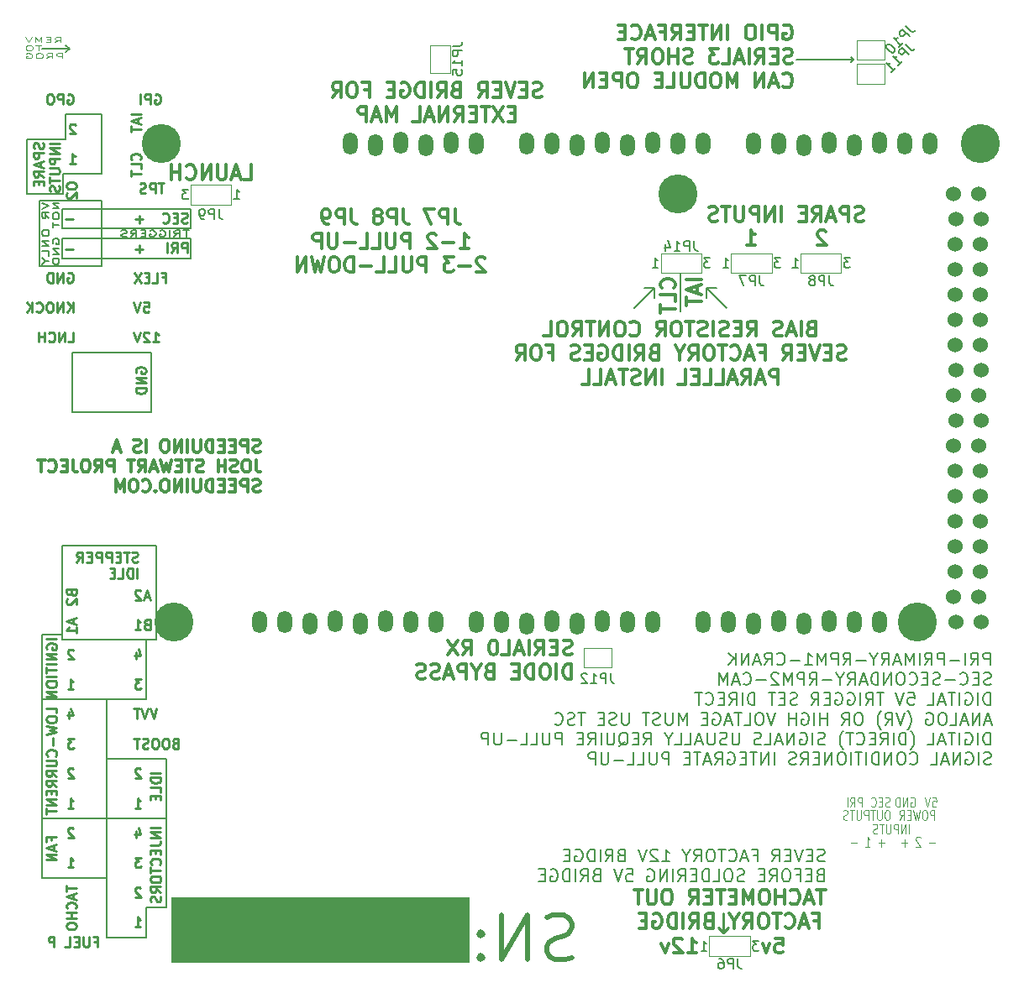
<source format=gbo>
G04 #@! TF.GenerationSoftware,KiCad,Pcbnew,7.0.7+dfsg-1*
G04 #@! TF.CreationDate,2024-05-02T13:52:24+03:00*
G04 #@! TF.ProjectId,UA4C-vC5,55413443-2d76-4433-952e-6b696361645f,C5*
G04 #@! TF.SameCoordinates,Original*
G04 #@! TF.FileFunction,Legend,Bot*
G04 #@! TF.FilePolarity,Positive*
%FSLAX46Y46*%
G04 Gerber Fmt 4.6, Leading zero omitted, Abs format (unit mm)*
G04 Created by KiCad (PCBNEW 7.0.7+dfsg-1) date 2024-05-02 13:52:24*
%MOMM*%
%LPD*%
G01*
G04 APERTURE LIST*
%ADD10C,0.150000*%
%ADD11C,0.250000*%
%ADD12C,0.100000*%
%ADD13C,0.300000*%
%ADD14C,0.162500*%
%ADD15C,0.125000*%
%ADD16C,0.200000*%
%ADD17C,0.500000*%
%ADD18C,0.120000*%
%ADD19C,3.937000*%
%ADD20O,1.500000X2.250000*%
%ADD21C,1.524000*%
G04 APERTURE END LIST*
D10*
X98000000Y-89800000D02*
X98000000Y-83200000D01*
X156350000Y-94400000D02*
X156350000Y-90550000D01*
X94800000Y-67850000D02*
X94400000Y-67500000D01*
X94800000Y-67850000D02*
X94400000Y-68200000D01*
X92000000Y-67850000D02*
X94800000Y-67850000D01*
X161000000Y-94000000D02*
X159000000Y-92000000D01*
X159000000Y-92000000D02*
X160000000Y-92000000D01*
X159000000Y-92000000D02*
X159000000Y-93000000D01*
X94000000Y-87000000D02*
X94000000Y-89000000D01*
X90500000Y-82500000D02*
X90500000Y-77000000D01*
X103500000Y-118000000D02*
X103500000Y-127500000D01*
D11*
X161150000Y-156550000D02*
X160650000Y-157050000D01*
D10*
X92000000Y-127000000D02*
X94000000Y-127000000D01*
X94400000Y-77000000D02*
X94400000Y-74500000D01*
X98000000Y-83200000D02*
X91750000Y-83200000D01*
X151700000Y-94000000D02*
X153700000Y-92000000D01*
D11*
X160650000Y-157050000D02*
X160150000Y-156550000D01*
D10*
X92000000Y-133500000D02*
X102500000Y-133500000D01*
X94000000Y-89000000D02*
X107000000Y-89000000D01*
X94100000Y-82500000D02*
X90500000Y-82500000D01*
X107000000Y-87000000D02*
X94000000Y-87000000D01*
X94000000Y-127500000D02*
X94000000Y-118000000D01*
X98500000Y-157500000D02*
X98500000Y-145500000D01*
X102500000Y-128000000D02*
X102500000Y-127500000D01*
D11*
X160650000Y-157050000D02*
X160650000Y-155050000D01*
D10*
X103000000Y-98500000D02*
X103000000Y-104500000D01*
X98500000Y-139500000D02*
X104500000Y-139500000D01*
X94000000Y-118000000D02*
X103500000Y-118000000D01*
X98500000Y-139500000D02*
X98500000Y-133500000D01*
D12*
X135000000Y-160000000D02*
X105000000Y-160000000D01*
X105000000Y-153500000D01*
X135000000Y-153500000D01*
X135000000Y-160000000D01*
G36*
X135000000Y-160000000D02*
G01*
X105000000Y-160000000D01*
X105000000Y-153500000D01*
X135000000Y-153500000D01*
X135000000Y-160000000D01*
G37*
D10*
X98500000Y-145500000D02*
X104500000Y-145500000D01*
X173750000Y-68950000D02*
X173500000Y-69200000D01*
X98000000Y-74500000D02*
X98000000Y-80500000D01*
X94100000Y-80500000D02*
X94100000Y-82500000D01*
X92000000Y-151500000D02*
X98500000Y-151500000D01*
X95000000Y-104500000D02*
X95000000Y-98500000D01*
X94000000Y-86000000D02*
X107000000Y-86000000D01*
X92000000Y-145500000D02*
X92000000Y-133500000D01*
X98500000Y-145500000D02*
X92000000Y-145500000D01*
X107000000Y-86000000D02*
X107000000Y-84000000D01*
X153700000Y-92000000D02*
X152700000Y-92000000D01*
X102500000Y-154500000D02*
X102500000Y-157500000D01*
X107000000Y-84000000D02*
X94000000Y-84000000D01*
X104500000Y-154500000D02*
X102500000Y-154500000D01*
X94000000Y-84000000D02*
X94000000Y-86000000D01*
X94400000Y-74500000D02*
X98000000Y-74500000D01*
X173750000Y-68950000D02*
X168000000Y-68950000D01*
X102500000Y-133500000D02*
X102500000Y-128000000D01*
X173750000Y-68950000D02*
X173500000Y-68700000D01*
X92000000Y-127000000D02*
X92000000Y-133500000D01*
X98500000Y-145500000D02*
X98500000Y-139500000D01*
X103500000Y-127500000D02*
X94000000Y-127500000D01*
X103000000Y-104500000D02*
X95000000Y-104500000D01*
X98000000Y-80500000D02*
X94100000Y-80500000D01*
X153700000Y-92000000D02*
X153700000Y-93000000D01*
X104500000Y-145500000D02*
X104500000Y-154500000D01*
X92000000Y-145500000D02*
X92000000Y-151500000D01*
X102500000Y-157500000D02*
X98500000Y-157500000D01*
X91750000Y-83200000D02*
X91750000Y-89800000D01*
X107000000Y-89000000D02*
X107000000Y-87000000D01*
X91750000Y-89800000D02*
X98000000Y-89800000D01*
X104500000Y-139500000D02*
X104500000Y-145500000D01*
X95000000Y-98500000D02*
X103000000Y-98500000D01*
X90500000Y-77000000D02*
X94400000Y-77000000D01*
D13*
X166759774Y-65534757D02*
X166902632Y-65463328D01*
X166902632Y-65463328D02*
X167116917Y-65463328D01*
X167116917Y-65463328D02*
X167331203Y-65534757D01*
X167331203Y-65534757D02*
X167474060Y-65677614D01*
X167474060Y-65677614D02*
X167545489Y-65820471D01*
X167545489Y-65820471D02*
X167616917Y-66106185D01*
X167616917Y-66106185D02*
X167616917Y-66320471D01*
X167616917Y-66320471D02*
X167545489Y-66606185D01*
X167545489Y-66606185D02*
X167474060Y-66749042D01*
X167474060Y-66749042D02*
X167331203Y-66891900D01*
X167331203Y-66891900D02*
X167116917Y-66963328D01*
X167116917Y-66963328D02*
X166974060Y-66963328D01*
X166974060Y-66963328D02*
X166759774Y-66891900D01*
X166759774Y-66891900D02*
X166688346Y-66820471D01*
X166688346Y-66820471D02*
X166688346Y-66320471D01*
X166688346Y-66320471D02*
X166974060Y-66320471D01*
X166045489Y-66963328D02*
X166045489Y-65463328D01*
X166045489Y-65463328D02*
X165474060Y-65463328D01*
X165474060Y-65463328D02*
X165331203Y-65534757D01*
X165331203Y-65534757D02*
X165259774Y-65606185D01*
X165259774Y-65606185D02*
X165188346Y-65749042D01*
X165188346Y-65749042D02*
X165188346Y-65963328D01*
X165188346Y-65963328D02*
X165259774Y-66106185D01*
X165259774Y-66106185D02*
X165331203Y-66177614D01*
X165331203Y-66177614D02*
X165474060Y-66249042D01*
X165474060Y-66249042D02*
X166045489Y-66249042D01*
X164545489Y-66963328D02*
X164545489Y-65463328D01*
X163545488Y-65463328D02*
X163259774Y-65463328D01*
X163259774Y-65463328D02*
X163116917Y-65534757D01*
X163116917Y-65534757D02*
X162974060Y-65677614D01*
X162974060Y-65677614D02*
X162902631Y-65963328D01*
X162902631Y-65963328D02*
X162902631Y-66463328D01*
X162902631Y-66463328D02*
X162974060Y-66749042D01*
X162974060Y-66749042D02*
X163116917Y-66891900D01*
X163116917Y-66891900D02*
X163259774Y-66963328D01*
X163259774Y-66963328D02*
X163545488Y-66963328D01*
X163545488Y-66963328D02*
X163688346Y-66891900D01*
X163688346Y-66891900D02*
X163831203Y-66749042D01*
X163831203Y-66749042D02*
X163902631Y-66463328D01*
X163902631Y-66463328D02*
X163902631Y-65963328D01*
X163902631Y-65963328D02*
X163831203Y-65677614D01*
X163831203Y-65677614D02*
X163688346Y-65534757D01*
X163688346Y-65534757D02*
X163545488Y-65463328D01*
X161116917Y-66963328D02*
X161116917Y-65463328D01*
X160402631Y-66963328D02*
X160402631Y-65463328D01*
X160402631Y-65463328D02*
X159545488Y-66963328D01*
X159545488Y-66963328D02*
X159545488Y-65463328D01*
X159045487Y-65463328D02*
X158188345Y-65463328D01*
X158616916Y-66963328D02*
X158616916Y-65463328D01*
X157688345Y-66177614D02*
X157188345Y-66177614D01*
X156974059Y-66963328D02*
X157688345Y-66963328D01*
X157688345Y-66963328D02*
X157688345Y-65463328D01*
X157688345Y-65463328D02*
X156974059Y-65463328D01*
X155474059Y-66963328D02*
X155974059Y-66249042D01*
X156331202Y-66963328D02*
X156331202Y-65463328D01*
X156331202Y-65463328D02*
X155759773Y-65463328D01*
X155759773Y-65463328D02*
X155616916Y-65534757D01*
X155616916Y-65534757D02*
X155545487Y-65606185D01*
X155545487Y-65606185D02*
X155474059Y-65749042D01*
X155474059Y-65749042D02*
X155474059Y-65963328D01*
X155474059Y-65963328D02*
X155545487Y-66106185D01*
X155545487Y-66106185D02*
X155616916Y-66177614D01*
X155616916Y-66177614D02*
X155759773Y-66249042D01*
X155759773Y-66249042D02*
X156331202Y-66249042D01*
X154331202Y-66177614D02*
X154831202Y-66177614D01*
X154831202Y-66963328D02*
X154831202Y-65463328D01*
X154831202Y-65463328D02*
X154116916Y-65463328D01*
X153616916Y-66534757D02*
X152902631Y-66534757D01*
X153759773Y-66963328D02*
X153259773Y-65463328D01*
X153259773Y-65463328D02*
X152759773Y-66963328D01*
X151402631Y-66820471D02*
X151474059Y-66891900D01*
X151474059Y-66891900D02*
X151688345Y-66963328D01*
X151688345Y-66963328D02*
X151831202Y-66963328D01*
X151831202Y-66963328D02*
X152045488Y-66891900D01*
X152045488Y-66891900D02*
X152188345Y-66749042D01*
X152188345Y-66749042D02*
X152259774Y-66606185D01*
X152259774Y-66606185D02*
X152331202Y-66320471D01*
X152331202Y-66320471D02*
X152331202Y-66106185D01*
X152331202Y-66106185D02*
X152259774Y-65820471D01*
X152259774Y-65820471D02*
X152188345Y-65677614D01*
X152188345Y-65677614D02*
X152045488Y-65534757D01*
X152045488Y-65534757D02*
X151831202Y-65463328D01*
X151831202Y-65463328D02*
X151688345Y-65463328D01*
X151688345Y-65463328D02*
X151474059Y-65534757D01*
X151474059Y-65534757D02*
X151402631Y-65606185D01*
X150759774Y-66177614D02*
X150259774Y-66177614D01*
X150045488Y-66963328D02*
X150759774Y-66963328D01*
X150759774Y-66963328D02*
X150759774Y-65463328D01*
X150759774Y-65463328D02*
X150045488Y-65463328D01*
X167616917Y-69306900D02*
X167402632Y-69378328D01*
X167402632Y-69378328D02*
X167045489Y-69378328D01*
X167045489Y-69378328D02*
X166902632Y-69306900D01*
X166902632Y-69306900D02*
X166831203Y-69235471D01*
X166831203Y-69235471D02*
X166759774Y-69092614D01*
X166759774Y-69092614D02*
X166759774Y-68949757D01*
X166759774Y-68949757D02*
X166831203Y-68806900D01*
X166831203Y-68806900D02*
X166902632Y-68735471D01*
X166902632Y-68735471D02*
X167045489Y-68664042D01*
X167045489Y-68664042D02*
X167331203Y-68592614D01*
X167331203Y-68592614D02*
X167474060Y-68521185D01*
X167474060Y-68521185D02*
X167545489Y-68449757D01*
X167545489Y-68449757D02*
X167616917Y-68306900D01*
X167616917Y-68306900D02*
X167616917Y-68164042D01*
X167616917Y-68164042D02*
X167545489Y-68021185D01*
X167545489Y-68021185D02*
X167474060Y-67949757D01*
X167474060Y-67949757D02*
X167331203Y-67878328D01*
X167331203Y-67878328D02*
X166974060Y-67878328D01*
X166974060Y-67878328D02*
X166759774Y-67949757D01*
X166116918Y-68592614D02*
X165616918Y-68592614D01*
X165402632Y-69378328D02*
X166116918Y-69378328D01*
X166116918Y-69378328D02*
X166116918Y-67878328D01*
X166116918Y-67878328D02*
X165402632Y-67878328D01*
X163902632Y-69378328D02*
X164402632Y-68664042D01*
X164759775Y-69378328D02*
X164759775Y-67878328D01*
X164759775Y-67878328D02*
X164188346Y-67878328D01*
X164188346Y-67878328D02*
X164045489Y-67949757D01*
X164045489Y-67949757D02*
X163974060Y-68021185D01*
X163974060Y-68021185D02*
X163902632Y-68164042D01*
X163902632Y-68164042D02*
X163902632Y-68378328D01*
X163902632Y-68378328D02*
X163974060Y-68521185D01*
X163974060Y-68521185D02*
X164045489Y-68592614D01*
X164045489Y-68592614D02*
X164188346Y-68664042D01*
X164188346Y-68664042D02*
X164759775Y-68664042D01*
X163259775Y-69378328D02*
X163259775Y-67878328D01*
X162616917Y-68949757D02*
X161902632Y-68949757D01*
X162759774Y-69378328D02*
X162259774Y-67878328D01*
X162259774Y-67878328D02*
X161759774Y-69378328D01*
X160545489Y-69378328D02*
X161259775Y-69378328D01*
X161259775Y-69378328D02*
X161259775Y-67878328D01*
X160188346Y-67878328D02*
X159259774Y-67878328D01*
X159259774Y-67878328D02*
X159759774Y-68449757D01*
X159759774Y-68449757D02*
X159545489Y-68449757D01*
X159545489Y-68449757D02*
X159402632Y-68521185D01*
X159402632Y-68521185D02*
X159331203Y-68592614D01*
X159331203Y-68592614D02*
X159259774Y-68735471D01*
X159259774Y-68735471D02*
X159259774Y-69092614D01*
X159259774Y-69092614D02*
X159331203Y-69235471D01*
X159331203Y-69235471D02*
X159402632Y-69306900D01*
X159402632Y-69306900D02*
X159545489Y-69378328D01*
X159545489Y-69378328D02*
X159974060Y-69378328D01*
X159974060Y-69378328D02*
X160116917Y-69306900D01*
X160116917Y-69306900D02*
X160188346Y-69235471D01*
X157545489Y-69306900D02*
X157331204Y-69378328D01*
X157331204Y-69378328D02*
X156974061Y-69378328D01*
X156974061Y-69378328D02*
X156831204Y-69306900D01*
X156831204Y-69306900D02*
X156759775Y-69235471D01*
X156759775Y-69235471D02*
X156688346Y-69092614D01*
X156688346Y-69092614D02*
X156688346Y-68949757D01*
X156688346Y-68949757D02*
X156759775Y-68806900D01*
X156759775Y-68806900D02*
X156831204Y-68735471D01*
X156831204Y-68735471D02*
X156974061Y-68664042D01*
X156974061Y-68664042D02*
X157259775Y-68592614D01*
X157259775Y-68592614D02*
X157402632Y-68521185D01*
X157402632Y-68521185D02*
X157474061Y-68449757D01*
X157474061Y-68449757D02*
X157545489Y-68306900D01*
X157545489Y-68306900D02*
X157545489Y-68164042D01*
X157545489Y-68164042D02*
X157474061Y-68021185D01*
X157474061Y-68021185D02*
X157402632Y-67949757D01*
X157402632Y-67949757D02*
X157259775Y-67878328D01*
X157259775Y-67878328D02*
X156902632Y-67878328D01*
X156902632Y-67878328D02*
X156688346Y-67949757D01*
X156045490Y-69378328D02*
X156045490Y-67878328D01*
X156045490Y-68592614D02*
X155188347Y-68592614D01*
X155188347Y-69378328D02*
X155188347Y-67878328D01*
X154188346Y-67878328D02*
X153902632Y-67878328D01*
X153902632Y-67878328D02*
X153759775Y-67949757D01*
X153759775Y-67949757D02*
X153616918Y-68092614D01*
X153616918Y-68092614D02*
X153545489Y-68378328D01*
X153545489Y-68378328D02*
X153545489Y-68878328D01*
X153545489Y-68878328D02*
X153616918Y-69164042D01*
X153616918Y-69164042D02*
X153759775Y-69306900D01*
X153759775Y-69306900D02*
X153902632Y-69378328D01*
X153902632Y-69378328D02*
X154188346Y-69378328D01*
X154188346Y-69378328D02*
X154331204Y-69306900D01*
X154331204Y-69306900D02*
X154474061Y-69164042D01*
X154474061Y-69164042D02*
X154545489Y-68878328D01*
X154545489Y-68878328D02*
X154545489Y-68378328D01*
X154545489Y-68378328D02*
X154474061Y-68092614D01*
X154474061Y-68092614D02*
X154331204Y-67949757D01*
X154331204Y-67949757D02*
X154188346Y-67878328D01*
X152045489Y-69378328D02*
X152545489Y-68664042D01*
X152902632Y-69378328D02*
X152902632Y-67878328D01*
X152902632Y-67878328D02*
X152331203Y-67878328D01*
X152331203Y-67878328D02*
X152188346Y-67949757D01*
X152188346Y-67949757D02*
X152116917Y-68021185D01*
X152116917Y-68021185D02*
X152045489Y-68164042D01*
X152045489Y-68164042D02*
X152045489Y-68378328D01*
X152045489Y-68378328D02*
X152116917Y-68521185D01*
X152116917Y-68521185D02*
X152188346Y-68592614D01*
X152188346Y-68592614D02*
X152331203Y-68664042D01*
X152331203Y-68664042D02*
X152902632Y-68664042D01*
X151616917Y-67878328D02*
X150759775Y-67878328D01*
X151188346Y-69378328D02*
X151188346Y-67878328D01*
X166688346Y-71650471D02*
X166759774Y-71721900D01*
X166759774Y-71721900D02*
X166974060Y-71793328D01*
X166974060Y-71793328D02*
X167116917Y-71793328D01*
X167116917Y-71793328D02*
X167331203Y-71721900D01*
X167331203Y-71721900D02*
X167474060Y-71579042D01*
X167474060Y-71579042D02*
X167545489Y-71436185D01*
X167545489Y-71436185D02*
X167616917Y-71150471D01*
X167616917Y-71150471D02*
X167616917Y-70936185D01*
X167616917Y-70936185D02*
X167545489Y-70650471D01*
X167545489Y-70650471D02*
X167474060Y-70507614D01*
X167474060Y-70507614D02*
X167331203Y-70364757D01*
X167331203Y-70364757D02*
X167116917Y-70293328D01*
X167116917Y-70293328D02*
X166974060Y-70293328D01*
X166974060Y-70293328D02*
X166759774Y-70364757D01*
X166759774Y-70364757D02*
X166688346Y-70436185D01*
X166116917Y-71364757D02*
X165402632Y-71364757D01*
X166259774Y-71793328D02*
X165759774Y-70293328D01*
X165759774Y-70293328D02*
X165259774Y-71793328D01*
X164759775Y-71793328D02*
X164759775Y-70293328D01*
X164759775Y-70293328D02*
X163902632Y-71793328D01*
X163902632Y-71793328D02*
X163902632Y-70293328D01*
X162045489Y-71793328D02*
X162045489Y-70293328D01*
X162045489Y-70293328D02*
X161545489Y-71364757D01*
X161545489Y-71364757D02*
X161045489Y-70293328D01*
X161045489Y-70293328D02*
X161045489Y-71793328D01*
X160045488Y-70293328D02*
X159759774Y-70293328D01*
X159759774Y-70293328D02*
X159616917Y-70364757D01*
X159616917Y-70364757D02*
X159474060Y-70507614D01*
X159474060Y-70507614D02*
X159402631Y-70793328D01*
X159402631Y-70793328D02*
X159402631Y-71293328D01*
X159402631Y-71293328D02*
X159474060Y-71579042D01*
X159474060Y-71579042D02*
X159616917Y-71721900D01*
X159616917Y-71721900D02*
X159759774Y-71793328D01*
X159759774Y-71793328D02*
X160045488Y-71793328D01*
X160045488Y-71793328D02*
X160188346Y-71721900D01*
X160188346Y-71721900D02*
X160331203Y-71579042D01*
X160331203Y-71579042D02*
X160402631Y-71293328D01*
X160402631Y-71293328D02*
X160402631Y-70793328D01*
X160402631Y-70793328D02*
X160331203Y-70507614D01*
X160331203Y-70507614D02*
X160188346Y-70364757D01*
X160188346Y-70364757D02*
X160045488Y-70293328D01*
X158759774Y-71793328D02*
X158759774Y-70293328D01*
X158759774Y-70293328D02*
X158402631Y-70293328D01*
X158402631Y-70293328D02*
X158188345Y-70364757D01*
X158188345Y-70364757D02*
X158045488Y-70507614D01*
X158045488Y-70507614D02*
X157974059Y-70650471D01*
X157974059Y-70650471D02*
X157902631Y-70936185D01*
X157902631Y-70936185D02*
X157902631Y-71150471D01*
X157902631Y-71150471D02*
X157974059Y-71436185D01*
X157974059Y-71436185D02*
X158045488Y-71579042D01*
X158045488Y-71579042D02*
X158188345Y-71721900D01*
X158188345Y-71721900D02*
X158402631Y-71793328D01*
X158402631Y-71793328D02*
X158759774Y-71793328D01*
X157259774Y-70293328D02*
X157259774Y-71507614D01*
X157259774Y-71507614D02*
X157188345Y-71650471D01*
X157188345Y-71650471D02*
X157116917Y-71721900D01*
X157116917Y-71721900D02*
X156974059Y-71793328D01*
X156974059Y-71793328D02*
X156688345Y-71793328D01*
X156688345Y-71793328D02*
X156545488Y-71721900D01*
X156545488Y-71721900D02*
X156474059Y-71650471D01*
X156474059Y-71650471D02*
X156402631Y-71507614D01*
X156402631Y-71507614D02*
X156402631Y-70293328D01*
X154974059Y-71793328D02*
X155688345Y-71793328D01*
X155688345Y-71793328D02*
X155688345Y-70293328D01*
X154474059Y-71007614D02*
X153974059Y-71007614D01*
X153759773Y-71793328D02*
X154474059Y-71793328D01*
X154474059Y-71793328D02*
X154474059Y-70293328D01*
X154474059Y-70293328D02*
X153759773Y-70293328D01*
X151688344Y-70293328D02*
X151402630Y-70293328D01*
X151402630Y-70293328D02*
X151259773Y-70364757D01*
X151259773Y-70364757D02*
X151116916Y-70507614D01*
X151116916Y-70507614D02*
X151045487Y-70793328D01*
X151045487Y-70793328D02*
X151045487Y-71293328D01*
X151045487Y-71293328D02*
X151116916Y-71579042D01*
X151116916Y-71579042D02*
X151259773Y-71721900D01*
X151259773Y-71721900D02*
X151402630Y-71793328D01*
X151402630Y-71793328D02*
X151688344Y-71793328D01*
X151688344Y-71793328D02*
X151831202Y-71721900D01*
X151831202Y-71721900D02*
X151974059Y-71579042D01*
X151974059Y-71579042D02*
X152045487Y-71293328D01*
X152045487Y-71293328D02*
X152045487Y-70793328D01*
X152045487Y-70793328D02*
X151974059Y-70507614D01*
X151974059Y-70507614D02*
X151831202Y-70364757D01*
X151831202Y-70364757D02*
X151688344Y-70293328D01*
X150402630Y-71793328D02*
X150402630Y-70293328D01*
X150402630Y-70293328D02*
X149831201Y-70293328D01*
X149831201Y-70293328D02*
X149688344Y-70364757D01*
X149688344Y-70364757D02*
X149616915Y-70436185D01*
X149616915Y-70436185D02*
X149545487Y-70579042D01*
X149545487Y-70579042D02*
X149545487Y-70793328D01*
X149545487Y-70793328D02*
X149616915Y-70936185D01*
X149616915Y-70936185D02*
X149688344Y-71007614D01*
X149688344Y-71007614D02*
X149831201Y-71079042D01*
X149831201Y-71079042D02*
X150402630Y-71079042D01*
X148902630Y-71007614D02*
X148402630Y-71007614D01*
X148188344Y-71793328D02*
X148902630Y-71793328D01*
X148902630Y-71793328D02*
X148902630Y-70293328D01*
X148902630Y-70293328D02*
X148188344Y-70293328D01*
X147545487Y-71793328D02*
X147545487Y-70293328D01*
X147545487Y-70293328D02*
X146688344Y-71793328D01*
X146688344Y-71793328D02*
X146688344Y-70293328D01*
X145416917Y-128949400D02*
X145202632Y-129020828D01*
X145202632Y-129020828D02*
X144845489Y-129020828D01*
X144845489Y-129020828D02*
X144702632Y-128949400D01*
X144702632Y-128949400D02*
X144631203Y-128877971D01*
X144631203Y-128877971D02*
X144559774Y-128735114D01*
X144559774Y-128735114D02*
X144559774Y-128592257D01*
X144559774Y-128592257D02*
X144631203Y-128449400D01*
X144631203Y-128449400D02*
X144702632Y-128377971D01*
X144702632Y-128377971D02*
X144845489Y-128306542D01*
X144845489Y-128306542D02*
X145131203Y-128235114D01*
X145131203Y-128235114D02*
X145274060Y-128163685D01*
X145274060Y-128163685D02*
X145345489Y-128092257D01*
X145345489Y-128092257D02*
X145416917Y-127949400D01*
X145416917Y-127949400D02*
X145416917Y-127806542D01*
X145416917Y-127806542D02*
X145345489Y-127663685D01*
X145345489Y-127663685D02*
X145274060Y-127592257D01*
X145274060Y-127592257D02*
X145131203Y-127520828D01*
X145131203Y-127520828D02*
X144774060Y-127520828D01*
X144774060Y-127520828D02*
X144559774Y-127592257D01*
X143916918Y-128235114D02*
X143416918Y-128235114D01*
X143202632Y-129020828D02*
X143916918Y-129020828D01*
X143916918Y-129020828D02*
X143916918Y-127520828D01*
X143916918Y-127520828D02*
X143202632Y-127520828D01*
X141702632Y-129020828D02*
X142202632Y-128306542D01*
X142559775Y-129020828D02*
X142559775Y-127520828D01*
X142559775Y-127520828D02*
X141988346Y-127520828D01*
X141988346Y-127520828D02*
X141845489Y-127592257D01*
X141845489Y-127592257D02*
X141774060Y-127663685D01*
X141774060Y-127663685D02*
X141702632Y-127806542D01*
X141702632Y-127806542D02*
X141702632Y-128020828D01*
X141702632Y-128020828D02*
X141774060Y-128163685D01*
X141774060Y-128163685D02*
X141845489Y-128235114D01*
X141845489Y-128235114D02*
X141988346Y-128306542D01*
X141988346Y-128306542D02*
X142559775Y-128306542D01*
X141059775Y-129020828D02*
X141059775Y-127520828D01*
X140416917Y-128592257D02*
X139702632Y-128592257D01*
X140559774Y-129020828D02*
X140059774Y-127520828D01*
X140059774Y-127520828D02*
X139559774Y-129020828D01*
X138345489Y-129020828D02*
X139059775Y-129020828D01*
X139059775Y-129020828D02*
X139059775Y-127520828D01*
X137559774Y-127520828D02*
X137416917Y-127520828D01*
X137416917Y-127520828D02*
X137274060Y-127592257D01*
X137274060Y-127592257D02*
X137202632Y-127663685D01*
X137202632Y-127663685D02*
X137131203Y-127806542D01*
X137131203Y-127806542D02*
X137059774Y-128092257D01*
X137059774Y-128092257D02*
X137059774Y-128449400D01*
X137059774Y-128449400D02*
X137131203Y-128735114D01*
X137131203Y-128735114D02*
X137202632Y-128877971D01*
X137202632Y-128877971D02*
X137274060Y-128949400D01*
X137274060Y-128949400D02*
X137416917Y-129020828D01*
X137416917Y-129020828D02*
X137559774Y-129020828D01*
X137559774Y-129020828D02*
X137702632Y-128949400D01*
X137702632Y-128949400D02*
X137774060Y-128877971D01*
X137774060Y-128877971D02*
X137845489Y-128735114D01*
X137845489Y-128735114D02*
X137916917Y-128449400D01*
X137916917Y-128449400D02*
X137916917Y-128092257D01*
X137916917Y-128092257D02*
X137845489Y-127806542D01*
X137845489Y-127806542D02*
X137774060Y-127663685D01*
X137774060Y-127663685D02*
X137702632Y-127592257D01*
X137702632Y-127592257D02*
X137559774Y-127520828D01*
X134416918Y-129020828D02*
X134916918Y-128306542D01*
X135274061Y-129020828D02*
X135274061Y-127520828D01*
X135274061Y-127520828D02*
X134702632Y-127520828D01*
X134702632Y-127520828D02*
X134559775Y-127592257D01*
X134559775Y-127592257D02*
X134488346Y-127663685D01*
X134488346Y-127663685D02*
X134416918Y-127806542D01*
X134416918Y-127806542D02*
X134416918Y-128020828D01*
X134416918Y-128020828D02*
X134488346Y-128163685D01*
X134488346Y-128163685D02*
X134559775Y-128235114D01*
X134559775Y-128235114D02*
X134702632Y-128306542D01*
X134702632Y-128306542D02*
X135274061Y-128306542D01*
X133916918Y-127520828D02*
X132916918Y-129020828D01*
X132916918Y-127520828D02*
X133916918Y-129020828D01*
X145345489Y-131435828D02*
X145345489Y-129935828D01*
X145345489Y-129935828D02*
X144988346Y-129935828D01*
X144988346Y-129935828D02*
X144774060Y-130007257D01*
X144774060Y-130007257D02*
X144631203Y-130150114D01*
X144631203Y-130150114D02*
X144559774Y-130292971D01*
X144559774Y-130292971D02*
X144488346Y-130578685D01*
X144488346Y-130578685D02*
X144488346Y-130792971D01*
X144488346Y-130792971D02*
X144559774Y-131078685D01*
X144559774Y-131078685D02*
X144631203Y-131221542D01*
X144631203Y-131221542D02*
X144774060Y-131364400D01*
X144774060Y-131364400D02*
X144988346Y-131435828D01*
X144988346Y-131435828D02*
X145345489Y-131435828D01*
X143845489Y-131435828D02*
X143845489Y-129935828D01*
X142845488Y-129935828D02*
X142559774Y-129935828D01*
X142559774Y-129935828D02*
X142416917Y-130007257D01*
X142416917Y-130007257D02*
X142274060Y-130150114D01*
X142274060Y-130150114D02*
X142202631Y-130435828D01*
X142202631Y-130435828D02*
X142202631Y-130935828D01*
X142202631Y-130935828D02*
X142274060Y-131221542D01*
X142274060Y-131221542D02*
X142416917Y-131364400D01*
X142416917Y-131364400D02*
X142559774Y-131435828D01*
X142559774Y-131435828D02*
X142845488Y-131435828D01*
X142845488Y-131435828D02*
X142988346Y-131364400D01*
X142988346Y-131364400D02*
X143131203Y-131221542D01*
X143131203Y-131221542D02*
X143202631Y-130935828D01*
X143202631Y-130935828D02*
X143202631Y-130435828D01*
X143202631Y-130435828D02*
X143131203Y-130150114D01*
X143131203Y-130150114D02*
X142988346Y-130007257D01*
X142988346Y-130007257D02*
X142845488Y-129935828D01*
X141559774Y-131435828D02*
X141559774Y-129935828D01*
X141559774Y-129935828D02*
X141202631Y-129935828D01*
X141202631Y-129935828D02*
X140988345Y-130007257D01*
X140988345Y-130007257D02*
X140845488Y-130150114D01*
X140845488Y-130150114D02*
X140774059Y-130292971D01*
X140774059Y-130292971D02*
X140702631Y-130578685D01*
X140702631Y-130578685D02*
X140702631Y-130792971D01*
X140702631Y-130792971D02*
X140774059Y-131078685D01*
X140774059Y-131078685D02*
X140845488Y-131221542D01*
X140845488Y-131221542D02*
X140988345Y-131364400D01*
X140988345Y-131364400D02*
X141202631Y-131435828D01*
X141202631Y-131435828D02*
X141559774Y-131435828D01*
X140059774Y-130650114D02*
X139559774Y-130650114D01*
X139345488Y-131435828D02*
X140059774Y-131435828D01*
X140059774Y-131435828D02*
X140059774Y-129935828D01*
X140059774Y-129935828D02*
X139345488Y-129935828D01*
X137059774Y-130650114D02*
X136845488Y-130721542D01*
X136845488Y-130721542D02*
X136774059Y-130792971D01*
X136774059Y-130792971D02*
X136702631Y-130935828D01*
X136702631Y-130935828D02*
X136702631Y-131150114D01*
X136702631Y-131150114D02*
X136774059Y-131292971D01*
X136774059Y-131292971D02*
X136845488Y-131364400D01*
X136845488Y-131364400D02*
X136988345Y-131435828D01*
X136988345Y-131435828D02*
X137559774Y-131435828D01*
X137559774Y-131435828D02*
X137559774Y-129935828D01*
X137559774Y-129935828D02*
X137059774Y-129935828D01*
X137059774Y-129935828D02*
X136916917Y-130007257D01*
X136916917Y-130007257D02*
X136845488Y-130078685D01*
X136845488Y-130078685D02*
X136774059Y-130221542D01*
X136774059Y-130221542D02*
X136774059Y-130364400D01*
X136774059Y-130364400D02*
X136845488Y-130507257D01*
X136845488Y-130507257D02*
X136916917Y-130578685D01*
X136916917Y-130578685D02*
X137059774Y-130650114D01*
X137059774Y-130650114D02*
X137559774Y-130650114D01*
X135774059Y-130721542D02*
X135774059Y-131435828D01*
X136274059Y-129935828D02*
X135774059Y-130721542D01*
X135774059Y-130721542D02*
X135274059Y-129935828D01*
X134774060Y-131435828D02*
X134774060Y-129935828D01*
X134774060Y-129935828D02*
X134202631Y-129935828D01*
X134202631Y-129935828D02*
X134059774Y-130007257D01*
X134059774Y-130007257D02*
X133988345Y-130078685D01*
X133988345Y-130078685D02*
X133916917Y-130221542D01*
X133916917Y-130221542D02*
X133916917Y-130435828D01*
X133916917Y-130435828D02*
X133988345Y-130578685D01*
X133988345Y-130578685D02*
X134059774Y-130650114D01*
X134059774Y-130650114D02*
X134202631Y-130721542D01*
X134202631Y-130721542D02*
X134774060Y-130721542D01*
X133345488Y-131007257D02*
X132631203Y-131007257D01*
X133488345Y-131435828D02*
X132988345Y-129935828D01*
X132988345Y-129935828D02*
X132488345Y-131435828D01*
X132059774Y-131364400D02*
X131845489Y-131435828D01*
X131845489Y-131435828D02*
X131488346Y-131435828D01*
X131488346Y-131435828D02*
X131345489Y-131364400D01*
X131345489Y-131364400D02*
X131274060Y-131292971D01*
X131274060Y-131292971D02*
X131202631Y-131150114D01*
X131202631Y-131150114D02*
X131202631Y-131007257D01*
X131202631Y-131007257D02*
X131274060Y-130864400D01*
X131274060Y-130864400D02*
X131345489Y-130792971D01*
X131345489Y-130792971D02*
X131488346Y-130721542D01*
X131488346Y-130721542D02*
X131774060Y-130650114D01*
X131774060Y-130650114D02*
X131916917Y-130578685D01*
X131916917Y-130578685D02*
X131988346Y-130507257D01*
X131988346Y-130507257D02*
X132059774Y-130364400D01*
X132059774Y-130364400D02*
X132059774Y-130221542D01*
X132059774Y-130221542D02*
X131988346Y-130078685D01*
X131988346Y-130078685D02*
X131916917Y-130007257D01*
X131916917Y-130007257D02*
X131774060Y-129935828D01*
X131774060Y-129935828D02*
X131416917Y-129935828D01*
X131416917Y-129935828D02*
X131202631Y-130007257D01*
X130631203Y-131364400D02*
X130416918Y-131435828D01*
X130416918Y-131435828D02*
X130059775Y-131435828D01*
X130059775Y-131435828D02*
X129916918Y-131364400D01*
X129916918Y-131364400D02*
X129845489Y-131292971D01*
X129845489Y-131292971D02*
X129774060Y-131150114D01*
X129774060Y-131150114D02*
X129774060Y-131007257D01*
X129774060Y-131007257D02*
X129845489Y-130864400D01*
X129845489Y-130864400D02*
X129916918Y-130792971D01*
X129916918Y-130792971D02*
X130059775Y-130721542D01*
X130059775Y-130721542D02*
X130345489Y-130650114D01*
X130345489Y-130650114D02*
X130488346Y-130578685D01*
X130488346Y-130578685D02*
X130559775Y-130507257D01*
X130559775Y-130507257D02*
X130631203Y-130364400D01*
X130631203Y-130364400D02*
X130631203Y-130221542D01*
X130631203Y-130221542D02*
X130559775Y-130078685D01*
X130559775Y-130078685D02*
X130488346Y-130007257D01*
X130488346Y-130007257D02*
X130345489Y-129935828D01*
X130345489Y-129935828D02*
X129988346Y-129935828D01*
X129988346Y-129935828D02*
X129774060Y-130007257D01*
D11*
X101949619Y-74478384D02*
X100949619Y-74478384D01*
X101663904Y-74906955D02*
X101663904Y-75383145D01*
X101949619Y-74811717D02*
X100949619Y-75145050D01*
X100949619Y-75145050D02*
X101949619Y-75478383D01*
X100949619Y-75668860D02*
X100949619Y-76240288D01*
X101949619Y-75954574D02*
X100949619Y-75954574D01*
X101854380Y-79073621D02*
X101902000Y-79026002D01*
X101902000Y-79026002D02*
X101949619Y-78883145D01*
X101949619Y-78883145D02*
X101949619Y-78787907D01*
X101949619Y-78787907D02*
X101902000Y-78645050D01*
X101902000Y-78645050D02*
X101806761Y-78549812D01*
X101806761Y-78549812D02*
X101711523Y-78502193D01*
X101711523Y-78502193D02*
X101521047Y-78454574D01*
X101521047Y-78454574D02*
X101378190Y-78454574D01*
X101378190Y-78454574D02*
X101187714Y-78502193D01*
X101187714Y-78502193D02*
X101092476Y-78549812D01*
X101092476Y-78549812D02*
X100997238Y-78645050D01*
X100997238Y-78645050D02*
X100949619Y-78787907D01*
X100949619Y-78787907D02*
X100949619Y-78883145D01*
X100949619Y-78883145D02*
X100997238Y-79026002D01*
X100997238Y-79026002D02*
X101044857Y-79073621D01*
X101949619Y-79978383D02*
X101949619Y-79502193D01*
X101949619Y-79502193D02*
X100949619Y-79502193D01*
X100949619Y-80168860D02*
X100949619Y-80740288D01*
X101949619Y-80454574D02*
X100949619Y-80454574D01*
X104283520Y-81449619D02*
X103712092Y-81449619D01*
X103997806Y-82449619D02*
X103997806Y-81449619D01*
X103378758Y-82449619D02*
X103378758Y-81449619D01*
X103378758Y-81449619D02*
X102997806Y-81449619D01*
X102997806Y-81449619D02*
X102902568Y-81497238D01*
X102902568Y-81497238D02*
X102854949Y-81544857D01*
X102854949Y-81544857D02*
X102807330Y-81640095D01*
X102807330Y-81640095D02*
X102807330Y-81782952D01*
X102807330Y-81782952D02*
X102854949Y-81878190D01*
X102854949Y-81878190D02*
X102902568Y-81925809D01*
X102902568Y-81925809D02*
X102997806Y-81973428D01*
X102997806Y-81973428D02*
X103378758Y-81973428D01*
X102426377Y-82402000D02*
X102283520Y-82449619D01*
X102283520Y-82449619D02*
X102045425Y-82449619D01*
X102045425Y-82449619D02*
X101950187Y-82402000D01*
X101950187Y-82402000D02*
X101902568Y-82354380D01*
X101902568Y-82354380D02*
X101854949Y-82259142D01*
X101854949Y-82259142D02*
X101854949Y-82163904D01*
X101854949Y-82163904D02*
X101902568Y-82068666D01*
X101902568Y-82068666D02*
X101950187Y-82021047D01*
X101950187Y-82021047D02*
X102045425Y-81973428D01*
X102045425Y-81973428D02*
X102235901Y-81925809D01*
X102235901Y-81925809D02*
X102331139Y-81878190D01*
X102331139Y-81878190D02*
X102378758Y-81830571D01*
X102378758Y-81830571D02*
X102426377Y-81735333D01*
X102426377Y-81735333D02*
X102426377Y-81640095D01*
X102426377Y-81640095D02*
X102378758Y-81544857D01*
X102378758Y-81544857D02*
X102331139Y-81497238D01*
X102331139Y-81497238D02*
X102235901Y-81449619D01*
X102235901Y-81449619D02*
X101997806Y-81449619D01*
X101997806Y-81449619D02*
X101854949Y-81497238D01*
X102164472Y-85068666D02*
X101402568Y-85068666D01*
X101783520Y-85449619D02*
X101783520Y-84687714D01*
X102164472Y-88068666D02*
X101402568Y-88068666D01*
X101783520Y-88449619D02*
X101783520Y-87687714D01*
X104116854Y-90925809D02*
X104450187Y-90925809D01*
X104450187Y-91449619D02*
X104450187Y-90449619D01*
X104450187Y-90449619D02*
X103973997Y-90449619D01*
X103116854Y-91449619D02*
X103593044Y-91449619D01*
X103593044Y-91449619D02*
X103593044Y-90449619D01*
X102783520Y-90925809D02*
X102450187Y-90925809D01*
X102307330Y-91449619D02*
X102783520Y-91449619D01*
X102783520Y-91449619D02*
X102783520Y-90449619D01*
X102783520Y-90449619D02*
X102307330Y-90449619D01*
X101973996Y-90449619D02*
X101307330Y-91449619D01*
X101307330Y-90449619D02*
X101973996Y-91449619D01*
X103378758Y-72497238D02*
X103473996Y-72449619D01*
X103473996Y-72449619D02*
X103616853Y-72449619D01*
X103616853Y-72449619D02*
X103759710Y-72497238D01*
X103759710Y-72497238D02*
X103854948Y-72592476D01*
X103854948Y-72592476D02*
X103902567Y-72687714D01*
X103902567Y-72687714D02*
X103950186Y-72878190D01*
X103950186Y-72878190D02*
X103950186Y-73021047D01*
X103950186Y-73021047D02*
X103902567Y-73211523D01*
X103902567Y-73211523D02*
X103854948Y-73306761D01*
X103854948Y-73306761D02*
X103759710Y-73402000D01*
X103759710Y-73402000D02*
X103616853Y-73449619D01*
X103616853Y-73449619D02*
X103521615Y-73449619D01*
X103521615Y-73449619D02*
X103378758Y-73402000D01*
X103378758Y-73402000D02*
X103331139Y-73354380D01*
X103331139Y-73354380D02*
X103331139Y-73021047D01*
X103331139Y-73021047D02*
X103521615Y-73021047D01*
X102902567Y-73449619D02*
X102902567Y-72449619D01*
X102902567Y-72449619D02*
X102521615Y-72449619D01*
X102521615Y-72449619D02*
X102426377Y-72497238D01*
X102426377Y-72497238D02*
X102378758Y-72544857D01*
X102378758Y-72544857D02*
X102331139Y-72640095D01*
X102331139Y-72640095D02*
X102331139Y-72782952D01*
X102331139Y-72782952D02*
X102378758Y-72878190D01*
X102378758Y-72878190D02*
X102426377Y-72925809D01*
X102426377Y-72925809D02*
X102521615Y-72973428D01*
X102521615Y-72973428D02*
X102902567Y-72973428D01*
X101902567Y-73449619D02*
X101902567Y-72449619D01*
X102259711Y-93449619D02*
X102735901Y-93449619D01*
X102735901Y-93449619D02*
X102783520Y-93925809D01*
X102783520Y-93925809D02*
X102735901Y-93878190D01*
X102735901Y-93878190D02*
X102640663Y-93830571D01*
X102640663Y-93830571D02*
X102402568Y-93830571D01*
X102402568Y-93830571D02*
X102307330Y-93878190D01*
X102307330Y-93878190D02*
X102259711Y-93925809D01*
X102259711Y-93925809D02*
X102212092Y-94021047D01*
X102212092Y-94021047D02*
X102212092Y-94259142D01*
X102212092Y-94259142D02*
X102259711Y-94354380D01*
X102259711Y-94354380D02*
X102307330Y-94402000D01*
X102307330Y-94402000D02*
X102402568Y-94449619D01*
X102402568Y-94449619D02*
X102640663Y-94449619D01*
X102640663Y-94449619D02*
X102735901Y-94402000D01*
X102735901Y-94402000D02*
X102783520Y-94354380D01*
X101926377Y-93449619D02*
X101593044Y-94449619D01*
X101593044Y-94449619D02*
X101259711Y-93449619D01*
X103164473Y-97449619D02*
X103735901Y-97449619D01*
X103450187Y-97449619D02*
X103450187Y-96449619D01*
X103450187Y-96449619D02*
X103545425Y-96592476D01*
X103545425Y-96592476D02*
X103640663Y-96687714D01*
X103640663Y-96687714D02*
X103735901Y-96735333D01*
X102783520Y-96544857D02*
X102735901Y-96497238D01*
X102735901Y-96497238D02*
X102640663Y-96449619D01*
X102640663Y-96449619D02*
X102402568Y-96449619D01*
X102402568Y-96449619D02*
X102307330Y-96497238D01*
X102307330Y-96497238D02*
X102259711Y-96544857D01*
X102259711Y-96544857D02*
X102212092Y-96640095D01*
X102212092Y-96640095D02*
X102212092Y-96735333D01*
X102212092Y-96735333D02*
X102259711Y-96878190D01*
X102259711Y-96878190D02*
X102831139Y-97449619D01*
X102831139Y-97449619D02*
X102212092Y-97449619D01*
X101926377Y-96449619D02*
X101593044Y-97449619D01*
X101593044Y-97449619D02*
X101259711Y-96449619D01*
X101497238Y-100549812D02*
X101449619Y-100454574D01*
X101449619Y-100454574D02*
X101449619Y-100311717D01*
X101449619Y-100311717D02*
X101497238Y-100168860D01*
X101497238Y-100168860D02*
X101592476Y-100073622D01*
X101592476Y-100073622D02*
X101687714Y-100026003D01*
X101687714Y-100026003D02*
X101878190Y-99978384D01*
X101878190Y-99978384D02*
X102021047Y-99978384D01*
X102021047Y-99978384D02*
X102211523Y-100026003D01*
X102211523Y-100026003D02*
X102306761Y-100073622D01*
X102306761Y-100073622D02*
X102402000Y-100168860D01*
X102402000Y-100168860D02*
X102449619Y-100311717D01*
X102449619Y-100311717D02*
X102449619Y-100406955D01*
X102449619Y-100406955D02*
X102402000Y-100549812D01*
X102402000Y-100549812D02*
X102354380Y-100597431D01*
X102354380Y-100597431D02*
X102021047Y-100597431D01*
X102021047Y-100597431D02*
X102021047Y-100406955D01*
X102449619Y-101026003D02*
X101449619Y-101026003D01*
X101449619Y-101026003D02*
X102449619Y-101597431D01*
X102449619Y-101597431D02*
X101449619Y-101597431D01*
X102449619Y-102073622D02*
X101449619Y-102073622D01*
X101449619Y-102073622D02*
X101449619Y-102311717D01*
X101449619Y-102311717D02*
X101497238Y-102454574D01*
X101497238Y-102454574D02*
X101592476Y-102549812D01*
X101592476Y-102549812D02*
X101687714Y-102597431D01*
X101687714Y-102597431D02*
X101878190Y-102645050D01*
X101878190Y-102645050D02*
X102021047Y-102645050D01*
X102021047Y-102645050D02*
X102211523Y-102597431D01*
X102211523Y-102597431D02*
X102306761Y-102549812D01*
X102306761Y-102549812D02*
X102402000Y-102454574D01*
X102402000Y-102454574D02*
X102449619Y-102311717D01*
X102449619Y-102311717D02*
X102449619Y-102073622D01*
X94449619Y-81593044D02*
X94449619Y-81783520D01*
X94449619Y-81783520D02*
X94497238Y-81878758D01*
X94497238Y-81878758D02*
X94592476Y-81973996D01*
X94592476Y-81973996D02*
X94782952Y-82021615D01*
X94782952Y-82021615D02*
X95116285Y-82021615D01*
X95116285Y-82021615D02*
X95306761Y-81973996D01*
X95306761Y-81973996D02*
X95402000Y-81878758D01*
X95402000Y-81878758D02*
X95449619Y-81783520D01*
X95449619Y-81783520D02*
X95449619Y-81593044D01*
X95449619Y-81593044D02*
X95402000Y-81497806D01*
X95402000Y-81497806D02*
X95306761Y-81402568D01*
X95306761Y-81402568D02*
X95116285Y-81354949D01*
X95116285Y-81354949D02*
X94782952Y-81354949D01*
X94782952Y-81354949D02*
X94592476Y-81402568D01*
X94592476Y-81402568D02*
X94497238Y-81497806D01*
X94497238Y-81497806D02*
X94449619Y-81593044D01*
X94544857Y-82402568D02*
X94497238Y-82450187D01*
X94497238Y-82450187D02*
X94449619Y-82545425D01*
X94449619Y-82545425D02*
X94449619Y-82783520D01*
X94449619Y-82783520D02*
X94497238Y-82878758D01*
X94497238Y-82878758D02*
X94544857Y-82926377D01*
X94544857Y-82926377D02*
X94640095Y-82973996D01*
X94640095Y-82973996D02*
X94735333Y-82973996D01*
X94735333Y-82973996D02*
X94878190Y-82926377D01*
X94878190Y-82926377D02*
X95449619Y-82354949D01*
X95449619Y-82354949D02*
X95449619Y-82973996D01*
X95097431Y-85068666D02*
X94335527Y-85068666D01*
X95097431Y-88068666D02*
X94335527Y-88068666D01*
X106645050Y-85402000D02*
X106502193Y-85449619D01*
X106502193Y-85449619D02*
X106264098Y-85449619D01*
X106264098Y-85449619D02*
X106168860Y-85402000D01*
X106168860Y-85402000D02*
X106121241Y-85354380D01*
X106121241Y-85354380D02*
X106073622Y-85259142D01*
X106073622Y-85259142D02*
X106073622Y-85163904D01*
X106073622Y-85163904D02*
X106121241Y-85068666D01*
X106121241Y-85068666D02*
X106168860Y-85021047D01*
X106168860Y-85021047D02*
X106264098Y-84973428D01*
X106264098Y-84973428D02*
X106454574Y-84925809D01*
X106454574Y-84925809D02*
X106549812Y-84878190D01*
X106549812Y-84878190D02*
X106597431Y-84830571D01*
X106597431Y-84830571D02*
X106645050Y-84735333D01*
X106645050Y-84735333D02*
X106645050Y-84640095D01*
X106645050Y-84640095D02*
X106597431Y-84544857D01*
X106597431Y-84544857D02*
X106549812Y-84497238D01*
X106549812Y-84497238D02*
X106454574Y-84449619D01*
X106454574Y-84449619D02*
X106216479Y-84449619D01*
X106216479Y-84449619D02*
X106073622Y-84497238D01*
X105645050Y-84925809D02*
X105311717Y-84925809D01*
X105168860Y-85449619D02*
X105645050Y-85449619D01*
X105645050Y-85449619D02*
X105645050Y-84449619D01*
X105645050Y-84449619D02*
X105168860Y-84449619D01*
X104168860Y-85354380D02*
X104216479Y-85402000D01*
X104216479Y-85402000D02*
X104359336Y-85449619D01*
X104359336Y-85449619D02*
X104454574Y-85449619D01*
X104454574Y-85449619D02*
X104597431Y-85402000D01*
X104597431Y-85402000D02*
X104692669Y-85306761D01*
X104692669Y-85306761D02*
X104740288Y-85211523D01*
X104740288Y-85211523D02*
X104787907Y-85021047D01*
X104787907Y-85021047D02*
X104787907Y-84878190D01*
X104787907Y-84878190D02*
X104740288Y-84687714D01*
X104740288Y-84687714D02*
X104692669Y-84592476D01*
X104692669Y-84592476D02*
X104597431Y-84497238D01*
X104597431Y-84497238D02*
X104454574Y-84449619D01*
X104454574Y-84449619D02*
X104359336Y-84449619D01*
X104359336Y-84449619D02*
X104216479Y-84497238D01*
X104216479Y-84497238D02*
X104168860Y-84544857D01*
X106597431Y-88449619D02*
X106597431Y-87449619D01*
X106597431Y-87449619D02*
X106216479Y-87449619D01*
X106216479Y-87449619D02*
X106121241Y-87497238D01*
X106121241Y-87497238D02*
X106073622Y-87544857D01*
X106073622Y-87544857D02*
X106026003Y-87640095D01*
X106026003Y-87640095D02*
X106026003Y-87782952D01*
X106026003Y-87782952D02*
X106073622Y-87878190D01*
X106073622Y-87878190D02*
X106121241Y-87925809D01*
X106121241Y-87925809D02*
X106216479Y-87973428D01*
X106216479Y-87973428D02*
X106597431Y-87973428D01*
X105026003Y-88449619D02*
X105359336Y-87973428D01*
X105597431Y-88449619D02*
X105597431Y-87449619D01*
X105597431Y-87449619D02*
X105216479Y-87449619D01*
X105216479Y-87449619D02*
X105121241Y-87497238D01*
X105121241Y-87497238D02*
X105073622Y-87544857D01*
X105073622Y-87544857D02*
X105026003Y-87640095D01*
X105026003Y-87640095D02*
X105026003Y-87782952D01*
X105026003Y-87782952D02*
X105073622Y-87878190D01*
X105073622Y-87878190D02*
X105121241Y-87925809D01*
X105121241Y-87925809D02*
X105216479Y-87973428D01*
X105216479Y-87973428D02*
X105597431Y-87973428D01*
X104597431Y-88449619D02*
X104597431Y-87449619D01*
X94621241Y-97449619D02*
X95097431Y-97449619D01*
X95097431Y-97449619D02*
X95097431Y-96449619D01*
X94287907Y-97449619D02*
X94287907Y-96449619D01*
X94287907Y-96449619D02*
X93716479Y-97449619D01*
X93716479Y-97449619D02*
X93716479Y-96449619D01*
X92668860Y-97354380D02*
X92716479Y-97402000D01*
X92716479Y-97402000D02*
X92859336Y-97449619D01*
X92859336Y-97449619D02*
X92954574Y-97449619D01*
X92954574Y-97449619D02*
X93097431Y-97402000D01*
X93097431Y-97402000D02*
X93192669Y-97306761D01*
X93192669Y-97306761D02*
X93240288Y-97211523D01*
X93240288Y-97211523D02*
X93287907Y-97021047D01*
X93287907Y-97021047D02*
X93287907Y-96878190D01*
X93287907Y-96878190D02*
X93240288Y-96687714D01*
X93240288Y-96687714D02*
X93192669Y-96592476D01*
X93192669Y-96592476D02*
X93097431Y-96497238D01*
X93097431Y-96497238D02*
X92954574Y-96449619D01*
X92954574Y-96449619D02*
X92859336Y-96449619D01*
X92859336Y-96449619D02*
X92716479Y-96497238D01*
X92716479Y-96497238D02*
X92668860Y-96544857D01*
X92240288Y-97449619D02*
X92240288Y-96449619D01*
X92240288Y-96925809D02*
X91668860Y-96925809D01*
X91668860Y-97449619D02*
X91668860Y-96449619D01*
X94573622Y-72497238D02*
X94668860Y-72449619D01*
X94668860Y-72449619D02*
X94811717Y-72449619D01*
X94811717Y-72449619D02*
X94954574Y-72497238D01*
X94954574Y-72497238D02*
X95049812Y-72592476D01*
X95049812Y-72592476D02*
X95097431Y-72687714D01*
X95097431Y-72687714D02*
X95145050Y-72878190D01*
X95145050Y-72878190D02*
X95145050Y-73021047D01*
X95145050Y-73021047D02*
X95097431Y-73211523D01*
X95097431Y-73211523D02*
X95049812Y-73306761D01*
X95049812Y-73306761D02*
X94954574Y-73402000D01*
X94954574Y-73402000D02*
X94811717Y-73449619D01*
X94811717Y-73449619D02*
X94716479Y-73449619D01*
X94716479Y-73449619D02*
X94573622Y-73402000D01*
X94573622Y-73402000D02*
X94526003Y-73354380D01*
X94526003Y-73354380D02*
X94526003Y-73021047D01*
X94526003Y-73021047D02*
X94716479Y-73021047D01*
X94097431Y-73449619D02*
X94097431Y-72449619D01*
X94097431Y-72449619D02*
X93716479Y-72449619D01*
X93716479Y-72449619D02*
X93621241Y-72497238D01*
X93621241Y-72497238D02*
X93573622Y-72544857D01*
X93573622Y-72544857D02*
X93526003Y-72640095D01*
X93526003Y-72640095D02*
X93526003Y-72782952D01*
X93526003Y-72782952D02*
X93573622Y-72878190D01*
X93573622Y-72878190D02*
X93621241Y-72925809D01*
X93621241Y-72925809D02*
X93716479Y-72973428D01*
X93716479Y-72973428D02*
X94097431Y-72973428D01*
X92906955Y-72449619D02*
X92716479Y-72449619D01*
X92716479Y-72449619D02*
X92621241Y-72497238D01*
X92621241Y-72497238D02*
X92526003Y-72592476D01*
X92526003Y-72592476D02*
X92478384Y-72782952D01*
X92478384Y-72782952D02*
X92478384Y-73116285D01*
X92478384Y-73116285D02*
X92526003Y-73306761D01*
X92526003Y-73306761D02*
X92621241Y-73402000D01*
X92621241Y-73402000D02*
X92716479Y-73449619D01*
X92716479Y-73449619D02*
X92906955Y-73449619D01*
X92906955Y-73449619D02*
X93002193Y-73402000D01*
X93002193Y-73402000D02*
X93097431Y-73306761D01*
X93097431Y-73306761D02*
X93145050Y-73116285D01*
X93145050Y-73116285D02*
X93145050Y-72782952D01*
X93145050Y-72782952D02*
X93097431Y-72592476D01*
X93097431Y-72592476D02*
X93002193Y-72497238D01*
X93002193Y-72497238D02*
X92906955Y-72449619D01*
X101645050Y-119597000D02*
X101502193Y-119644619D01*
X101502193Y-119644619D02*
X101264098Y-119644619D01*
X101264098Y-119644619D02*
X101168860Y-119597000D01*
X101168860Y-119597000D02*
X101121241Y-119549380D01*
X101121241Y-119549380D02*
X101073622Y-119454142D01*
X101073622Y-119454142D02*
X101073622Y-119358904D01*
X101073622Y-119358904D02*
X101121241Y-119263666D01*
X101121241Y-119263666D02*
X101168860Y-119216047D01*
X101168860Y-119216047D02*
X101264098Y-119168428D01*
X101264098Y-119168428D02*
X101454574Y-119120809D01*
X101454574Y-119120809D02*
X101549812Y-119073190D01*
X101549812Y-119073190D02*
X101597431Y-119025571D01*
X101597431Y-119025571D02*
X101645050Y-118930333D01*
X101645050Y-118930333D02*
X101645050Y-118835095D01*
X101645050Y-118835095D02*
X101597431Y-118739857D01*
X101597431Y-118739857D02*
X101549812Y-118692238D01*
X101549812Y-118692238D02*
X101454574Y-118644619D01*
X101454574Y-118644619D02*
X101216479Y-118644619D01*
X101216479Y-118644619D02*
X101073622Y-118692238D01*
X100787907Y-118644619D02*
X100216479Y-118644619D01*
X100502193Y-119644619D02*
X100502193Y-118644619D01*
X99883145Y-119120809D02*
X99549812Y-119120809D01*
X99406955Y-119644619D02*
X99883145Y-119644619D01*
X99883145Y-119644619D02*
X99883145Y-118644619D01*
X99883145Y-118644619D02*
X99406955Y-118644619D01*
X98978383Y-119644619D02*
X98978383Y-118644619D01*
X98978383Y-118644619D02*
X98597431Y-118644619D01*
X98597431Y-118644619D02*
X98502193Y-118692238D01*
X98502193Y-118692238D02*
X98454574Y-118739857D01*
X98454574Y-118739857D02*
X98406955Y-118835095D01*
X98406955Y-118835095D02*
X98406955Y-118977952D01*
X98406955Y-118977952D02*
X98454574Y-119073190D01*
X98454574Y-119073190D02*
X98502193Y-119120809D01*
X98502193Y-119120809D02*
X98597431Y-119168428D01*
X98597431Y-119168428D02*
X98978383Y-119168428D01*
X97978383Y-119644619D02*
X97978383Y-118644619D01*
X97978383Y-118644619D02*
X97597431Y-118644619D01*
X97597431Y-118644619D02*
X97502193Y-118692238D01*
X97502193Y-118692238D02*
X97454574Y-118739857D01*
X97454574Y-118739857D02*
X97406955Y-118835095D01*
X97406955Y-118835095D02*
X97406955Y-118977952D01*
X97406955Y-118977952D02*
X97454574Y-119073190D01*
X97454574Y-119073190D02*
X97502193Y-119120809D01*
X97502193Y-119120809D02*
X97597431Y-119168428D01*
X97597431Y-119168428D02*
X97978383Y-119168428D01*
X96978383Y-119120809D02*
X96645050Y-119120809D01*
X96502193Y-119644619D02*
X96978383Y-119644619D01*
X96978383Y-119644619D02*
X96978383Y-118644619D01*
X96978383Y-118644619D02*
X96502193Y-118644619D01*
X95502193Y-119644619D02*
X95835526Y-119168428D01*
X96073621Y-119644619D02*
X96073621Y-118644619D01*
X96073621Y-118644619D02*
X95692669Y-118644619D01*
X95692669Y-118644619D02*
X95597431Y-118692238D01*
X95597431Y-118692238D02*
X95549812Y-118739857D01*
X95549812Y-118739857D02*
X95502193Y-118835095D01*
X95502193Y-118835095D02*
X95502193Y-118977952D01*
X95502193Y-118977952D02*
X95549812Y-119073190D01*
X95549812Y-119073190D02*
X95597431Y-119120809D01*
X95597431Y-119120809D02*
X95692669Y-119168428D01*
X95692669Y-119168428D02*
X96073621Y-119168428D01*
X101597431Y-121254619D02*
X101597431Y-120254619D01*
X101121241Y-121254619D02*
X101121241Y-120254619D01*
X101121241Y-120254619D02*
X100883146Y-120254619D01*
X100883146Y-120254619D02*
X100740289Y-120302238D01*
X100740289Y-120302238D02*
X100645051Y-120397476D01*
X100645051Y-120397476D02*
X100597432Y-120492714D01*
X100597432Y-120492714D02*
X100549813Y-120683190D01*
X100549813Y-120683190D02*
X100549813Y-120826047D01*
X100549813Y-120826047D02*
X100597432Y-121016523D01*
X100597432Y-121016523D02*
X100645051Y-121111761D01*
X100645051Y-121111761D02*
X100740289Y-121207000D01*
X100740289Y-121207000D02*
X100883146Y-121254619D01*
X100883146Y-121254619D02*
X101121241Y-121254619D01*
X99645051Y-121254619D02*
X100121241Y-121254619D01*
X100121241Y-121254619D02*
X100121241Y-120254619D01*
X99311717Y-120730809D02*
X98978384Y-120730809D01*
X98835527Y-121254619D02*
X99311717Y-121254619D01*
X99311717Y-121254619D02*
X99311717Y-120254619D01*
X99311717Y-120254619D02*
X98835527Y-120254619D01*
X94925809Y-122735901D02*
X94973428Y-122878758D01*
X94973428Y-122878758D02*
X95021047Y-122926377D01*
X95021047Y-122926377D02*
X95116285Y-122973996D01*
X95116285Y-122973996D02*
X95259142Y-122973996D01*
X95259142Y-122973996D02*
X95354380Y-122926377D01*
X95354380Y-122926377D02*
X95402000Y-122878758D01*
X95402000Y-122878758D02*
X95449619Y-122783520D01*
X95449619Y-122783520D02*
X95449619Y-122402568D01*
X95449619Y-122402568D02*
X94449619Y-122402568D01*
X94449619Y-122402568D02*
X94449619Y-122735901D01*
X94449619Y-122735901D02*
X94497238Y-122831139D01*
X94497238Y-122831139D02*
X94544857Y-122878758D01*
X94544857Y-122878758D02*
X94640095Y-122926377D01*
X94640095Y-122926377D02*
X94735333Y-122926377D01*
X94735333Y-122926377D02*
X94830571Y-122878758D01*
X94830571Y-122878758D02*
X94878190Y-122831139D01*
X94878190Y-122831139D02*
X94925809Y-122735901D01*
X94925809Y-122735901D02*
X94925809Y-122402568D01*
X94544857Y-123354949D02*
X94497238Y-123402568D01*
X94497238Y-123402568D02*
X94449619Y-123497806D01*
X94449619Y-123497806D02*
X94449619Y-123735901D01*
X94449619Y-123735901D02*
X94497238Y-123831139D01*
X94497238Y-123831139D02*
X94544857Y-123878758D01*
X94544857Y-123878758D02*
X94640095Y-123926377D01*
X94640095Y-123926377D02*
X94735333Y-123926377D01*
X94735333Y-123926377D02*
X94878190Y-123878758D01*
X94878190Y-123878758D02*
X95449619Y-123307330D01*
X95449619Y-123307330D02*
X95449619Y-123926377D01*
X95163904Y-125354949D02*
X95163904Y-125831139D01*
X95449619Y-125259711D02*
X94449619Y-125593044D01*
X94449619Y-125593044D02*
X95449619Y-125926377D01*
X95449619Y-126783520D02*
X95449619Y-126212092D01*
X95449619Y-126497806D02*
X94449619Y-126497806D01*
X94449619Y-126497806D02*
X94592476Y-126402568D01*
X94592476Y-126402568D02*
X94687714Y-126307330D01*
X94687714Y-126307330D02*
X94735333Y-126212092D01*
X95145050Y-128544857D02*
X95097431Y-128497238D01*
X95097431Y-128497238D02*
X95002193Y-128449619D01*
X95002193Y-128449619D02*
X94764098Y-128449619D01*
X94764098Y-128449619D02*
X94668860Y-128497238D01*
X94668860Y-128497238D02*
X94621241Y-128544857D01*
X94621241Y-128544857D02*
X94573622Y-128640095D01*
X94573622Y-128640095D02*
X94573622Y-128735333D01*
X94573622Y-128735333D02*
X94621241Y-128878190D01*
X94621241Y-128878190D02*
X95192669Y-129449619D01*
X95192669Y-129449619D02*
X94573622Y-129449619D01*
X93449619Y-127402568D02*
X92449619Y-127402568D01*
X92497238Y-128402567D02*
X92449619Y-128307329D01*
X92449619Y-128307329D02*
X92449619Y-128164472D01*
X92449619Y-128164472D02*
X92497238Y-128021615D01*
X92497238Y-128021615D02*
X92592476Y-127926377D01*
X92592476Y-127926377D02*
X92687714Y-127878758D01*
X92687714Y-127878758D02*
X92878190Y-127831139D01*
X92878190Y-127831139D02*
X93021047Y-127831139D01*
X93021047Y-127831139D02*
X93211523Y-127878758D01*
X93211523Y-127878758D02*
X93306761Y-127926377D01*
X93306761Y-127926377D02*
X93402000Y-128021615D01*
X93402000Y-128021615D02*
X93449619Y-128164472D01*
X93449619Y-128164472D02*
X93449619Y-128259710D01*
X93449619Y-128259710D02*
X93402000Y-128402567D01*
X93402000Y-128402567D02*
X93354380Y-128450186D01*
X93354380Y-128450186D02*
X93021047Y-128450186D01*
X93021047Y-128450186D02*
X93021047Y-128259710D01*
X93449619Y-128878758D02*
X92449619Y-128878758D01*
X92449619Y-128878758D02*
X93449619Y-129450186D01*
X93449619Y-129450186D02*
X92449619Y-129450186D01*
X93449619Y-129926377D02*
X92449619Y-129926377D01*
X92449619Y-130259710D02*
X92449619Y-130831138D01*
X93449619Y-130545424D02*
X92449619Y-130545424D01*
X93449619Y-131164472D02*
X92449619Y-131164472D01*
X92449619Y-131831138D02*
X92449619Y-132021614D01*
X92449619Y-132021614D02*
X92497238Y-132116852D01*
X92497238Y-132116852D02*
X92592476Y-132212090D01*
X92592476Y-132212090D02*
X92782952Y-132259709D01*
X92782952Y-132259709D02*
X93116285Y-132259709D01*
X93116285Y-132259709D02*
X93306761Y-132212090D01*
X93306761Y-132212090D02*
X93402000Y-132116852D01*
X93402000Y-132116852D02*
X93449619Y-132021614D01*
X93449619Y-132021614D02*
X93449619Y-131831138D01*
X93449619Y-131831138D02*
X93402000Y-131735900D01*
X93402000Y-131735900D02*
X93306761Y-131640662D01*
X93306761Y-131640662D02*
X93116285Y-131593043D01*
X93116285Y-131593043D02*
X92782952Y-131593043D01*
X92782952Y-131593043D02*
X92592476Y-131640662D01*
X92592476Y-131640662D02*
X92497238Y-131735900D01*
X92497238Y-131735900D02*
X92449619Y-131831138D01*
X93449619Y-132688281D02*
X92449619Y-132688281D01*
X92449619Y-132688281D02*
X93449619Y-133259709D01*
X93449619Y-133259709D02*
X92449619Y-133259709D01*
X94573622Y-132449619D02*
X95145050Y-132449619D01*
X94859336Y-132449619D02*
X94859336Y-131449619D01*
X94859336Y-131449619D02*
X94954574Y-131592476D01*
X94954574Y-131592476D02*
X95049812Y-131687714D01*
X95049812Y-131687714D02*
X95145050Y-131735333D01*
X101450187Y-128782952D02*
X101450187Y-129449619D01*
X101688282Y-128402000D02*
X101926377Y-129116285D01*
X101926377Y-129116285D02*
X101307330Y-129116285D01*
X102545425Y-125925809D02*
X102402568Y-125973428D01*
X102402568Y-125973428D02*
X102354949Y-126021047D01*
X102354949Y-126021047D02*
X102307330Y-126116285D01*
X102307330Y-126116285D02*
X102307330Y-126259142D01*
X102307330Y-126259142D02*
X102354949Y-126354380D01*
X102354949Y-126354380D02*
X102402568Y-126402000D01*
X102402568Y-126402000D02*
X102497806Y-126449619D01*
X102497806Y-126449619D02*
X102878758Y-126449619D01*
X102878758Y-126449619D02*
X102878758Y-125449619D01*
X102878758Y-125449619D02*
X102545425Y-125449619D01*
X102545425Y-125449619D02*
X102450187Y-125497238D01*
X102450187Y-125497238D02*
X102402568Y-125544857D01*
X102402568Y-125544857D02*
X102354949Y-125640095D01*
X102354949Y-125640095D02*
X102354949Y-125735333D01*
X102354949Y-125735333D02*
X102402568Y-125830571D01*
X102402568Y-125830571D02*
X102450187Y-125878190D01*
X102450187Y-125878190D02*
X102545425Y-125925809D01*
X102545425Y-125925809D02*
X102878758Y-125925809D01*
X101354949Y-126449619D02*
X101926377Y-126449619D01*
X101640663Y-126449619D02*
X101640663Y-125449619D01*
X101640663Y-125449619D02*
X101735901Y-125592476D01*
X101735901Y-125592476D02*
X101831139Y-125687714D01*
X101831139Y-125687714D02*
X101926377Y-125735333D01*
X102783520Y-123163904D02*
X102307330Y-123163904D01*
X102878758Y-123449619D02*
X102545425Y-122449619D01*
X102545425Y-122449619D02*
X102212092Y-123449619D01*
X101926377Y-122544857D02*
X101878758Y-122497238D01*
X101878758Y-122497238D02*
X101783520Y-122449619D01*
X101783520Y-122449619D02*
X101545425Y-122449619D01*
X101545425Y-122449619D02*
X101450187Y-122497238D01*
X101450187Y-122497238D02*
X101402568Y-122544857D01*
X101402568Y-122544857D02*
X101354949Y-122640095D01*
X101354949Y-122640095D02*
X101354949Y-122735333D01*
X101354949Y-122735333D02*
X101402568Y-122878190D01*
X101402568Y-122878190D02*
X101973996Y-123449619D01*
X101973996Y-123449619D02*
X101354949Y-123449619D01*
X101973996Y-131449619D02*
X101354949Y-131449619D01*
X101354949Y-131449619D02*
X101688282Y-131830571D01*
X101688282Y-131830571D02*
X101545425Y-131830571D01*
X101545425Y-131830571D02*
X101450187Y-131878190D01*
X101450187Y-131878190D02*
X101402568Y-131925809D01*
X101402568Y-131925809D02*
X101354949Y-132021047D01*
X101354949Y-132021047D02*
X101354949Y-132259142D01*
X101354949Y-132259142D02*
X101402568Y-132354380D01*
X101402568Y-132354380D02*
X101450187Y-132402000D01*
X101450187Y-132402000D02*
X101545425Y-132449619D01*
X101545425Y-132449619D02*
X101831139Y-132449619D01*
X101831139Y-132449619D02*
X101926377Y-132402000D01*
X101926377Y-132402000D02*
X101973996Y-132354380D01*
X103545425Y-134449619D02*
X103212092Y-135449619D01*
X103212092Y-135449619D02*
X102878759Y-134449619D01*
X102688282Y-134449619D02*
X102354949Y-135449619D01*
X102354949Y-135449619D02*
X102021616Y-134449619D01*
X101831139Y-134449619D02*
X101259711Y-134449619D01*
X101545425Y-135449619D02*
X101545425Y-134449619D01*
X105402568Y-137925809D02*
X105259711Y-137973428D01*
X105259711Y-137973428D02*
X105212092Y-138021047D01*
X105212092Y-138021047D02*
X105164473Y-138116285D01*
X105164473Y-138116285D02*
X105164473Y-138259142D01*
X105164473Y-138259142D02*
X105212092Y-138354380D01*
X105212092Y-138354380D02*
X105259711Y-138402000D01*
X105259711Y-138402000D02*
X105354949Y-138449619D01*
X105354949Y-138449619D02*
X105735901Y-138449619D01*
X105735901Y-138449619D02*
X105735901Y-137449619D01*
X105735901Y-137449619D02*
X105402568Y-137449619D01*
X105402568Y-137449619D02*
X105307330Y-137497238D01*
X105307330Y-137497238D02*
X105259711Y-137544857D01*
X105259711Y-137544857D02*
X105212092Y-137640095D01*
X105212092Y-137640095D02*
X105212092Y-137735333D01*
X105212092Y-137735333D02*
X105259711Y-137830571D01*
X105259711Y-137830571D02*
X105307330Y-137878190D01*
X105307330Y-137878190D02*
X105402568Y-137925809D01*
X105402568Y-137925809D02*
X105735901Y-137925809D01*
X104545425Y-137449619D02*
X104354949Y-137449619D01*
X104354949Y-137449619D02*
X104259711Y-137497238D01*
X104259711Y-137497238D02*
X104164473Y-137592476D01*
X104164473Y-137592476D02*
X104116854Y-137782952D01*
X104116854Y-137782952D02*
X104116854Y-138116285D01*
X104116854Y-138116285D02*
X104164473Y-138306761D01*
X104164473Y-138306761D02*
X104259711Y-138402000D01*
X104259711Y-138402000D02*
X104354949Y-138449619D01*
X104354949Y-138449619D02*
X104545425Y-138449619D01*
X104545425Y-138449619D02*
X104640663Y-138402000D01*
X104640663Y-138402000D02*
X104735901Y-138306761D01*
X104735901Y-138306761D02*
X104783520Y-138116285D01*
X104783520Y-138116285D02*
X104783520Y-137782952D01*
X104783520Y-137782952D02*
X104735901Y-137592476D01*
X104735901Y-137592476D02*
X104640663Y-137497238D01*
X104640663Y-137497238D02*
X104545425Y-137449619D01*
X103497806Y-137449619D02*
X103307330Y-137449619D01*
X103307330Y-137449619D02*
X103212092Y-137497238D01*
X103212092Y-137497238D02*
X103116854Y-137592476D01*
X103116854Y-137592476D02*
X103069235Y-137782952D01*
X103069235Y-137782952D02*
X103069235Y-138116285D01*
X103069235Y-138116285D02*
X103116854Y-138306761D01*
X103116854Y-138306761D02*
X103212092Y-138402000D01*
X103212092Y-138402000D02*
X103307330Y-138449619D01*
X103307330Y-138449619D02*
X103497806Y-138449619D01*
X103497806Y-138449619D02*
X103593044Y-138402000D01*
X103593044Y-138402000D02*
X103688282Y-138306761D01*
X103688282Y-138306761D02*
X103735901Y-138116285D01*
X103735901Y-138116285D02*
X103735901Y-137782952D01*
X103735901Y-137782952D02*
X103688282Y-137592476D01*
X103688282Y-137592476D02*
X103593044Y-137497238D01*
X103593044Y-137497238D02*
X103497806Y-137449619D01*
X102688282Y-138402000D02*
X102545425Y-138449619D01*
X102545425Y-138449619D02*
X102307330Y-138449619D01*
X102307330Y-138449619D02*
X102212092Y-138402000D01*
X102212092Y-138402000D02*
X102164473Y-138354380D01*
X102164473Y-138354380D02*
X102116854Y-138259142D01*
X102116854Y-138259142D02*
X102116854Y-138163904D01*
X102116854Y-138163904D02*
X102164473Y-138068666D01*
X102164473Y-138068666D02*
X102212092Y-138021047D01*
X102212092Y-138021047D02*
X102307330Y-137973428D01*
X102307330Y-137973428D02*
X102497806Y-137925809D01*
X102497806Y-137925809D02*
X102593044Y-137878190D01*
X102593044Y-137878190D02*
X102640663Y-137830571D01*
X102640663Y-137830571D02*
X102688282Y-137735333D01*
X102688282Y-137735333D02*
X102688282Y-137640095D01*
X102688282Y-137640095D02*
X102640663Y-137544857D01*
X102640663Y-137544857D02*
X102593044Y-137497238D01*
X102593044Y-137497238D02*
X102497806Y-137449619D01*
X102497806Y-137449619D02*
X102259711Y-137449619D01*
X102259711Y-137449619D02*
X102116854Y-137497238D01*
X101831139Y-137449619D02*
X101259711Y-137449619D01*
X101545425Y-138449619D02*
X101545425Y-137449619D01*
X101926377Y-140544857D02*
X101878758Y-140497238D01*
X101878758Y-140497238D02*
X101783520Y-140449619D01*
X101783520Y-140449619D02*
X101545425Y-140449619D01*
X101545425Y-140449619D02*
X101450187Y-140497238D01*
X101450187Y-140497238D02*
X101402568Y-140544857D01*
X101402568Y-140544857D02*
X101354949Y-140640095D01*
X101354949Y-140640095D02*
X101354949Y-140735333D01*
X101354949Y-140735333D02*
X101402568Y-140878190D01*
X101402568Y-140878190D02*
X101973996Y-141449619D01*
X101973996Y-141449619D02*
X101354949Y-141449619D01*
X101354949Y-144449619D02*
X101926377Y-144449619D01*
X101640663Y-144449619D02*
X101640663Y-143449619D01*
X101640663Y-143449619D02*
X101735901Y-143592476D01*
X101735901Y-143592476D02*
X101831139Y-143687714D01*
X101831139Y-143687714D02*
X101926377Y-143735333D01*
X101450187Y-146782952D02*
X101450187Y-147449619D01*
X101688282Y-146402000D02*
X101926377Y-147116285D01*
X101926377Y-147116285D02*
X101307330Y-147116285D01*
X101973996Y-149449619D02*
X101354949Y-149449619D01*
X101354949Y-149449619D02*
X101688282Y-149830571D01*
X101688282Y-149830571D02*
X101545425Y-149830571D01*
X101545425Y-149830571D02*
X101450187Y-149878190D01*
X101450187Y-149878190D02*
X101402568Y-149925809D01*
X101402568Y-149925809D02*
X101354949Y-150021047D01*
X101354949Y-150021047D02*
X101354949Y-150259142D01*
X101354949Y-150259142D02*
X101402568Y-150354380D01*
X101402568Y-150354380D02*
X101450187Y-150402000D01*
X101450187Y-150402000D02*
X101545425Y-150449619D01*
X101545425Y-150449619D02*
X101831139Y-150449619D01*
X101831139Y-150449619D02*
X101926377Y-150402000D01*
X101926377Y-150402000D02*
X101973996Y-150354380D01*
X101926377Y-152544857D02*
X101878758Y-152497238D01*
X101878758Y-152497238D02*
X101783520Y-152449619D01*
X101783520Y-152449619D02*
X101545425Y-152449619D01*
X101545425Y-152449619D02*
X101450187Y-152497238D01*
X101450187Y-152497238D02*
X101402568Y-152544857D01*
X101402568Y-152544857D02*
X101354949Y-152640095D01*
X101354949Y-152640095D02*
X101354949Y-152735333D01*
X101354949Y-152735333D02*
X101402568Y-152878190D01*
X101402568Y-152878190D02*
X101973996Y-153449619D01*
X101973996Y-153449619D02*
X101354949Y-153449619D01*
X101354949Y-156449619D02*
X101926377Y-156449619D01*
X101640663Y-156449619D02*
X101640663Y-155449619D01*
X101640663Y-155449619D02*
X101735901Y-155592476D01*
X101735901Y-155592476D02*
X101831139Y-155687714D01*
X101831139Y-155687714D02*
X101926377Y-155735333D01*
X103949619Y-146402568D02*
X102949619Y-146402568D01*
X103949619Y-146878758D02*
X102949619Y-146878758D01*
X102949619Y-146878758D02*
X103949619Y-147450186D01*
X103949619Y-147450186D02*
X102949619Y-147450186D01*
X102949619Y-148212091D02*
X103663904Y-148212091D01*
X103663904Y-148212091D02*
X103806761Y-148164472D01*
X103806761Y-148164472D02*
X103902000Y-148069234D01*
X103902000Y-148069234D02*
X103949619Y-147926377D01*
X103949619Y-147926377D02*
X103949619Y-147831139D01*
X103425809Y-148688282D02*
X103425809Y-149021615D01*
X103949619Y-149164472D02*
X103949619Y-148688282D01*
X103949619Y-148688282D02*
X102949619Y-148688282D01*
X102949619Y-148688282D02*
X102949619Y-149164472D01*
X103854380Y-150164472D02*
X103902000Y-150116853D01*
X103902000Y-150116853D02*
X103949619Y-149973996D01*
X103949619Y-149973996D02*
X103949619Y-149878758D01*
X103949619Y-149878758D02*
X103902000Y-149735901D01*
X103902000Y-149735901D02*
X103806761Y-149640663D01*
X103806761Y-149640663D02*
X103711523Y-149593044D01*
X103711523Y-149593044D02*
X103521047Y-149545425D01*
X103521047Y-149545425D02*
X103378190Y-149545425D01*
X103378190Y-149545425D02*
X103187714Y-149593044D01*
X103187714Y-149593044D02*
X103092476Y-149640663D01*
X103092476Y-149640663D02*
X102997238Y-149735901D01*
X102997238Y-149735901D02*
X102949619Y-149878758D01*
X102949619Y-149878758D02*
X102949619Y-149973996D01*
X102949619Y-149973996D02*
X102997238Y-150116853D01*
X102997238Y-150116853D02*
X103044857Y-150164472D01*
X102949619Y-150450187D02*
X102949619Y-151021615D01*
X103949619Y-150735901D02*
X102949619Y-150735901D01*
X102949619Y-151545425D02*
X102949619Y-151735901D01*
X102949619Y-151735901D02*
X102997238Y-151831139D01*
X102997238Y-151831139D02*
X103092476Y-151926377D01*
X103092476Y-151926377D02*
X103282952Y-151973996D01*
X103282952Y-151973996D02*
X103616285Y-151973996D01*
X103616285Y-151973996D02*
X103806761Y-151926377D01*
X103806761Y-151926377D02*
X103902000Y-151831139D01*
X103902000Y-151831139D02*
X103949619Y-151735901D01*
X103949619Y-151735901D02*
X103949619Y-151545425D01*
X103949619Y-151545425D02*
X103902000Y-151450187D01*
X103902000Y-151450187D02*
X103806761Y-151354949D01*
X103806761Y-151354949D02*
X103616285Y-151307330D01*
X103616285Y-151307330D02*
X103282952Y-151307330D01*
X103282952Y-151307330D02*
X103092476Y-151354949D01*
X103092476Y-151354949D02*
X102997238Y-151450187D01*
X102997238Y-151450187D02*
X102949619Y-151545425D01*
X103949619Y-152973996D02*
X103473428Y-152640663D01*
X103949619Y-152402568D02*
X102949619Y-152402568D01*
X102949619Y-152402568D02*
X102949619Y-152783520D01*
X102949619Y-152783520D02*
X102997238Y-152878758D01*
X102997238Y-152878758D02*
X103044857Y-152926377D01*
X103044857Y-152926377D02*
X103140095Y-152973996D01*
X103140095Y-152973996D02*
X103282952Y-152973996D01*
X103282952Y-152973996D02*
X103378190Y-152926377D01*
X103378190Y-152926377D02*
X103425809Y-152878758D01*
X103425809Y-152878758D02*
X103473428Y-152783520D01*
X103473428Y-152783520D02*
X103473428Y-152402568D01*
X103902000Y-153354949D02*
X103949619Y-153497806D01*
X103949619Y-153497806D02*
X103949619Y-153735901D01*
X103949619Y-153735901D02*
X103902000Y-153831139D01*
X103902000Y-153831139D02*
X103854380Y-153878758D01*
X103854380Y-153878758D02*
X103759142Y-153926377D01*
X103759142Y-153926377D02*
X103663904Y-153926377D01*
X103663904Y-153926377D02*
X103568666Y-153878758D01*
X103568666Y-153878758D02*
X103521047Y-153831139D01*
X103521047Y-153831139D02*
X103473428Y-153735901D01*
X103473428Y-153735901D02*
X103425809Y-153545425D01*
X103425809Y-153545425D02*
X103378190Y-153450187D01*
X103378190Y-153450187D02*
X103330571Y-153402568D01*
X103330571Y-153402568D02*
X103235333Y-153354949D01*
X103235333Y-153354949D02*
X103140095Y-153354949D01*
X103140095Y-153354949D02*
X103044857Y-153402568D01*
X103044857Y-153402568D02*
X102997238Y-153450187D01*
X102997238Y-153450187D02*
X102949619Y-153545425D01*
X102949619Y-153545425D02*
X102949619Y-153783520D01*
X102949619Y-153783520D02*
X102997238Y-153926377D01*
X103949619Y-140902568D02*
X102949619Y-140902568D01*
X103949619Y-141378758D02*
X102949619Y-141378758D01*
X102949619Y-141378758D02*
X102949619Y-141616853D01*
X102949619Y-141616853D02*
X102997238Y-141759710D01*
X102997238Y-141759710D02*
X103092476Y-141854948D01*
X103092476Y-141854948D02*
X103187714Y-141902567D01*
X103187714Y-141902567D02*
X103378190Y-141950186D01*
X103378190Y-141950186D02*
X103521047Y-141950186D01*
X103521047Y-141950186D02*
X103711523Y-141902567D01*
X103711523Y-141902567D02*
X103806761Y-141854948D01*
X103806761Y-141854948D02*
X103902000Y-141759710D01*
X103902000Y-141759710D02*
X103949619Y-141616853D01*
X103949619Y-141616853D02*
X103949619Y-141378758D01*
X103949619Y-142854948D02*
X103949619Y-142378758D01*
X103949619Y-142378758D02*
X102949619Y-142378758D01*
X103425809Y-143188282D02*
X103425809Y-143521615D01*
X103949619Y-143664472D02*
X103949619Y-143188282D01*
X103949619Y-143188282D02*
X102949619Y-143188282D01*
X102949619Y-143188282D02*
X102949619Y-143664472D01*
X94573622Y-144449619D02*
X95145050Y-144449619D01*
X94859336Y-144449619D02*
X94859336Y-143449619D01*
X94859336Y-143449619D02*
X94954574Y-143592476D01*
X94954574Y-143592476D02*
X95049812Y-143687714D01*
X95049812Y-143687714D02*
X95145050Y-143735333D01*
X95145050Y-140544857D02*
X95097431Y-140497238D01*
X95097431Y-140497238D02*
X95002193Y-140449619D01*
X95002193Y-140449619D02*
X94764098Y-140449619D01*
X94764098Y-140449619D02*
X94668860Y-140497238D01*
X94668860Y-140497238D02*
X94621241Y-140544857D01*
X94621241Y-140544857D02*
X94573622Y-140640095D01*
X94573622Y-140640095D02*
X94573622Y-140735333D01*
X94573622Y-140735333D02*
X94621241Y-140878190D01*
X94621241Y-140878190D02*
X95192669Y-141449619D01*
X95192669Y-141449619D02*
X94573622Y-141449619D01*
X95192669Y-137449619D02*
X94573622Y-137449619D01*
X94573622Y-137449619D02*
X94906955Y-137830571D01*
X94906955Y-137830571D02*
X94764098Y-137830571D01*
X94764098Y-137830571D02*
X94668860Y-137878190D01*
X94668860Y-137878190D02*
X94621241Y-137925809D01*
X94621241Y-137925809D02*
X94573622Y-138021047D01*
X94573622Y-138021047D02*
X94573622Y-138259142D01*
X94573622Y-138259142D02*
X94621241Y-138354380D01*
X94621241Y-138354380D02*
X94668860Y-138402000D01*
X94668860Y-138402000D02*
X94764098Y-138449619D01*
X94764098Y-138449619D02*
X95049812Y-138449619D01*
X95049812Y-138449619D02*
X95145050Y-138402000D01*
X95145050Y-138402000D02*
X95192669Y-138354380D01*
X94668860Y-134782952D02*
X94668860Y-135449619D01*
X94906955Y-134402000D02*
X95145050Y-135116285D01*
X95145050Y-135116285D02*
X94526003Y-135116285D01*
X93449619Y-134878758D02*
X93449619Y-134402568D01*
X93449619Y-134402568D02*
X92449619Y-134402568D01*
X92449619Y-135402568D02*
X92449619Y-135593044D01*
X92449619Y-135593044D02*
X92497238Y-135688282D01*
X92497238Y-135688282D02*
X92592476Y-135783520D01*
X92592476Y-135783520D02*
X92782952Y-135831139D01*
X92782952Y-135831139D02*
X93116285Y-135831139D01*
X93116285Y-135831139D02*
X93306761Y-135783520D01*
X93306761Y-135783520D02*
X93402000Y-135688282D01*
X93402000Y-135688282D02*
X93449619Y-135593044D01*
X93449619Y-135593044D02*
X93449619Y-135402568D01*
X93449619Y-135402568D02*
X93402000Y-135307330D01*
X93402000Y-135307330D02*
X93306761Y-135212092D01*
X93306761Y-135212092D02*
X93116285Y-135164473D01*
X93116285Y-135164473D02*
X92782952Y-135164473D01*
X92782952Y-135164473D02*
X92592476Y-135212092D01*
X92592476Y-135212092D02*
X92497238Y-135307330D01*
X92497238Y-135307330D02*
X92449619Y-135402568D01*
X92449619Y-136164473D02*
X93449619Y-136402568D01*
X93449619Y-136402568D02*
X92735333Y-136593044D01*
X92735333Y-136593044D02*
X93449619Y-136783520D01*
X93449619Y-136783520D02*
X92449619Y-137021616D01*
X93068666Y-137402568D02*
X93068666Y-138164473D01*
X93354380Y-139212091D02*
X93402000Y-139164472D01*
X93402000Y-139164472D02*
X93449619Y-139021615D01*
X93449619Y-139021615D02*
X93449619Y-138926377D01*
X93449619Y-138926377D02*
X93402000Y-138783520D01*
X93402000Y-138783520D02*
X93306761Y-138688282D01*
X93306761Y-138688282D02*
X93211523Y-138640663D01*
X93211523Y-138640663D02*
X93021047Y-138593044D01*
X93021047Y-138593044D02*
X92878190Y-138593044D01*
X92878190Y-138593044D02*
X92687714Y-138640663D01*
X92687714Y-138640663D02*
X92592476Y-138688282D01*
X92592476Y-138688282D02*
X92497238Y-138783520D01*
X92497238Y-138783520D02*
X92449619Y-138926377D01*
X92449619Y-138926377D02*
X92449619Y-139021615D01*
X92449619Y-139021615D02*
X92497238Y-139164472D01*
X92497238Y-139164472D02*
X92544857Y-139212091D01*
X92449619Y-139640663D02*
X93259142Y-139640663D01*
X93259142Y-139640663D02*
X93354380Y-139688282D01*
X93354380Y-139688282D02*
X93402000Y-139735901D01*
X93402000Y-139735901D02*
X93449619Y-139831139D01*
X93449619Y-139831139D02*
X93449619Y-140021615D01*
X93449619Y-140021615D02*
X93402000Y-140116853D01*
X93402000Y-140116853D02*
X93354380Y-140164472D01*
X93354380Y-140164472D02*
X93259142Y-140212091D01*
X93259142Y-140212091D02*
X92449619Y-140212091D01*
X93449619Y-141259710D02*
X92973428Y-140926377D01*
X93449619Y-140688282D02*
X92449619Y-140688282D01*
X92449619Y-140688282D02*
X92449619Y-141069234D01*
X92449619Y-141069234D02*
X92497238Y-141164472D01*
X92497238Y-141164472D02*
X92544857Y-141212091D01*
X92544857Y-141212091D02*
X92640095Y-141259710D01*
X92640095Y-141259710D02*
X92782952Y-141259710D01*
X92782952Y-141259710D02*
X92878190Y-141212091D01*
X92878190Y-141212091D02*
X92925809Y-141164472D01*
X92925809Y-141164472D02*
X92973428Y-141069234D01*
X92973428Y-141069234D02*
X92973428Y-140688282D01*
X93449619Y-142259710D02*
X92973428Y-141926377D01*
X93449619Y-141688282D02*
X92449619Y-141688282D01*
X92449619Y-141688282D02*
X92449619Y-142069234D01*
X92449619Y-142069234D02*
X92497238Y-142164472D01*
X92497238Y-142164472D02*
X92544857Y-142212091D01*
X92544857Y-142212091D02*
X92640095Y-142259710D01*
X92640095Y-142259710D02*
X92782952Y-142259710D01*
X92782952Y-142259710D02*
X92878190Y-142212091D01*
X92878190Y-142212091D02*
X92925809Y-142164472D01*
X92925809Y-142164472D02*
X92973428Y-142069234D01*
X92973428Y-142069234D02*
X92973428Y-141688282D01*
X92925809Y-142688282D02*
X92925809Y-143021615D01*
X93449619Y-143164472D02*
X93449619Y-142688282D01*
X93449619Y-142688282D02*
X92449619Y-142688282D01*
X92449619Y-142688282D02*
X92449619Y-143164472D01*
X93449619Y-143593044D02*
X92449619Y-143593044D01*
X92449619Y-143593044D02*
X93449619Y-144164472D01*
X93449619Y-144164472D02*
X92449619Y-144164472D01*
X92449619Y-144497806D02*
X92449619Y-145069234D01*
X93449619Y-144783520D02*
X92449619Y-144783520D01*
X94573622Y-150449619D02*
X95145050Y-150449619D01*
X94859336Y-150449619D02*
X94859336Y-149449619D01*
X94859336Y-149449619D02*
X94954574Y-149592476D01*
X94954574Y-149592476D02*
X95049812Y-149687714D01*
X95049812Y-149687714D02*
X95145050Y-149735333D01*
X95145050Y-146544857D02*
X95097431Y-146497238D01*
X95097431Y-146497238D02*
X95002193Y-146449619D01*
X95002193Y-146449619D02*
X94764098Y-146449619D01*
X94764098Y-146449619D02*
X94668860Y-146497238D01*
X94668860Y-146497238D02*
X94621241Y-146544857D01*
X94621241Y-146544857D02*
X94573622Y-146640095D01*
X94573622Y-146640095D02*
X94573622Y-146735333D01*
X94573622Y-146735333D02*
X94621241Y-146878190D01*
X94621241Y-146878190D02*
X95192669Y-147449619D01*
X95192669Y-147449619D02*
X94573622Y-147449619D01*
X92925809Y-147735901D02*
X92925809Y-147402568D01*
X93449619Y-147402568D02*
X92449619Y-147402568D01*
X92449619Y-147402568D02*
X92449619Y-147878758D01*
X93163904Y-148212092D02*
X93163904Y-148688282D01*
X93449619Y-148116854D02*
X92449619Y-148450187D01*
X92449619Y-148450187D02*
X93449619Y-148783520D01*
X93449619Y-149116854D02*
X92449619Y-149116854D01*
X92449619Y-149116854D02*
X93449619Y-149688282D01*
X93449619Y-149688282D02*
X92449619Y-149688282D01*
X97264098Y-157925809D02*
X97597431Y-157925809D01*
X97597431Y-158449619D02*
X97597431Y-157449619D01*
X97597431Y-157449619D02*
X97121241Y-157449619D01*
X96740288Y-157449619D02*
X96740288Y-158259142D01*
X96740288Y-158259142D02*
X96692669Y-158354380D01*
X96692669Y-158354380D02*
X96645050Y-158402000D01*
X96645050Y-158402000D02*
X96549812Y-158449619D01*
X96549812Y-158449619D02*
X96359336Y-158449619D01*
X96359336Y-158449619D02*
X96264098Y-158402000D01*
X96264098Y-158402000D02*
X96216479Y-158354380D01*
X96216479Y-158354380D02*
X96168860Y-158259142D01*
X96168860Y-158259142D02*
X96168860Y-157449619D01*
X95692669Y-157925809D02*
X95359336Y-157925809D01*
X95216479Y-158449619D02*
X95692669Y-158449619D01*
X95692669Y-158449619D02*
X95692669Y-157449619D01*
X95692669Y-157449619D02*
X95216479Y-157449619D01*
X94311717Y-158449619D02*
X94787907Y-158449619D01*
X94787907Y-158449619D02*
X94787907Y-157449619D01*
X93216478Y-158449619D02*
X93216478Y-157449619D01*
X93216478Y-157449619D02*
X92835526Y-157449619D01*
X92835526Y-157449619D02*
X92740288Y-157497238D01*
X92740288Y-157497238D02*
X92692669Y-157544857D01*
X92692669Y-157544857D02*
X92645050Y-157640095D01*
X92645050Y-157640095D02*
X92645050Y-157782952D01*
X92645050Y-157782952D02*
X92692669Y-157878190D01*
X92692669Y-157878190D02*
X92740288Y-157925809D01*
X92740288Y-157925809D02*
X92835526Y-157973428D01*
X92835526Y-157973428D02*
X93216478Y-157973428D01*
X94449619Y-152259711D02*
X94449619Y-152831139D01*
X95449619Y-152545425D02*
X94449619Y-152545425D01*
X95163904Y-153116854D02*
X95163904Y-153593044D01*
X95449619Y-153021616D02*
X94449619Y-153354949D01*
X94449619Y-153354949D02*
X95449619Y-153688282D01*
X95354380Y-154593044D02*
X95402000Y-154545425D01*
X95402000Y-154545425D02*
X95449619Y-154402568D01*
X95449619Y-154402568D02*
X95449619Y-154307330D01*
X95449619Y-154307330D02*
X95402000Y-154164473D01*
X95402000Y-154164473D02*
X95306761Y-154069235D01*
X95306761Y-154069235D02*
X95211523Y-154021616D01*
X95211523Y-154021616D02*
X95021047Y-153973997D01*
X95021047Y-153973997D02*
X94878190Y-153973997D01*
X94878190Y-153973997D02*
X94687714Y-154021616D01*
X94687714Y-154021616D02*
X94592476Y-154069235D01*
X94592476Y-154069235D02*
X94497238Y-154164473D01*
X94497238Y-154164473D02*
X94449619Y-154307330D01*
X94449619Y-154307330D02*
X94449619Y-154402568D01*
X94449619Y-154402568D02*
X94497238Y-154545425D01*
X94497238Y-154545425D02*
X94544857Y-154593044D01*
X95449619Y-155021616D02*
X94449619Y-155021616D01*
X94925809Y-155021616D02*
X94925809Y-155593044D01*
X95449619Y-155593044D02*
X94449619Y-155593044D01*
X94449619Y-156259711D02*
X94449619Y-156450187D01*
X94449619Y-156450187D02*
X94497238Y-156545425D01*
X94497238Y-156545425D02*
X94592476Y-156640663D01*
X94592476Y-156640663D02*
X94782952Y-156688282D01*
X94782952Y-156688282D02*
X95116285Y-156688282D01*
X95116285Y-156688282D02*
X95306761Y-156640663D01*
X95306761Y-156640663D02*
X95402000Y-156545425D01*
X95402000Y-156545425D02*
X95449619Y-156450187D01*
X95449619Y-156450187D02*
X95449619Y-156259711D01*
X95449619Y-156259711D02*
X95402000Y-156164473D01*
X95402000Y-156164473D02*
X95306761Y-156069235D01*
X95306761Y-156069235D02*
X95116285Y-156021616D01*
X95116285Y-156021616D02*
X94782952Y-156021616D01*
X94782952Y-156021616D02*
X94592476Y-156069235D01*
X94592476Y-156069235D02*
X94497238Y-156164473D01*
X94497238Y-156164473D02*
X94449619Y-156259711D01*
X95097431Y-94449619D02*
X95097431Y-93449619D01*
X94526003Y-94449619D02*
X94954574Y-93878190D01*
X94526003Y-93449619D02*
X95097431Y-94021047D01*
X94097431Y-94449619D02*
X94097431Y-93449619D01*
X94097431Y-93449619D02*
X93526003Y-94449619D01*
X93526003Y-94449619D02*
X93526003Y-93449619D01*
X92859336Y-93449619D02*
X92668860Y-93449619D01*
X92668860Y-93449619D02*
X92573622Y-93497238D01*
X92573622Y-93497238D02*
X92478384Y-93592476D01*
X92478384Y-93592476D02*
X92430765Y-93782952D01*
X92430765Y-93782952D02*
X92430765Y-94116285D01*
X92430765Y-94116285D02*
X92478384Y-94306761D01*
X92478384Y-94306761D02*
X92573622Y-94402000D01*
X92573622Y-94402000D02*
X92668860Y-94449619D01*
X92668860Y-94449619D02*
X92859336Y-94449619D01*
X92859336Y-94449619D02*
X92954574Y-94402000D01*
X92954574Y-94402000D02*
X93049812Y-94306761D01*
X93049812Y-94306761D02*
X93097431Y-94116285D01*
X93097431Y-94116285D02*
X93097431Y-93782952D01*
X93097431Y-93782952D02*
X93049812Y-93592476D01*
X93049812Y-93592476D02*
X92954574Y-93497238D01*
X92954574Y-93497238D02*
X92859336Y-93449619D01*
X91430765Y-94354380D02*
X91478384Y-94402000D01*
X91478384Y-94402000D02*
X91621241Y-94449619D01*
X91621241Y-94449619D02*
X91716479Y-94449619D01*
X91716479Y-94449619D02*
X91859336Y-94402000D01*
X91859336Y-94402000D02*
X91954574Y-94306761D01*
X91954574Y-94306761D02*
X92002193Y-94211523D01*
X92002193Y-94211523D02*
X92049812Y-94021047D01*
X92049812Y-94021047D02*
X92049812Y-93878190D01*
X92049812Y-93878190D02*
X92002193Y-93687714D01*
X92002193Y-93687714D02*
X91954574Y-93592476D01*
X91954574Y-93592476D02*
X91859336Y-93497238D01*
X91859336Y-93497238D02*
X91716479Y-93449619D01*
X91716479Y-93449619D02*
X91621241Y-93449619D01*
X91621241Y-93449619D02*
X91478384Y-93497238D01*
X91478384Y-93497238D02*
X91430765Y-93544857D01*
X91002193Y-94449619D02*
X91002193Y-93449619D01*
X90430765Y-94449619D02*
X90859336Y-93878190D01*
X90430765Y-93449619D02*
X91002193Y-94021047D01*
X94573622Y-90497238D02*
X94668860Y-90449619D01*
X94668860Y-90449619D02*
X94811717Y-90449619D01*
X94811717Y-90449619D02*
X94954574Y-90497238D01*
X94954574Y-90497238D02*
X95049812Y-90592476D01*
X95049812Y-90592476D02*
X95097431Y-90687714D01*
X95097431Y-90687714D02*
X95145050Y-90878190D01*
X95145050Y-90878190D02*
X95145050Y-91021047D01*
X95145050Y-91021047D02*
X95097431Y-91211523D01*
X95097431Y-91211523D02*
X95049812Y-91306761D01*
X95049812Y-91306761D02*
X94954574Y-91402000D01*
X94954574Y-91402000D02*
X94811717Y-91449619D01*
X94811717Y-91449619D02*
X94716479Y-91449619D01*
X94716479Y-91449619D02*
X94573622Y-91402000D01*
X94573622Y-91402000D02*
X94526003Y-91354380D01*
X94526003Y-91354380D02*
X94526003Y-91021047D01*
X94526003Y-91021047D02*
X94716479Y-91021047D01*
X94097431Y-91449619D02*
X94097431Y-90449619D01*
X94097431Y-90449619D02*
X93526003Y-91449619D01*
X93526003Y-91449619D02*
X93526003Y-90449619D01*
X93049812Y-91449619D02*
X93049812Y-90449619D01*
X93049812Y-90449619D02*
X92811717Y-90449619D01*
X92811717Y-90449619D02*
X92668860Y-90497238D01*
X92668860Y-90497238D02*
X92573622Y-90592476D01*
X92573622Y-90592476D02*
X92526003Y-90687714D01*
X92526003Y-90687714D02*
X92478384Y-90878190D01*
X92478384Y-90878190D02*
X92478384Y-91021047D01*
X92478384Y-91021047D02*
X92526003Y-91211523D01*
X92526003Y-91211523D02*
X92573622Y-91306761D01*
X92573622Y-91306761D02*
X92668860Y-91402000D01*
X92668860Y-91402000D02*
X92811717Y-91449619D01*
X92811717Y-91449619D02*
X93049812Y-91449619D01*
X94773622Y-79449619D02*
X95345050Y-79449619D01*
X95059336Y-79449619D02*
X95059336Y-78449619D01*
X95059336Y-78449619D02*
X95154574Y-78592476D01*
X95154574Y-78592476D02*
X95249812Y-78687714D01*
X95249812Y-78687714D02*
X95345050Y-78735333D01*
X92097000Y-77354949D02*
X92144619Y-77497806D01*
X92144619Y-77497806D02*
X92144619Y-77735901D01*
X92144619Y-77735901D02*
X92097000Y-77831139D01*
X92097000Y-77831139D02*
X92049380Y-77878758D01*
X92049380Y-77878758D02*
X91954142Y-77926377D01*
X91954142Y-77926377D02*
X91858904Y-77926377D01*
X91858904Y-77926377D02*
X91763666Y-77878758D01*
X91763666Y-77878758D02*
X91716047Y-77831139D01*
X91716047Y-77831139D02*
X91668428Y-77735901D01*
X91668428Y-77735901D02*
X91620809Y-77545425D01*
X91620809Y-77545425D02*
X91573190Y-77450187D01*
X91573190Y-77450187D02*
X91525571Y-77402568D01*
X91525571Y-77402568D02*
X91430333Y-77354949D01*
X91430333Y-77354949D02*
X91335095Y-77354949D01*
X91335095Y-77354949D02*
X91239857Y-77402568D01*
X91239857Y-77402568D02*
X91192238Y-77450187D01*
X91192238Y-77450187D02*
X91144619Y-77545425D01*
X91144619Y-77545425D02*
X91144619Y-77783520D01*
X91144619Y-77783520D02*
X91192238Y-77926377D01*
X92144619Y-78354949D02*
X91144619Y-78354949D01*
X91144619Y-78354949D02*
X91144619Y-78735901D01*
X91144619Y-78735901D02*
X91192238Y-78831139D01*
X91192238Y-78831139D02*
X91239857Y-78878758D01*
X91239857Y-78878758D02*
X91335095Y-78926377D01*
X91335095Y-78926377D02*
X91477952Y-78926377D01*
X91477952Y-78926377D02*
X91573190Y-78878758D01*
X91573190Y-78878758D02*
X91620809Y-78831139D01*
X91620809Y-78831139D02*
X91668428Y-78735901D01*
X91668428Y-78735901D02*
X91668428Y-78354949D01*
X91858904Y-79307330D02*
X91858904Y-79783520D01*
X92144619Y-79212092D02*
X91144619Y-79545425D01*
X91144619Y-79545425D02*
X92144619Y-79878758D01*
X92144619Y-80783520D02*
X91668428Y-80450187D01*
X92144619Y-80212092D02*
X91144619Y-80212092D01*
X91144619Y-80212092D02*
X91144619Y-80593044D01*
X91144619Y-80593044D02*
X91192238Y-80688282D01*
X91192238Y-80688282D02*
X91239857Y-80735901D01*
X91239857Y-80735901D02*
X91335095Y-80783520D01*
X91335095Y-80783520D02*
X91477952Y-80783520D01*
X91477952Y-80783520D02*
X91573190Y-80735901D01*
X91573190Y-80735901D02*
X91620809Y-80688282D01*
X91620809Y-80688282D02*
X91668428Y-80593044D01*
X91668428Y-80593044D02*
X91668428Y-80212092D01*
X91620809Y-81212092D02*
X91620809Y-81545425D01*
X92144619Y-81688282D02*
X92144619Y-81212092D01*
X92144619Y-81212092D02*
X91144619Y-81212092D01*
X91144619Y-81212092D02*
X91144619Y-81688282D01*
X93754619Y-77402568D02*
X92754619Y-77402568D01*
X93754619Y-77878758D02*
X92754619Y-77878758D01*
X92754619Y-77878758D02*
X93754619Y-78450186D01*
X93754619Y-78450186D02*
X92754619Y-78450186D01*
X93754619Y-78926377D02*
X92754619Y-78926377D01*
X92754619Y-78926377D02*
X92754619Y-79307329D01*
X92754619Y-79307329D02*
X92802238Y-79402567D01*
X92802238Y-79402567D02*
X92849857Y-79450186D01*
X92849857Y-79450186D02*
X92945095Y-79497805D01*
X92945095Y-79497805D02*
X93087952Y-79497805D01*
X93087952Y-79497805D02*
X93183190Y-79450186D01*
X93183190Y-79450186D02*
X93230809Y-79402567D01*
X93230809Y-79402567D02*
X93278428Y-79307329D01*
X93278428Y-79307329D02*
X93278428Y-78926377D01*
X92754619Y-79926377D02*
X93564142Y-79926377D01*
X93564142Y-79926377D02*
X93659380Y-79973996D01*
X93659380Y-79973996D02*
X93707000Y-80021615D01*
X93707000Y-80021615D02*
X93754619Y-80116853D01*
X93754619Y-80116853D02*
X93754619Y-80307329D01*
X93754619Y-80307329D02*
X93707000Y-80402567D01*
X93707000Y-80402567D02*
X93659380Y-80450186D01*
X93659380Y-80450186D02*
X93564142Y-80497805D01*
X93564142Y-80497805D02*
X92754619Y-80497805D01*
X92754619Y-80831139D02*
X92754619Y-81402567D01*
X93754619Y-81116853D02*
X92754619Y-81116853D01*
X93707000Y-81688282D02*
X93754619Y-81831139D01*
X93754619Y-81831139D02*
X93754619Y-82069234D01*
X93754619Y-82069234D02*
X93707000Y-82164472D01*
X93707000Y-82164472D02*
X93659380Y-82212091D01*
X93659380Y-82212091D02*
X93564142Y-82259710D01*
X93564142Y-82259710D02*
X93468904Y-82259710D01*
X93468904Y-82259710D02*
X93373666Y-82212091D01*
X93373666Y-82212091D02*
X93326047Y-82164472D01*
X93326047Y-82164472D02*
X93278428Y-82069234D01*
X93278428Y-82069234D02*
X93230809Y-81878758D01*
X93230809Y-81878758D02*
X93183190Y-81783520D01*
X93183190Y-81783520D02*
X93135571Y-81735901D01*
X93135571Y-81735901D02*
X93040333Y-81688282D01*
X93040333Y-81688282D02*
X92945095Y-81688282D01*
X92945095Y-81688282D02*
X92849857Y-81735901D01*
X92849857Y-81735901D02*
X92802238Y-81783520D01*
X92802238Y-81783520D02*
X92754619Y-81878758D01*
X92754619Y-81878758D02*
X92754619Y-82116853D01*
X92754619Y-82116853D02*
X92802238Y-82259710D01*
X95345050Y-75544857D02*
X95297431Y-75497238D01*
X95297431Y-75497238D02*
X95202193Y-75449619D01*
X95202193Y-75449619D02*
X94964098Y-75449619D01*
X94964098Y-75449619D02*
X94868860Y-75497238D01*
X94868860Y-75497238D02*
X94821241Y-75544857D01*
X94821241Y-75544857D02*
X94773622Y-75640095D01*
X94773622Y-75640095D02*
X94773622Y-75735333D01*
X94773622Y-75735333D02*
X94821241Y-75878190D01*
X94821241Y-75878190D02*
X95392669Y-76449619D01*
X95392669Y-76449619D02*
X94773622Y-76449619D01*
D13*
X112335714Y-81078328D02*
X113050000Y-81078328D01*
X113050000Y-81078328D02*
X113050000Y-79578328D01*
X111907142Y-80649757D02*
X111192857Y-80649757D01*
X112049999Y-81078328D02*
X111549999Y-79578328D01*
X111549999Y-79578328D02*
X111049999Y-81078328D01*
X110550000Y-79578328D02*
X110550000Y-80792614D01*
X110550000Y-80792614D02*
X110478571Y-80935471D01*
X110478571Y-80935471D02*
X110407143Y-81006900D01*
X110407143Y-81006900D02*
X110264285Y-81078328D01*
X110264285Y-81078328D02*
X109978571Y-81078328D01*
X109978571Y-81078328D02*
X109835714Y-81006900D01*
X109835714Y-81006900D02*
X109764285Y-80935471D01*
X109764285Y-80935471D02*
X109692857Y-80792614D01*
X109692857Y-80792614D02*
X109692857Y-79578328D01*
X108978571Y-81078328D02*
X108978571Y-79578328D01*
X108978571Y-79578328D02*
X108121428Y-81078328D01*
X108121428Y-81078328D02*
X108121428Y-79578328D01*
X106549999Y-80935471D02*
X106621427Y-81006900D01*
X106621427Y-81006900D02*
X106835713Y-81078328D01*
X106835713Y-81078328D02*
X106978570Y-81078328D01*
X106978570Y-81078328D02*
X107192856Y-81006900D01*
X107192856Y-81006900D02*
X107335713Y-80864042D01*
X107335713Y-80864042D02*
X107407142Y-80721185D01*
X107407142Y-80721185D02*
X107478570Y-80435471D01*
X107478570Y-80435471D02*
X107478570Y-80221185D01*
X107478570Y-80221185D02*
X107407142Y-79935471D01*
X107407142Y-79935471D02*
X107335713Y-79792614D01*
X107335713Y-79792614D02*
X107192856Y-79649757D01*
X107192856Y-79649757D02*
X106978570Y-79578328D01*
X106978570Y-79578328D02*
X106835713Y-79578328D01*
X106835713Y-79578328D02*
X106621427Y-79649757D01*
X106621427Y-79649757D02*
X106549999Y-79721185D01*
X105907142Y-81078328D02*
X105907142Y-79578328D01*
X105907142Y-80292614D02*
X105049999Y-80292614D01*
X105049999Y-81078328D02*
X105049999Y-79578328D01*
X169507143Y-96077614D02*
X169292857Y-96149042D01*
X169292857Y-96149042D02*
X169221428Y-96220471D01*
X169221428Y-96220471D02*
X169150000Y-96363328D01*
X169150000Y-96363328D02*
X169150000Y-96577614D01*
X169150000Y-96577614D02*
X169221428Y-96720471D01*
X169221428Y-96720471D02*
X169292857Y-96791900D01*
X169292857Y-96791900D02*
X169435714Y-96863328D01*
X169435714Y-96863328D02*
X170007143Y-96863328D01*
X170007143Y-96863328D02*
X170007143Y-95363328D01*
X170007143Y-95363328D02*
X169507143Y-95363328D01*
X169507143Y-95363328D02*
X169364286Y-95434757D01*
X169364286Y-95434757D02*
X169292857Y-95506185D01*
X169292857Y-95506185D02*
X169221428Y-95649042D01*
X169221428Y-95649042D02*
X169221428Y-95791900D01*
X169221428Y-95791900D02*
X169292857Y-95934757D01*
X169292857Y-95934757D02*
X169364286Y-96006185D01*
X169364286Y-96006185D02*
X169507143Y-96077614D01*
X169507143Y-96077614D02*
X170007143Y-96077614D01*
X168507143Y-96863328D02*
X168507143Y-95363328D01*
X167864285Y-96434757D02*
X167150000Y-96434757D01*
X168007142Y-96863328D02*
X167507142Y-95363328D01*
X167507142Y-95363328D02*
X167007142Y-96863328D01*
X166578571Y-96791900D02*
X166364286Y-96863328D01*
X166364286Y-96863328D02*
X166007143Y-96863328D01*
X166007143Y-96863328D02*
X165864286Y-96791900D01*
X165864286Y-96791900D02*
X165792857Y-96720471D01*
X165792857Y-96720471D02*
X165721428Y-96577614D01*
X165721428Y-96577614D02*
X165721428Y-96434757D01*
X165721428Y-96434757D02*
X165792857Y-96291900D01*
X165792857Y-96291900D02*
X165864286Y-96220471D01*
X165864286Y-96220471D02*
X166007143Y-96149042D01*
X166007143Y-96149042D02*
X166292857Y-96077614D01*
X166292857Y-96077614D02*
X166435714Y-96006185D01*
X166435714Y-96006185D02*
X166507143Y-95934757D01*
X166507143Y-95934757D02*
X166578571Y-95791900D01*
X166578571Y-95791900D02*
X166578571Y-95649042D01*
X166578571Y-95649042D02*
X166507143Y-95506185D01*
X166507143Y-95506185D02*
X166435714Y-95434757D01*
X166435714Y-95434757D02*
X166292857Y-95363328D01*
X166292857Y-95363328D02*
X165935714Y-95363328D01*
X165935714Y-95363328D02*
X165721428Y-95434757D01*
X163078572Y-96863328D02*
X163578572Y-96149042D01*
X163935715Y-96863328D02*
X163935715Y-95363328D01*
X163935715Y-95363328D02*
X163364286Y-95363328D01*
X163364286Y-95363328D02*
X163221429Y-95434757D01*
X163221429Y-95434757D02*
X163150000Y-95506185D01*
X163150000Y-95506185D02*
X163078572Y-95649042D01*
X163078572Y-95649042D02*
X163078572Y-95863328D01*
X163078572Y-95863328D02*
X163150000Y-96006185D01*
X163150000Y-96006185D02*
X163221429Y-96077614D01*
X163221429Y-96077614D02*
X163364286Y-96149042D01*
X163364286Y-96149042D02*
X163935715Y-96149042D01*
X162435715Y-96077614D02*
X161935715Y-96077614D01*
X161721429Y-96863328D02*
X162435715Y-96863328D01*
X162435715Y-96863328D02*
X162435715Y-95363328D01*
X162435715Y-95363328D02*
X161721429Y-95363328D01*
X161150000Y-96791900D02*
X160935715Y-96863328D01*
X160935715Y-96863328D02*
X160578572Y-96863328D01*
X160578572Y-96863328D02*
X160435715Y-96791900D01*
X160435715Y-96791900D02*
X160364286Y-96720471D01*
X160364286Y-96720471D02*
X160292857Y-96577614D01*
X160292857Y-96577614D02*
X160292857Y-96434757D01*
X160292857Y-96434757D02*
X160364286Y-96291900D01*
X160364286Y-96291900D02*
X160435715Y-96220471D01*
X160435715Y-96220471D02*
X160578572Y-96149042D01*
X160578572Y-96149042D02*
X160864286Y-96077614D01*
X160864286Y-96077614D02*
X161007143Y-96006185D01*
X161007143Y-96006185D02*
X161078572Y-95934757D01*
X161078572Y-95934757D02*
X161150000Y-95791900D01*
X161150000Y-95791900D02*
X161150000Y-95649042D01*
X161150000Y-95649042D02*
X161078572Y-95506185D01*
X161078572Y-95506185D02*
X161007143Y-95434757D01*
X161007143Y-95434757D02*
X160864286Y-95363328D01*
X160864286Y-95363328D02*
X160507143Y-95363328D01*
X160507143Y-95363328D02*
X160292857Y-95434757D01*
X159650001Y-96863328D02*
X159650001Y-95363328D01*
X159007143Y-96791900D02*
X158792858Y-96863328D01*
X158792858Y-96863328D02*
X158435715Y-96863328D01*
X158435715Y-96863328D02*
X158292858Y-96791900D01*
X158292858Y-96791900D02*
X158221429Y-96720471D01*
X158221429Y-96720471D02*
X158150000Y-96577614D01*
X158150000Y-96577614D02*
X158150000Y-96434757D01*
X158150000Y-96434757D02*
X158221429Y-96291900D01*
X158221429Y-96291900D02*
X158292858Y-96220471D01*
X158292858Y-96220471D02*
X158435715Y-96149042D01*
X158435715Y-96149042D02*
X158721429Y-96077614D01*
X158721429Y-96077614D02*
X158864286Y-96006185D01*
X158864286Y-96006185D02*
X158935715Y-95934757D01*
X158935715Y-95934757D02*
X159007143Y-95791900D01*
X159007143Y-95791900D02*
X159007143Y-95649042D01*
X159007143Y-95649042D02*
X158935715Y-95506185D01*
X158935715Y-95506185D02*
X158864286Y-95434757D01*
X158864286Y-95434757D02*
X158721429Y-95363328D01*
X158721429Y-95363328D02*
X158364286Y-95363328D01*
X158364286Y-95363328D02*
X158150000Y-95434757D01*
X157721429Y-95363328D02*
X156864287Y-95363328D01*
X157292858Y-96863328D02*
X157292858Y-95363328D01*
X156078572Y-95363328D02*
X155792858Y-95363328D01*
X155792858Y-95363328D02*
X155650001Y-95434757D01*
X155650001Y-95434757D02*
X155507144Y-95577614D01*
X155507144Y-95577614D02*
X155435715Y-95863328D01*
X155435715Y-95863328D02*
X155435715Y-96363328D01*
X155435715Y-96363328D02*
X155507144Y-96649042D01*
X155507144Y-96649042D02*
X155650001Y-96791900D01*
X155650001Y-96791900D02*
X155792858Y-96863328D01*
X155792858Y-96863328D02*
X156078572Y-96863328D01*
X156078572Y-96863328D02*
X156221430Y-96791900D01*
X156221430Y-96791900D02*
X156364287Y-96649042D01*
X156364287Y-96649042D02*
X156435715Y-96363328D01*
X156435715Y-96363328D02*
X156435715Y-95863328D01*
X156435715Y-95863328D02*
X156364287Y-95577614D01*
X156364287Y-95577614D02*
X156221430Y-95434757D01*
X156221430Y-95434757D02*
X156078572Y-95363328D01*
X153935715Y-96863328D02*
X154435715Y-96149042D01*
X154792858Y-96863328D02*
X154792858Y-95363328D01*
X154792858Y-95363328D02*
X154221429Y-95363328D01*
X154221429Y-95363328D02*
X154078572Y-95434757D01*
X154078572Y-95434757D02*
X154007143Y-95506185D01*
X154007143Y-95506185D02*
X153935715Y-95649042D01*
X153935715Y-95649042D02*
X153935715Y-95863328D01*
X153935715Y-95863328D02*
X154007143Y-96006185D01*
X154007143Y-96006185D02*
X154078572Y-96077614D01*
X154078572Y-96077614D02*
X154221429Y-96149042D01*
X154221429Y-96149042D02*
X154792858Y-96149042D01*
X151292858Y-96720471D02*
X151364286Y-96791900D01*
X151364286Y-96791900D02*
X151578572Y-96863328D01*
X151578572Y-96863328D02*
X151721429Y-96863328D01*
X151721429Y-96863328D02*
X151935715Y-96791900D01*
X151935715Y-96791900D02*
X152078572Y-96649042D01*
X152078572Y-96649042D02*
X152150001Y-96506185D01*
X152150001Y-96506185D02*
X152221429Y-96220471D01*
X152221429Y-96220471D02*
X152221429Y-96006185D01*
X152221429Y-96006185D02*
X152150001Y-95720471D01*
X152150001Y-95720471D02*
X152078572Y-95577614D01*
X152078572Y-95577614D02*
X151935715Y-95434757D01*
X151935715Y-95434757D02*
X151721429Y-95363328D01*
X151721429Y-95363328D02*
X151578572Y-95363328D01*
X151578572Y-95363328D02*
X151364286Y-95434757D01*
X151364286Y-95434757D02*
X151292858Y-95506185D01*
X150364286Y-95363328D02*
X150078572Y-95363328D01*
X150078572Y-95363328D02*
X149935715Y-95434757D01*
X149935715Y-95434757D02*
X149792858Y-95577614D01*
X149792858Y-95577614D02*
X149721429Y-95863328D01*
X149721429Y-95863328D02*
X149721429Y-96363328D01*
X149721429Y-96363328D02*
X149792858Y-96649042D01*
X149792858Y-96649042D02*
X149935715Y-96791900D01*
X149935715Y-96791900D02*
X150078572Y-96863328D01*
X150078572Y-96863328D02*
X150364286Y-96863328D01*
X150364286Y-96863328D02*
X150507144Y-96791900D01*
X150507144Y-96791900D02*
X150650001Y-96649042D01*
X150650001Y-96649042D02*
X150721429Y-96363328D01*
X150721429Y-96363328D02*
X150721429Y-95863328D01*
X150721429Y-95863328D02*
X150650001Y-95577614D01*
X150650001Y-95577614D02*
X150507144Y-95434757D01*
X150507144Y-95434757D02*
X150364286Y-95363328D01*
X149078572Y-96863328D02*
X149078572Y-95363328D01*
X149078572Y-95363328D02*
X148221429Y-96863328D01*
X148221429Y-96863328D02*
X148221429Y-95363328D01*
X147721428Y-95363328D02*
X146864286Y-95363328D01*
X147292857Y-96863328D02*
X147292857Y-95363328D01*
X145507143Y-96863328D02*
X146007143Y-96149042D01*
X146364286Y-96863328D02*
X146364286Y-95363328D01*
X146364286Y-95363328D02*
X145792857Y-95363328D01*
X145792857Y-95363328D02*
X145650000Y-95434757D01*
X145650000Y-95434757D02*
X145578571Y-95506185D01*
X145578571Y-95506185D02*
X145507143Y-95649042D01*
X145507143Y-95649042D02*
X145507143Y-95863328D01*
X145507143Y-95863328D02*
X145578571Y-96006185D01*
X145578571Y-96006185D02*
X145650000Y-96077614D01*
X145650000Y-96077614D02*
X145792857Y-96149042D01*
X145792857Y-96149042D02*
X146364286Y-96149042D01*
X144578571Y-95363328D02*
X144292857Y-95363328D01*
X144292857Y-95363328D02*
X144150000Y-95434757D01*
X144150000Y-95434757D02*
X144007143Y-95577614D01*
X144007143Y-95577614D02*
X143935714Y-95863328D01*
X143935714Y-95863328D02*
X143935714Y-96363328D01*
X143935714Y-96363328D02*
X144007143Y-96649042D01*
X144007143Y-96649042D02*
X144150000Y-96791900D01*
X144150000Y-96791900D02*
X144292857Y-96863328D01*
X144292857Y-96863328D02*
X144578571Y-96863328D01*
X144578571Y-96863328D02*
X144721429Y-96791900D01*
X144721429Y-96791900D02*
X144864286Y-96649042D01*
X144864286Y-96649042D02*
X144935714Y-96363328D01*
X144935714Y-96363328D02*
X144935714Y-95863328D01*
X144935714Y-95863328D02*
X144864286Y-95577614D01*
X144864286Y-95577614D02*
X144721429Y-95434757D01*
X144721429Y-95434757D02*
X144578571Y-95363328D01*
X142578571Y-96863328D02*
X143292857Y-96863328D01*
X143292857Y-96863328D02*
X143292857Y-95363328D01*
X173007141Y-99206900D02*
X172792856Y-99278328D01*
X172792856Y-99278328D02*
X172435713Y-99278328D01*
X172435713Y-99278328D02*
X172292856Y-99206900D01*
X172292856Y-99206900D02*
X172221427Y-99135471D01*
X172221427Y-99135471D02*
X172149998Y-98992614D01*
X172149998Y-98992614D02*
X172149998Y-98849757D01*
X172149998Y-98849757D02*
X172221427Y-98706900D01*
X172221427Y-98706900D02*
X172292856Y-98635471D01*
X172292856Y-98635471D02*
X172435713Y-98564042D01*
X172435713Y-98564042D02*
X172721427Y-98492614D01*
X172721427Y-98492614D02*
X172864284Y-98421185D01*
X172864284Y-98421185D02*
X172935713Y-98349757D01*
X172935713Y-98349757D02*
X173007141Y-98206900D01*
X173007141Y-98206900D02*
X173007141Y-98064042D01*
X173007141Y-98064042D02*
X172935713Y-97921185D01*
X172935713Y-97921185D02*
X172864284Y-97849757D01*
X172864284Y-97849757D02*
X172721427Y-97778328D01*
X172721427Y-97778328D02*
X172364284Y-97778328D01*
X172364284Y-97778328D02*
X172149998Y-97849757D01*
X171507142Y-98492614D02*
X171007142Y-98492614D01*
X170792856Y-99278328D02*
X171507142Y-99278328D01*
X171507142Y-99278328D02*
X171507142Y-97778328D01*
X171507142Y-97778328D02*
X170792856Y-97778328D01*
X170364284Y-97778328D02*
X169864284Y-99278328D01*
X169864284Y-99278328D02*
X169364284Y-97778328D01*
X168864285Y-98492614D02*
X168364285Y-98492614D01*
X168149999Y-99278328D02*
X168864285Y-99278328D01*
X168864285Y-99278328D02*
X168864285Y-97778328D01*
X168864285Y-97778328D02*
X168149999Y-97778328D01*
X166649999Y-99278328D02*
X167149999Y-98564042D01*
X167507142Y-99278328D02*
X167507142Y-97778328D01*
X167507142Y-97778328D02*
X166935713Y-97778328D01*
X166935713Y-97778328D02*
X166792856Y-97849757D01*
X166792856Y-97849757D02*
X166721427Y-97921185D01*
X166721427Y-97921185D02*
X166649999Y-98064042D01*
X166649999Y-98064042D02*
X166649999Y-98278328D01*
X166649999Y-98278328D02*
X166721427Y-98421185D01*
X166721427Y-98421185D02*
X166792856Y-98492614D01*
X166792856Y-98492614D02*
X166935713Y-98564042D01*
X166935713Y-98564042D02*
X167507142Y-98564042D01*
X164364285Y-98492614D02*
X164864285Y-98492614D01*
X164864285Y-99278328D02*
X164864285Y-97778328D01*
X164864285Y-97778328D02*
X164149999Y-97778328D01*
X163649999Y-98849757D02*
X162935714Y-98849757D01*
X163792856Y-99278328D02*
X163292856Y-97778328D01*
X163292856Y-97778328D02*
X162792856Y-99278328D01*
X161435714Y-99135471D02*
X161507142Y-99206900D01*
X161507142Y-99206900D02*
X161721428Y-99278328D01*
X161721428Y-99278328D02*
X161864285Y-99278328D01*
X161864285Y-99278328D02*
X162078571Y-99206900D01*
X162078571Y-99206900D02*
X162221428Y-99064042D01*
X162221428Y-99064042D02*
X162292857Y-98921185D01*
X162292857Y-98921185D02*
X162364285Y-98635471D01*
X162364285Y-98635471D02*
X162364285Y-98421185D01*
X162364285Y-98421185D02*
X162292857Y-98135471D01*
X162292857Y-98135471D02*
X162221428Y-97992614D01*
X162221428Y-97992614D02*
X162078571Y-97849757D01*
X162078571Y-97849757D02*
X161864285Y-97778328D01*
X161864285Y-97778328D02*
X161721428Y-97778328D01*
X161721428Y-97778328D02*
X161507142Y-97849757D01*
X161507142Y-97849757D02*
X161435714Y-97921185D01*
X161007142Y-97778328D02*
X160150000Y-97778328D01*
X160578571Y-99278328D02*
X160578571Y-97778328D01*
X159364285Y-97778328D02*
X159078571Y-97778328D01*
X159078571Y-97778328D02*
X158935714Y-97849757D01*
X158935714Y-97849757D02*
X158792857Y-97992614D01*
X158792857Y-97992614D02*
X158721428Y-98278328D01*
X158721428Y-98278328D02*
X158721428Y-98778328D01*
X158721428Y-98778328D02*
X158792857Y-99064042D01*
X158792857Y-99064042D02*
X158935714Y-99206900D01*
X158935714Y-99206900D02*
X159078571Y-99278328D01*
X159078571Y-99278328D02*
X159364285Y-99278328D01*
X159364285Y-99278328D02*
X159507143Y-99206900D01*
X159507143Y-99206900D02*
X159650000Y-99064042D01*
X159650000Y-99064042D02*
X159721428Y-98778328D01*
X159721428Y-98778328D02*
X159721428Y-98278328D01*
X159721428Y-98278328D02*
X159650000Y-97992614D01*
X159650000Y-97992614D02*
X159507143Y-97849757D01*
X159507143Y-97849757D02*
X159364285Y-97778328D01*
X157221428Y-99278328D02*
X157721428Y-98564042D01*
X158078571Y-99278328D02*
X158078571Y-97778328D01*
X158078571Y-97778328D02*
X157507142Y-97778328D01*
X157507142Y-97778328D02*
X157364285Y-97849757D01*
X157364285Y-97849757D02*
X157292856Y-97921185D01*
X157292856Y-97921185D02*
X157221428Y-98064042D01*
X157221428Y-98064042D02*
X157221428Y-98278328D01*
X157221428Y-98278328D02*
X157292856Y-98421185D01*
X157292856Y-98421185D02*
X157364285Y-98492614D01*
X157364285Y-98492614D02*
X157507142Y-98564042D01*
X157507142Y-98564042D02*
X158078571Y-98564042D01*
X156292856Y-98564042D02*
X156292856Y-99278328D01*
X156792856Y-97778328D02*
X156292856Y-98564042D01*
X156292856Y-98564042D02*
X155792856Y-97778328D01*
X153650000Y-98492614D02*
X153435714Y-98564042D01*
X153435714Y-98564042D02*
X153364285Y-98635471D01*
X153364285Y-98635471D02*
X153292857Y-98778328D01*
X153292857Y-98778328D02*
X153292857Y-98992614D01*
X153292857Y-98992614D02*
X153364285Y-99135471D01*
X153364285Y-99135471D02*
X153435714Y-99206900D01*
X153435714Y-99206900D02*
X153578571Y-99278328D01*
X153578571Y-99278328D02*
X154150000Y-99278328D01*
X154150000Y-99278328D02*
X154150000Y-97778328D01*
X154150000Y-97778328D02*
X153650000Y-97778328D01*
X153650000Y-97778328D02*
X153507143Y-97849757D01*
X153507143Y-97849757D02*
X153435714Y-97921185D01*
X153435714Y-97921185D02*
X153364285Y-98064042D01*
X153364285Y-98064042D02*
X153364285Y-98206900D01*
X153364285Y-98206900D02*
X153435714Y-98349757D01*
X153435714Y-98349757D02*
X153507143Y-98421185D01*
X153507143Y-98421185D02*
X153650000Y-98492614D01*
X153650000Y-98492614D02*
X154150000Y-98492614D01*
X151792857Y-99278328D02*
X152292857Y-98564042D01*
X152650000Y-99278328D02*
X152650000Y-97778328D01*
X152650000Y-97778328D02*
X152078571Y-97778328D01*
X152078571Y-97778328D02*
X151935714Y-97849757D01*
X151935714Y-97849757D02*
X151864285Y-97921185D01*
X151864285Y-97921185D02*
X151792857Y-98064042D01*
X151792857Y-98064042D02*
X151792857Y-98278328D01*
X151792857Y-98278328D02*
X151864285Y-98421185D01*
X151864285Y-98421185D02*
X151935714Y-98492614D01*
X151935714Y-98492614D02*
X152078571Y-98564042D01*
X152078571Y-98564042D02*
X152650000Y-98564042D01*
X151150000Y-99278328D02*
X151150000Y-97778328D01*
X150435714Y-99278328D02*
X150435714Y-97778328D01*
X150435714Y-97778328D02*
X150078571Y-97778328D01*
X150078571Y-97778328D02*
X149864285Y-97849757D01*
X149864285Y-97849757D02*
X149721428Y-97992614D01*
X149721428Y-97992614D02*
X149649999Y-98135471D01*
X149649999Y-98135471D02*
X149578571Y-98421185D01*
X149578571Y-98421185D02*
X149578571Y-98635471D01*
X149578571Y-98635471D02*
X149649999Y-98921185D01*
X149649999Y-98921185D02*
X149721428Y-99064042D01*
X149721428Y-99064042D02*
X149864285Y-99206900D01*
X149864285Y-99206900D02*
X150078571Y-99278328D01*
X150078571Y-99278328D02*
X150435714Y-99278328D01*
X148149999Y-97849757D02*
X148292857Y-97778328D01*
X148292857Y-97778328D02*
X148507142Y-97778328D01*
X148507142Y-97778328D02*
X148721428Y-97849757D01*
X148721428Y-97849757D02*
X148864285Y-97992614D01*
X148864285Y-97992614D02*
X148935714Y-98135471D01*
X148935714Y-98135471D02*
X149007142Y-98421185D01*
X149007142Y-98421185D02*
X149007142Y-98635471D01*
X149007142Y-98635471D02*
X148935714Y-98921185D01*
X148935714Y-98921185D02*
X148864285Y-99064042D01*
X148864285Y-99064042D02*
X148721428Y-99206900D01*
X148721428Y-99206900D02*
X148507142Y-99278328D01*
X148507142Y-99278328D02*
X148364285Y-99278328D01*
X148364285Y-99278328D02*
X148149999Y-99206900D01*
X148149999Y-99206900D02*
X148078571Y-99135471D01*
X148078571Y-99135471D02*
X148078571Y-98635471D01*
X148078571Y-98635471D02*
X148364285Y-98635471D01*
X147435714Y-98492614D02*
X146935714Y-98492614D01*
X146721428Y-99278328D02*
X147435714Y-99278328D01*
X147435714Y-99278328D02*
X147435714Y-97778328D01*
X147435714Y-97778328D02*
X146721428Y-97778328D01*
X146149999Y-99206900D02*
X145935714Y-99278328D01*
X145935714Y-99278328D02*
X145578571Y-99278328D01*
X145578571Y-99278328D02*
X145435714Y-99206900D01*
X145435714Y-99206900D02*
X145364285Y-99135471D01*
X145364285Y-99135471D02*
X145292856Y-98992614D01*
X145292856Y-98992614D02*
X145292856Y-98849757D01*
X145292856Y-98849757D02*
X145364285Y-98706900D01*
X145364285Y-98706900D02*
X145435714Y-98635471D01*
X145435714Y-98635471D02*
X145578571Y-98564042D01*
X145578571Y-98564042D02*
X145864285Y-98492614D01*
X145864285Y-98492614D02*
X146007142Y-98421185D01*
X146007142Y-98421185D02*
X146078571Y-98349757D01*
X146078571Y-98349757D02*
X146149999Y-98206900D01*
X146149999Y-98206900D02*
X146149999Y-98064042D01*
X146149999Y-98064042D02*
X146078571Y-97921185D01*
X146078571Y-97921185D02*
X146007142Y-97849757D01*
X146007142Y-97849757D02*
X145864285Y-97778328D01*
X145864285Y-97778328D02*
X145507142Y-97778328D01*
X145507142Y-97778328D02*
X145292856Y-97849757D01*
X143007143Y-98492614D02*
X143507143Y-98492614D01*
X143507143Y-99278328D02*
X143507143Y-97778328D01*
X143507143Y-97778328D02*
X142792857Y-97778328D01*
X141935714Y-97778328D02*
X141650000Y-97778328D01*
X141650000Y-97778328D02*
X141507143Y-97849757D01*
X141507143Y-97849757D02*
X141364286Y-97992614D01*
X141364286Y-97992614D02*
X141292857Y-98278328D01*
X141292857Y-98278328D02*
X141292857Y-98778328D01*
X141292857Y-98778328D02*
X141364286Y-99064042D01*
X141364286Y-99064042D02*
X141507143Y-99206900D01*
X141507143Y-99206900D02*
X141650000Y-99278328D01*
X141650000Y-99278328D02*
X141935714Y-99278328D01*
X141935714Y-99278328D02*
X142078572Y-99206900D01*
X142078572Y-99206900D02*
X142221429Y-99064042D01*
X142221429Y-99064042D02*
X142292857Y-98778328D01*
X142292857Y-98778328D02*
X142292857Y-98278328D01*
X142292857Y-98278328D02*
X142221429Y-97992614D01*
X142221429Y-97992614D02*
X142078572Y-97849757D01*
X142078572Y-97849757D02*
X141935714Y-97778328D01*
X139792857Y-99278328D02*
X140292857Y-98564042D01*
X140650000Y-99278328D02*
X140650000Y-97778328D01*
X140650000Y-97778328D02*
X140078571Y-97778328D01*
X140078571Y-97778328D02*
X139935714Y-97849757D01*
X139935714Y-97849757D02*
X139864285Y-97921185D01*
X139864285Y-97921185D02*
X139792857Y-98064042D01*
X139792857Y-98064042D02*
X139792857Y-98278328D01*
X139792857Y-98278328D02*
X139864285Y-98421185D01*
X139864285Y-98421185D02*
X139935714Y-98492614D01*
X139935714Y-98492614D02*
X140078571Y-98564042D01*
X140078571Y-98564042D02*
X140650000Y-98564042D01*
X166185714Y-101693328D02*
X166185714Y-100193328D01*
X166185714Y-100193328D02*
X165614285Y-100193328D01*
X165614285Y-100193328D02*
X165471428Y-100264757D01*
X165471428Y-100264757D02*
X165399999Y-100336185D01*
X165399999Y-100336185D02*
X165328571Y-100479042D01*
X165328571Y-100479042D02*
X165328571Y-100693328D01*
X165328571Y-100693328D02*
X165399999Y-100836185D01*
X165399999Y-100836185D02*
X165471428Y-100907614D01*
X165471428Y-100907614D02*
X165614285Y-100979042D01*
X165614285Y-100979042D02*
X166185714Y-100979042D01*
X164757142Y-101264757D02*
X164042857Y-101264757D01*
X164899999Y-101693328D02*
X164399999Y-100193328D01*
X164399999Y-100193328D02*
X163899999Y-101693328D01*
X162542857Y-101693328D02*
X163042857Y-100979042D01*
X163400000Y-101693328D02*
X163400000Y-100193328D01*
X163400000Y-100193328D02*
X162828571Y-100193328D01*
X162828571Y-100193328D02*
X162685714Y-100264757D01*
X162685714Y-100264757D02*
X162614285Y-100336185D01*
X162614285Y-100336185D02*
X162542857Y-100479042D01*
X162542857Y-100479042D02*
X162542857Y-100693328D01*
X162542857Y-100693328D02*
X162614285Y-100836185D01*
X162614285Y-100836185D02*
X162685714Y-100907614D01*
X162685714Y-100907614D02*
X162828571Y-100979042D01*
X162828571Y-100979042D02*
X163400000Y-100979042D01*
X161971428Y-101264757D02*
X161257143Y-101264757D01*
X162114285Y-101693328D02*
X161614285Y-100193328D01*
X161614285Y-100193328D02*
X161114285Y-101693328D01*
X159900000Y-101693328D02*
X160614286Y-101693328D01*
X160614286Y-101693328D02*
X160614286Y-100193328D01*
X158685714Y-101693328D02*
X159400000Y-101693328D01*
X159400000Y-101693328D02*
X159400000Y-100193328D01*
X158185714Y-100907614D02*
X157685714Y-100907614D01*
X157471428Y-101693328D02*
X158185714Y-101693328D01*
X158185714Y-101693328D02*
X158185714Y-100193328D01*
X158185714Y-100193328D02*
X157471428Y-100193328D01*
X156114285Y-101693328D02*
X156828571Y-101693328D01*
X156828571Y-101693328D02*
X156828571Y-100193328D01*
X154471428Y-101693328D02*
X154471428Y-100193328D01*
X153757142Y-101693328D02*
X153757142Y-100193328D01*
X153757142Y-100193328D02*
X152899999Y-101693328D01*
X152899999Y-101693328D02*
X152899999Y-100193328D01*
X152257141Y-101621900D02*
X152042856Y-101693328D01*
X152042856Y-101693328D02*
X151685713Y-101693328D01*
X151685713Y-101693328D02*
X151542856Y-101621900D01*
X151542856Y-101621900D02*
X151471427Y-101550471D01*
X151471427Y-101550471D02*
X151399998Y-101407614D01*
X151399998Y-101407614D02*
X151399998Y-101264757D01*
X151399998Y-101264757D02*
X151471427Y-101121900D01*
X151471427Y-101121900D02*
X151542856Y-101050471D01*
X151542856Y-101050471D02*
X151685713Y-100979042D01*
X151685713Y-100979042D02*
X151971427Y-100907614D01*
X151971427Y-100907614D02*
X152114284Y-100836185D01*
X152114284Y-100836185D02*
X152185713Y-100764757D01*
X152185713Y-100764757D02*
X152257141Y-100621900D01*
X152257141Y-100621900D02*
X152257141Y-100479042D01*
X152257141Y-100479042D02*
X152185713Y-100336185D01*
X152185713Y-100336185D02*
X152114284Y-100264757D01*
X152114284Y-100264757D02*
X151971427Y-100193328D01*
X151971427Y-100193328D02*
X151614284Y-100193328D01*
X151614284Y-100193328D02*
X151399998Y-100264757D01*
X150971427Y-100193328D02*
X150114285Y-100193328D01*
X150542856Y-101693328D02*
X150542856Y-100193328D01*
X149685713Y-101264757D02*
X148971428Y-101264757D01*
X149828570Y-101693328D02*
X149328570Y-100193328D01*
X149328570Y-100193328D02*
X148828570Y-101693328D01*
X147614285Y-101693328D02*
X148328571Y-101693328D01*
X148328571Y-101693328D02*
X148328571Y-100193328D01*
X146399999Y-101693328D02*
X147114285Y-101693328D01*
X147114285Y-101693328D02*
X147114285Y-100193328D01*
X170942857Y-152670828D02*
X170085715Y-152670828D01*
X170514286Y-154170828D02*
X170514286Y-152670828D01*
X169657143Y-153742257D02*
X168942858Y-153742257D01*
X169800000Y-154170828D02*
X169300000Y-152670828D01*
X169300000Y-152670828D02*
X168800000Y-154170828D01*
X167442858Y-154027971D02*
X167514286Y-154099400D01*
X167514286Y-154099400D02*
X167728572Y-154170828D01*
X167728572Y-154170828D02*
X167871429Y-154170828D01*
X167871429Y-154170828D02*
X168085715Y-154099400D01*
X168085715Y-154099400D02*
X168228572Y-153956542D01*
X168228572Y-153956542D02*
X168300001Y-153813685D01*
X168300001Y-153813685D02*
X168371429Y-153527971D01*
X168371429Y-153527971D02*
X168371429Y-153313685D01*
X168371429Y-153313685D02*
X168300001Y-153027971D01*
X168300001Y-153027971D02*
X168228572Y-152885114D01*
X168228572Y-152885114D02*
X168085715Y-152742257D01*
X168085715Y-152742257D02*
X167871429Y-152670828D01*
X167871429Y-152670828D02*
X167728572Y-152670828D01*
X167728572Y-152670828D02*
X167514286Y-152742257D01*
X167514286Y-152742257D02*
X167442858Y-152813685D01*
X166800001Y-154170828D02*
X166800001Y-152670828D01*
X166800001Y-153385114D02*
X165942858Y-153385114D01*
X165942858Y-154170828D02*
X165942858Y-152670828D01*
X164942857Y-152670828D02*
X164657143Y-152670828D01*
X164657143Y-152670828D02*
X164514286Y-152742257D01*
X164514286Y-152742257D02*
X164371429Y-152885114D01*
X164371429Y-152885114D02*
X164300000Y-153170828D01*
X164300000Y-153170828D02*
X164300000Y-153670828D01*
X164300000Y-153670828D02*
X164371429Y-153956542D01*
X164371429Y-153956542D02*
X164514286Y-154099400D01*
X164514286Y-154099400D02*
X164657143Y-154170828D01*
X164657143Y-154170828D02*
X164942857Y-154170828D01*
X164942857Y-154170828D02*
X165085715Y-154099400D01*
X165085715Y-154099400D02*
X165228572Y-153956542D01*
X165228572Y-153956542D02*
X165300000Y-153670828D01*
X165300000Y-153670828D02*
X165300000Y-153170828D01*
X165300000Y-153170828D02*
X165228572Y-152885114D01*
X165228572Y-152885114D02*
X165085715Y-152742257D01*
X165085715Y-152742257D02*
X164942857Y-152670828D01*
X163657143Y-154170828D02*
X163657143Y-152670828D01*
X163657143Y-152670828D02*
X163157143Y-153742257D01*
X163157143Y-153742257D02*
X162657143Y-152670828D01*
X162657143Y-152670828D02*
X162657143Y-154170828D01*
X161942857Y-153385114D02*
X161442857Y-153385114D01*
X161228571Y-154170828D02*
X161942857Y-154170828D01*
X161942857Y-154170828D02*
X161942857Y-152670828D01*
X161942857Y-152670828D02*
X161228571Y-152670828D01*
X160799999Y-152670828D02*
X159942857Y-152670828D01*
X160371428Y-154170828D02*
X160371428Y-152670828D01*
X159442857Y-153385114D02*
X158942857Y-153385114D01*
X158728571Y-154170828D02*
X159442857Y-154170828D01*
X159442857Y-154170828D02*
X159442857Y-152670828D01*
X159442857Y-152670828D02*
X158728571Y-152670828D01*
X157228571Y-154170828D02*
X157728571Y-153456542D01*
X158085714Y-154170828D02*
X158085714Y-152670828D01*
X158085714Y-152670828D02*
X157514285Y-152670828D01*
X157514285Y-152670828D02*
X157371428Y-152742257D01*
X157371428Y-152742257D02*
X157299999Y-152813685D01*
X157299999Y-152813685D02*
X157228571Y-152956542D01*
X157228571Y-152956542D02*
X157228571Y-153170828D01*
X157228571Y-153170828D02*
X157299999Y-153313685D01*
X157299999Y-153313685D02*
X157371428Y-153385114D01*
X157371428Y-153385114D02*
X157514285Y-153456542D01*
X157514285Y-153456542D02*
X158085714Y-153456542D01*
X155157142Y-152670828D02*
X154871428Y-152670828D01*
X154871428Y-152670828D02*
X154728571Y-152742257D01*
X154728571Y-152742257D02*
X154585714Y-152885114D01*
X154585714Y-152885114D02*
X154514285Y-153170828D01*
X154514285Y-153170828D02*
X154514285Y-153670828D01*
X154514285Y-153670828D02*
X154585714Y-153956542D01*
X154585714Y-153956542D02*
X154728571Y-154099400D01*
X154728571Y-154099400D02*
X154871428Y-154170828D01*
X154871428Y-154170828D02*
X155157142Y-154170828D01*
X155157142Y-154170828D02*
X155300000Y-154099400D01*
X155300000Y-154099400D02*
X155442857Y-153956542D01*
X155442857Y-153956542D02*
X155514285Y-153670828D01*
X155514285Y-153670828D02*
X155514285Y-153170828D01*
X155514285Y-153170828D02*
X155442857Y-152885114D01*
X155442857Y-152885114D02*
X155300000Y-152742257D01*
X155300000Y-152742257D02*
X155157142Y-152670828D01*
X153871428Y-152670828D02*
X153871428Y-153885114D01*
X153871428Y-153885114D02*
X153799999Y-154027971D01*
X153799999Y-154027971D02*
X153728571Y-154099400D01*
X153728571Y-154099400D02*
X153585713Y-154170828D01*
X153585713Y-154170828D02*
X153299999Y-154170828D01*
X153299999Y-154170828D02*
X153157142Y-154099400D01*
X153157142Y-154099400D02*
X153085713Y-154027971D01*
X153085713Y-154027971D02*
X153014285Y-153885114D01*
X153014285Y-153885114D02*
X153014285Y-152670828D01*
X152514284Y-152670828D02*
X151657142Y-152670828D01*
X152085713Y-154170828D02*
X152085713Y-152670828D01*
X169835714Y-155800114D02*
X170335714Y-155800114D01*
X170335714Y-156585828D02*
X170335714Y-155085828D01*
X170335714Y-155085828D02*
X169621428Y-155085828D01*
X169121428Y-156157257D02*
X168407143Y-156157257D01*
X169264285Y-156585828D02*
X168764285Y-155085828D01*
X168764285Y-155085828D02*
X168264285Y-156585828D01*
X166907143Y-156442971D02*
X166978571Y-156514400D01*
X166978571Y-156514400D02*
X167192857Y-156585828D01*
X167192857Y-156585828D02*
X167335714Y-156585828D01*
X167335714Y-156585828D02*
X167550000Y-156514400D01*
X167550000Y-156514400D02*
X167692857Y-156371542D01*
X167692857Y-156371542D02*
X167764286Y-156228685D01*
X167764286Y-156228685D02*
X167835714Y-155942971D01*
X167835714Y-155942971D02*
X167835714Y-155728685D01*
X167835714Y-155728685D02*
X167764286Y-155442971D01*
X167764286Y-155442971D02*
X167692857Y-155300114D01*
X167692857Y-155300114D02*
X167550000Y-155157257D01*
X167550000Y-155157257D02*
X167335714Y-155085828D01*
X167335714Y-155085828D02*
X167192857Y-155085828D01*
X167192857Y-155085828D02*
X166978571Y-155157257D01*
X166978571Y-155157257D02*
X166907143Y-155228685D01*
X166478571Y-155085828D02*
X165621429Y-155085828D01*
X166050000Y-156585828D02*
X166050000Y-155085828D01*
X164835714Y-155085828D02*
X164550000Y-155085828D01*
X164550000Y-155085828D02*
X164407143Y-155157257D01*
X164407143Y-155157257D02*
X164264286Y-155300114D01*
X164264286Y-155300114D02*
X164192857Y-155585828D01*
X164192857Y-155585828D02*
X164192857Y-156085828D01*
X164192857Y-156085828D02*
X164264286Y-156371542D01*
X164264286Y-156371542D02*
X164407143Y-156514400D01*
X164407143Y-156514400D02*
X164550000Y-156585828D01*
X164550000Y-156585828D02*
X164835714Y-156585828D01*
X164835714Y-156585828D02*
X164978572Y-156514400D01*
X164978572Y-156514400D02*
X165121429Y-156371542D01*
X165121429Y-156371542D02*
X165192857Y-156085828D01*
X165192857Y-156085828D02*
X165192857Y-155585828D01*
X165192857Y-155585828D02*
X165121429Y-155300114D01*
X165121429Y-155300114D02*
X164978572Y-155157257D01*
X164978572Y-155157257D02*
X164835714Y-155085828D01*
X162692857Y-156585828D02*
X163192857Y-155871542D01*
X163550000Y-156585828D02*
X163550000Y-155085828D01*
X163550000Y-155085828D02*
X162978571Y-155085828D01*
X162978571Y-155085828D02*
X162835714Y-155157257D01*
X162835714Y-155157257D02*
X162764285Y-155228685D01*
X162764285Y-155228685D02*
X162692857Y-155371542D01*
X162692857Y-155371542D02*
X162692857Y-155585828D01*
X162692857Y-155585828D02*
X162764285Y-155728685D01*
X162764285Y-155728685D02*
X162835714Y-155800114D01*
X162835714Y-155800114D02*
X162978571Y-155871542D01*
X162978571Y-155871542D02*
X163550000Y-155871542D01*
X161764285Y-155871542D02*
X161764285Y-156585828D01*
X162264285Y-155085828D02*
X161764285Y-155871542D01*
X161764285Y-155871542D02*
X161264285Y-155085828D01*
X159121429Y-155800114D02*
X158907143Y-155871542D01*
X158907143Y-155871542D02*
X158835714Y-155942971D01*
X158835714Y-155942971D02*
X158764286Y-156085828D01*
X158764286Y-156085828D02*
X158764286Y-156300114D01*
X158764286Y-156300114D02*
X158835714Y-156442971D01*
X158835714Y-156442971D02*
X158907143Y-156514400D01*
X158907143Y-156514400D02*
X159050000Y-156585828D01*
X159050000Y-156585828D02*
X159621429Y-156585828D01*
X159621429Y-156585828D02*
X159621429Y-155085828D01*
X159621429Y-155085828D02*
X159121429Y-155085828D01*
X159121429Y-155085828D02*
X158978572Y-155157257D01*
X158978572Y-155157257D02*
X158907143Y-155228685D01*
X158907143Y-155228685D02*
X158835714Y-155371542D01*
X158835714Y-155371542D02*
X158835714Y-155514400D01*
X158835714Y-155514400D02*
X158907143Y-155657257D01*
X158907143Y-155657257D02*
X158978572Y-155728685D01*
X158978572Y-155728685D02*
X159121429Y-155800114D01*
X159121429Y-155800114D02*
X159621429Y-155800114D01*
X157264286Y-156585828D02*
X157764286Y-155871542D01*
X158121429Y-156585828D02*
X158121429Y-155085828D01*
X158121429Y-155085828D02*
X157550000Y-155085828D01*
X157550000Y-155085828D02*
X157407143Y-155157257D01*
X157407143Y-155157257D02*
X157335714Y-155228685D01*
X157335714Y-155228685D02*
X157264286Y-155371542D01*
X157264286Y-155371542D02*
X157264286Y-155585828D01*
X157264286Y-155585828D02*
X157335714Y-155728685D01*
X157335714Y-155728685D02*
X157407143Y-155800114D01*
X157407143Y-155800114D02*
X157550000Y-155871542D01*
X157550000Y-155871542D02*
X158121429Y-155871542D01*
X156621429Y-156585828D02*
X156621429Y-155085828D01*
X155907143Y-156585828D02*
X155907143Y-155085828D01*
X155907143Y-155085828D02*
X155550000Y-155085828D01*
X155550000Y-155085828D02*
X155335714Y-155157257D01*
X155335714Y-155157257D02*
X155192857Y-155300114D01*
X155192857Y-155300114D02*
X155121428Y-155442971D01*
X155121428Y-155442971D02*
X155050000Y-155728685D01*
X155050000Y-155728685D02*
X155050000Y-155942971D01*
X155050000Y-155942971D02*
X155121428Y-156228685D01*
X155121428Y-156228685D02*
X155192857Y-156371542D01*
X155192857Y-156371542D02*
X155335714Y-156514400D01*
X155335714Y-156514400D02*
X155550000Y-156585828D01*
X155550000Y-156585828D02*
X155907143Y-156585828D01*
X153621428Y-155157257D02*
X153764286Y-155085828D01*
X153764286Y-155085828D02*
X153978571Y-155085828D01*
X153978571Y-155085828D02*
X154192857Y-155157257D01*
X154192857Y-155157257D02*
X154335714Y-155300114D01*
X154335714Y-155300114D02*
X154407143Y-155442971D01*
X154407143Y-155442971D02*
X154478571Y-155728685D01*
X154478571Y-155728685D02*
X154478571Y-155942971D01*
X154478571Y-155942971D02*
X154407143Y-156228685D01*
X154407143Y-156228685D02*
X154335714Y-156371542D01*
X154335714Y-156371542D02*
X154192857Y-156514400D01*
X154192857Y-156514400D02*
X153978571Y-156585828D01*
X153978571Y-156585828D02*
X153835714Y-156585828D01*
X153835714Y-156585828D02*
X153621428Y-156514400D01*
X153621428Y-156514400D02*
X153550000Y-156442971D01*
X153550000Y-156442971D02*
X153550000Y-155942971D01*
X153550000Y-155942971D02*
X153835714Y-155942971D01*
X152907143Y-155800114D02*
X152407143Y-155800114D01*
X152192857Y-156585828D02*
X152907143Y-156585828D01*
X152907143Y-156585828D02*
X152907143Y-155085828D01*
X152907143Y-155085828D02*
X152192857Y-155085828D01*
X157057141Y-159078328D02*
X157914284Y-159078328D01*
X157485713Y-159078328D02*
X157485713Y-157578328D01*
X157485713Y-157578328D02*
X157628570Y-157792614D01*
X157628570Y-157792614D02*
X157771427Y-157935471D01*
X157771427Y-157935471D02*
X157914284Y-158006900D01*
X156485713Y-157721185D02*
X156414285Y-157649757D01*
X156414285Y-157649757D02*
X156271428Y-157578328D01*
X156271428Y-157578328D02*
X155914285Y-157578328D01*
X155914285Y-157578328D02*
X155771428Y-157649757D01*
X155771428Y-157649757D02*
X155699999Y-157721185D01*
X155699999Y-157721185D02*
X155628570Y-157864042D01*
X155628570Y-157864042D02*
X155628570Y-158006900D01*
X155628570Y-158006900D02*
X155699999Y-158221185D01*
X155699999Y-158221185D02*
X156557142Y-159078328D01*
X156557142Y-159078328D02*
X155628570Y-159078328D01*
X155128571Y-158078328D02*
X154771428Y-159078328D01*
X154771428Y-159078328D02*
X154414285Y-158078328D01*
X165914285Y-157578328D02*
X166628571Y-157578328D01*
X166628571Y-157578328D02*
X166699999Y-158292614D01*
X166699999Y-158292614D02*
X166628571Y-158221185D01*
X166628571Y-158221185D02*
X166485714Y-158149757D01*
X166485714Y-158149757D02*
X166128571Y-158149757D01*
X166128571Y-158149757D02*
X165985714Y-158221185D01*
X165985714Y-158221185D02*
X165914285Y-158292614D01*
X165914285Y-158292614D02*
X165842856Y-158435471D01*
X165842856Y-158435471D02*
X165842856Y-158792614D01*
X165842856Y-158792614D02*
X165914285Y-158935471D01*
X165914285Y-158935471D02*
X165985714Y-159006900D01*
X165985714Y-159006900D02*
X166128571Y-159078328D01*
X166128571Y-159078328D02*
X166485714Y-159078328D01*
X166485714Y-159078328D02*
X166628571Y-159006900D01*
X166628571Y-159006900D02*
X166699999Y-158935471D01*
X165342857Y-158078328D02*
X164985714Y-159078328D01*
X164985714Y-159078328D02*
X164628571Y-158078328D01*
D14*
X106797854Y-86192252D02*
X106226426Y-86192252D01*
X106512140Y-86842252D02*
X106512140Y-86192252D01*
X105321664Y-86842252D02*
X105654997Y-86532728D01*
X105893092Y-86842252D02*
X105893092Y-86192252D01*
X105893092Y-86192252D02*
X105512140Y-86192252D01*
X105512140Y-86192252D02*
X105416902Y-86223204D01*
X105416902Y-86223204D02*
X105369283Y-86254157D01*
X105369283Y-86254157D02*
X105321664Y-86316061D01*
X105321664Y-86316061D02*
X105321664Y-86408919D01*
X105321664Y-86408919D02*
X105369283Y-86470823D01*
X105369283Y-86470823D02*
X105416902Y-86501776D01*
X105416902Y-86501776D02*
X105512140Y-86532728D01*
X105512140Y-86532728D02*
X105893092Y-86532728D01*
X104893092Y-86842252D02*
X104893092Y-86192252D01*
X103893093Y-86223204D02*
X103988331Y-86192252D01*
X103988331Y-86192252D02*
X104131188Y-86192252D01*
X104131188Y-86192252D02*
X104274045Y-86223204D01*
X104274045Y-86223204D02*
X104369283Y-86285109D01*
X104369283Y-86285109D02*
X104416902Y-86347014D01*
X104416902Y-86347014D02*
X104464521Y-86470823D01*
X104464521Y-86470823D02*
X104464521Y-86563680D01*
X104464521Y-86563680D02*
X104416902Y-86687490D01*
X104416902Y-86687490D02*
X104369283Y-86749395D01*
X104369283Y-86749395D02*
X104274045Y-86811300D01*
X104274045Y-86811300D02*
X104131188Y-86842252D01*
X104131188Y-86842252D02*
X104035950Y-86842252D01*
X104035950Y-86842252D02*
X103893093Y-86811300D01*
X103893093Y-86811300D02*
X103845474Y-86780347D01*
X103845474Y-86780347D02*
X103845474Y-86563680D01*
X103845474Y-86563680D02*
X104035950Y-86563680D01*
X102893093Y-86223204D02*
X102988331Y-86192252D01*
X102988331Y-86192252D02*
X103131188Y-86192252D01*
X103131188Y-86192252D02*
X103274045Y-86223204D01*
X103274045Y-86223204D02*
X103369283Y-86285109D01*
X103369283Y-86285109D02*
X103416902Y-86347014D01*
X103416902Y-86347014D02*
X103464521Y-86470823D01*
X103464521Y-86470823D02*
X103464521Y-86563680D01*
X103464521Y-86563680D02*
X103416902Y-86687490D01*
X103416902Y-86687490D02*
X103369283Y-86749395D01*
X103369283Y-86749395D02*
X103274045Y-86811300D01*
X103274045Y-86811300D02*
X103131188Y-86842252D01*
X103131188Y-86842252D02*
X103035950Y-86842252D01*
X103035950Y-86842252D02*
X102893093Y-86811300D01*
X102893093Y-86811300D02*
X102845474Y-86780347D01*
X102845474Y-86780347D02*
X102845474Y-86563680D01*
X102845474Y-86563680D02*
X103035950Y-86563680D01*
X102416902Y-86501776D02*
X102083569Y-86501776D01*
X101940712Y-86842252D02*
X102416902Y-86842252D01*
X102416902Y-86842252D02*
X102416902Y-86192252D01*
X102416902Y-86192252D02*
X101940712Y-86192252D01*
X100940712Y-86842252D02*
X101274045Y-86532728D01*
X101512140Y-86842252D02*
X101512140Y-86192252D01*
X101512140Y-86192252D02*
X101131188Y-86192252D01*
X101131188Y-86192252D02*
X101035950Y-86223204D01*
X101035950Y-86223204D02*
X100988331Y-86254157D01*
X100988331Y-86254157D02*
X100940712Y-86316061D01*
X100940712Y-86316061D02*
X100940712Y-86408919D01*
X100940712Y-86408919D02*
X100988331Y-86470823D01*
X100988331Y-86470823D02*
X101035950Y-86501776D01*
X101035950Y-86501776D02*
X101131188Y-86532728D01*
X101131188Y-86532728D02*
X101512140Y-86532728D01*
X100559759Y-86811300D02*
X100416902Y-86842252D01*
X100416902Y-86842252D02*
X100178807Y-86842252D01*
X100178807Y-86842252D02*
X100083569Y-86811300D01*
X100083569Y-86811300D02*
X100035950Y-86780347D01*
X100035950Y-86780347D02*
X99988331Y-86718442D01*
X99988331Y-86718442D02*
X99988331Y-86656538D01*
X99988331Y-86656538D02*
X100035950Y-86594633D01*
X100035950Y-86594633D02*
X100083569Y-86563680D01*
X100083569Y-86563680D02*
X100178807Y-86532728D01*
X100178807Y-86532728D02*
X100369283Y-86501776D01*
X100369283Y-86501776D02*
X100464521Y-86470823D01*
X100464521Y-86470823D02*
X100512140Y-86439871D01*
X100512140Y-86439871D02*
X100559759Y-86377966D01*
X100559759Y-86377966D02*
X100559759Y-86316061D01*
X100559759Y-86316061D02*
X100512140Y-86254157D01*
X100512140Y-86254157D02*
X100464521Y-86223204D01*
X100464521Y-86223204D02*
X100369283Y-86192252D01*
X100369283Y-86192252D02*
X100131188Y-86192252D01*
X100131188Y-86192252D02*
X99988331Y-86223204D01*
X92019002Y-83404762D02*
X92669002Y-83738095D01*
X92669002Y-83738095D02*
X92019002Y-84071428D01*
X92669002Y-84976190D02*
X92359478Y-84642857D01*
X92669002Y-84404762D02*
X92019002Y-84404762D01*
X92019002Y-84404762D02*
X92019002Y-84785714D01*
X92019002Y-84785714D02*
X92049954Y-84880952D01*
X92049954Y-84880952D02*
X92080907Y-84928571D01*
X92080907Y-84928571D02*
X92142811Y-84976190D01*
X92142811Y-84976190D02*
X92235669Y-84976190D01*
X92235669Y-84976190D02*
X92297573Y-84928571D01*
X92297573Y-84928571D02*
X92328526Y-84880952D01*
X92328526Y-84880952D02*
X92359478Y-84785714D01*
X92359478Y-84785714D02*
X92359478Y-84404762D01*
X92019002Y-86357143D02*
X92019002Y-86547619D01*
X92019002Y-86547619D02*
X92049954Y-86642857D01*
X92049954Y-86642857D02*
X92111859Y-86738095D01*
X92111859Y-86738095D02*
X92235669Y-86785714D01*
X92235669Y-86785714D02*
X92452335Y-86785714D01*
X92452335Y-86785714D02*
X92576145Y-86738095D01*
X92576145Y-86738095D02*
X92638050Y-86642857D01*
X92638050Y-86642857D02*
X92669002Y-86547619D01*
X92669002Y-86547619D02*
X92669002Y-86357143D01*
X92669002Y-86357143D02*
X92638050Y-86261905D01*
X92638050Y-86261905D02*
X92576145Y-86166667D01*
X92576145Y-86166667D02*
X92452335Y-86119048D01*
X92452335Y-86119048D02*
X92235669Y-86119048D01*
X92235669Y-86119048D02*
X92111859Y-86166667D01*
X92111859Y-86166667D02*
X92049954Y-86261905D01*
X92049954Y-86261905D02*
X92019002Y-86357143D01*
X92669002Y-87214286D02*
X92019002Y-87214286D01*
X92019002Y-87214286D02*
X92669002Y-87785714D01*
X92669002Y-87785714D02*
X92019002Y-87785714D01*
X92669002Y-88738095D02*
X92669002Y-88261905D01*
X92669002Y-88261905D02*
X92019002Y-88261905D01*
X92359478Y-89261905D02*
X92669002Y-89261905D01*
X92019002Y-88928572D02*
X92359478Y-89261905D01*
X92359478Y-89261905D02*
X92019002Y-89595238D01*
X93715502Y-83404762D02*
X93065502Y-83404762D01*
X93065502Y-83404762D02*
X93715502Y-83976190D01*
X93715502Y-83976190D02*
X93065502Y-83976190D01*
X93065502Y-84642857D02*
X93065502Y-84833333D01*
X93065502Y-84833333D02*
X93096454Y-84928571D01*
X93096454Y-84928571D02*
X93158359Y-85023809D01*
X93158359Y-85023809D02*
X93282169Y-85071428D01*
X93282169Y-85071428D02*
X93498835Y-85071428D01*
X93498835Y-85071428D02*
X93622645Y-85023809D01*
X93622645Y-85023809D02*
X93684550Y-84928571D01*
X93684550Y-84928571D02*
X93715502Y-84833333D01*
X93715502Y-84833333D02*
X93715502Y-84642857D01*
X93715502Y-84642857D02*
X93684550Y-84547619D01*
X93684550Y-84547619D02*
X93622645Y-84452381D01*
X93622645Y-84452381D02*
X93498835Y-84404762D01*
X93498835Y-84404762D02*
X93282169Y-84404762D01*
X93282169Y-84404762D02*
X93158359Y-84452381D01*
X93158359Y-84452381D02*
X93096454Y-84547619D01*
X93096454Y-84547619D02*
X93065502Y-84642857D01*
X93065502Y-85357143D02*
X93065502Y-85928571D01*
X93715502Y-85642857D02*
X93065502Y-85642857D01*
X93096454Y-87547619D02*
X93065502Y-87452381D01*
X93065502Y-87452381D02*
X93065502Y-87309524D01*
X93065502Y-87309524D02*
X93096454Y-87166667D01*
X93096454Y-87166667D02*
X93158359Y-87071429D01*
X93158359Y-87071429D02*
X93220264Y-87023810D01*
X93220264Y-87023810D02*
X93344073Y-86976191D01*
X93344073Y-86976191D02*
X93436930Y-86976191D01*
X93436930Y-86976191D02*
X93560740Y-87023810D01*
X93560740Y-87023810D02*
X93622645Y-87071429D01*
X93622645Y-87071429D02*
X93684550Y-87166667D01*
X93684550Y-87166667D02*
X93715502Y-87309524D01*
X93715502Y-87309524D02*
X93715502Y-87404762D01*
X93715502Y-87404762D02*
X93684550Y-87547619D01*
X93684550Y-87547619D02*
X93653597Y-87595238D01*
X93653597Y-87595238D02*
X93436930Y-87595238D01*
X93436930Y-87595238D02*
X93436930Y-87404762D01*
X93715502Y-88023810D02*
X93065502Y-88023810D01*
X93065502Y-88023810D02*
X93715502Y-88595238D01*
X93715502Y-88595238D02*
X93065502Y-88595238D01*
X93715502Y-89071429D02*
X93065502Y-89071429D01*
X93065502Y-89071429D02*
X93065502Y-89309524D01*
X93065502Y-89309524D02*
X93096454Y-89452381D01*
X93096454Y-89452381D02*
X93158359Y-89547619D01*
X93158359Y-89547619D02*
X93220264Y-89595238D01*
X93220264Y-89595238D02*
X93344073Y-89642857D01*
X93344073Y-89642857D02*
X93436930Y-89642857D01*
X93436930Y-89642857D02*
X93560740Y-89595238D01*
X93560740Y-89595238D02*
X93622645Y-89547619D01*
X93622645Y-89547619D02*
X93684550Y-89452381D01*
X93684550Y-89452381D02*
X93715502Y-89309524D01*
X93715502Y-89309524D02*
X93715502Y-89071429D01*
D13*
X155685471Y-92011653D02*
X155756900Y-91940225D01*
X155756900Y-91940225D02*
X155828328Y-91725939D01*
X155828328Y-91725939D02*
X155828328Y-91583082D01*
X155828328Y-91583082D02*
X155756900Y-91368796D01*
X155756900Y-91368796D02*
X155614042Y-91225939D01*
X155614042Y-91225939D02*
X155471185Y-91154510D01*
X155471185Y-91154510D02*
X155185471Y-91083082D01*
X155185471Y-91083082D02*
X154971185Y-91083082D01*
X154971185Y-91083082D02*
X154685471Y-91154510D01*
X154685471Y-91154510D02*
X154542614Y-91225939D01*
X154542614Y-91225939D02*
X154399757Y-91368796D01*
X154399757Y-91368796D02*
X154328328Y-91583082D01*
X154328328Y-91583082D02*
X154328328Y-91725939D01*
X154328328Y-91725939D02*
X154399757Y-91940225D01*
X154399757Y-91940225D02*
X154471185Y-92011653D01*
X155828328Y-93368796D02*
X155828328Y-92654510D01*
X155828328Y-92654510D02*
X154328328Y-92654510D01*
X154328328Y-93654511D02*
X154328328Y-94511654D01*
X155828328Y-94083082D02*
X154328328Y-94083082D01*
X158428328Y-91154510D02*
X156928328Y-91154510D01*
X157999757Y-91797368D02*
X157999757Y-92511654D01*
X158428328Y-91654511D02*
X156928328Y-92154511D01*
X156928328Y-92154511D02*
X158428328Y-92654511D01*
X156928328Y-92940225D02*
X156928328Y-93797368D01*
X158428328Y-93368796D02*
X156928328Y-93368796D01*
D15*
X93277474Y-67219809D02*
X93610807Y-66981714D01*
X93848902Y-67219809D02*
X93848902Y-66719809D01*
X93848902Y-66719809D02*
X93467950Y-66719809D01*
X93467950Y-66719809D02*
X93372712Y-66743619D01*
X93372712Y-66743619D02*
X93325093Y-66767428D01*
X93325093Y-66767428D02*
X93277474Y-66815047D01*
X93277474Y-66815047D02*
X93277474Y-66886476D01*
X93277474Y-66886476D02*
X93325093Y-66934095D01*
X93325093Y-66934095D02*
X93372712Y-66957904D01*
X93372712Y-66957904D02*
X93467950Y-66981714D01*
X93467950Y-66981714D02*
X93848902Y-66981714D01*
X92848902Y-66957904D02*
X92515569Y-66957904D01*
X92372712Y-67219809D02*
X92848902Y-67219809D01*
X92848902Y-67219809D02*
X92848902Y-66719809D01*
X92848902Y-66719809D02*
X92372712Y-66719809D01*
X91944140Y-67219809D02*
X91944140Y-66719809D01*
X91944140Y-66719809D02*
X91610807Y-67076952D01*
X91610807Y-67076952D02*
X91277474Y-66719809D01*
X91277474Y-66719809D02*
X91277474Y-67219809D01*
X90944140Y-66719809D02*
X90610807Y-67219809D01*
X90610807Y-67219809D02*
X90277474Y-66719809D01*
X91896521Y-67524809D02*
X91325093Y-67524809D01*
X91610807Y-68024809D02*
X91610807Y-67524809D01*
X90801283Y-67524809D02*
X90610807Y-67524809D01*
X90610807Y-67524809D02*
X90515569Y-67548619D01*
X90515569Y-67548619D02*
X90420331Y-67596238D01*
X90420331Y-67596238D02*
X90372712Y-67691476D01*
X90372712Y-67691476D02*
X90372712Y-67858142D01*
X90372712Y-67858142D02*
X90420331Y-67953380D01*
X90420331Y-67953380D02*
X90515569Y-68001000D01*
X90515569Y-68001000D02*
X90610807Y-68024809D01*
X90610807Y-68024809D02*
X90801283Y-68024809D01*
X90801283Y-68024809D02*
X90896521Y-68001000D01*
X90896521Y-68001000D02*
X90991759Y-67953380D01*
X90991759Y-67953380D02*
X91039378Y-67858142D01*
X91039378Y-67858142D02*
X91039378Y-67691476D01*
X91039378Y-67691476D02*
X90991759Y-67596238D01*
X90991759Y-67596238D02*
X90896521Y-67548619D01*
X90896521Y-67548619D02*
X90801283Y-67524809D01*
X93991759Y-68829809D02*
X93991759Y-68329809D01*
X93991759Y-68329809D02*
X93610807Y-68329809D01*
X93610807Y-68329809D02*
X93515569Y-68353619D01*
X93515569Y-68353619D02*
X93467950Y-68377428D01*
X93467950Y-68377428D02*
X93420331Y-68425047D01*
X93420331Y-68425047D02*
X93420331Y-68496476D01*
X93420331Y-68496476D02*
X93467950Y-68544095D01*
X93467950Y-68544095D02*
X93515569Y-68567904D01*
X93515569Y-68567904D02*
X93610807Y-68591714D01*
X93610807Y-68591714D02*
X93991759Y-68591714D01*
X92420331Y-68829809D02*
X92753664Y-68591714D01*
X92991759Y-68829809D02*
X92991759Y-68329809D01*
X92991759Y-68329809D02*
X92610807Y-68329809D01*
X92610807Y-68329809D02*
X92515569Y-68353619D01*
X92515569Y-68353619D02*
X92467950Y-68377428D01*
X92467950Y-68377428D02*
X92420331Y-68425047D01*
X92420331Y-68425047D02*
X92420331Y-68496476D01*
X92420331Y-68496476D02*
X92467950Y-68544095D01*
X92467950Y-68544095D02*
X92515569Y-68567904D01*
X92515569Y-68567904D02*
X92610807Y-68591714D01*
X92610807Y-68591714D02*
X92991759Y-68591714D01*
X91801283Y-68329809D02*
X91610807Y-68329809D01*
X91610807Y-68329809D02*
X91515569Y-68353619D01*
X91515569Y-68353619D02*
X91420331Y-68401238D01*
X91420331Y-68401238D02*
X91372712Y-68496476D01*
X91372712Y-68496476D02*
X91372712Y-68663142D01*
X91372712Y-68663142D02*
X91420331Y-68758380D01*
X91420331Y-68758380D02*
X91515569Y-68806000D01*
X91515569Y-68806000D02*
X91610807Y-68829809D01*
X91610807Y-68829809D02*
X91801283Y-68829809D01*
X91801283Y-68829809D02*
X91896521Y-68806000D01*
X91896521Y-68806000D02*
X91991759Y-68758380D01*
X91991759Y-68758380D02*
X92039378Y-68663142D01*
X92039378Y-68663142D02*
X92039378Y-68496476D01*
X92039378Y-68496476D02*
X91991759Y-68401238D01*
X91991759Y-68401238D02*
X91896521Y-68353619D01*
X91896521Y-68353619D02*
X91801283Y-68329809D01*
X90420331Y-68353619D02*
X90515569Y-68329809D01*
X90515569Y-68329809D02*
X90658426Y-68329809D01*
X90658426Y-68329809D02*
X90801283Y-68353619D01*
X90801283Y-68353619D02*
X90896521Y-68401238D01*
X90896521Y-68401238D02*
X90944140Y-68448857D01*
X90944140Y-68448857D02*
X90991759Y-68544095D01*
X90991759Y-68544095D02*
X90991759Y-68615523D01*
X90991759Y-68615523D02*
X90944140Y-68710761D01*
X90944140Y-68710761D02*
X90896521Y-68758380D01*
X90896521Y-68758380D02*
X90801283Y-68806000D01*
X90801283Y-68806000D02*
X90658426Y-68829809D01*
X90658426Y-68829809D02*
X90563188Y-68829809D01*
X90563188Y-68829809D02*
X90420331Y-68806000D01*
X90420331Y-68806000D02*
X90372712Y-68782190D01*
X90372712Y-68782190D02*
X90372712Y-68615523D01*
X90372712Y-68615523D02*
X90563188Y-68615523D01*
D16*
X187570802Y-130036623D02*
X187570802Y-128786623D01*
X187570802Y-128786623D02*
X187094612Y-128786623D01*
X187094612Y-128786623D02*
X186975564Y-128846147D01*
X186975564Y-128846147D02*
X186916041Y-128905671D01*
X186916041Y-128905671D02*
X186856517Y-129024719D01*
X186856517Y-129024719D02*
X186856517Y-129203290D01*
X186856517Y-129203290D02*
X186916041Y-129322338D01*
X186916041Y-129322338D02*
X186975564Y-129381861D01*
X186975564Y-129381861D02*
X187094612Y-129441385D01*
X187094612Y-129441385D02*
X187570802Y-129441385D01*
X185606517Y-130036623D02*
X186023183Y-129441385D01*
X186320802Y-130036623D02*
X186320802Y-128786623D01*
X186320802Y-128786623D02*
X185844612Y-128786623D01*
X185844612Y-128786623D02*
X185725564Y-128846147D01*
X185725564Y-128846147D02*
X185666041Y-128905671D01*
X185666041Y-128905671D02*
X185606517Y-129024719D01*
X185606517Y-129024719D02*
X185606517Y-129203290D01*
X185606517Y-129203290D02*
X185666041Y-129322338D01*
X185666041Y-129322338D02*
X185725564Y-129381861D01*
X185725564Y-129381861D02*
X185844612Y-129441385D01*
X185844612Y-129441385D02*
X186320802Y-129441385D01*
X185070802Y-130036623D02*
X185070802Y-128786623D01*
X184475564Y-129560433D02*
X183523184Y-129560433D01*
X182927945Y-130036623D02*
X182927945Y-128786623D01*
X182927945Y-128786623D02*
X182451755Y-128786623D01*
X182451755Y-128786623D02*
X182332707Y-128846147D01*
X182332707Y-128846147D02*
X182273184Y-128905671D01*
X182273184Y-128905671D02*
X182213660Y-129024719D01*
X182213660Y-129024719D02*
X182213660Y-129203290D01*
X182213660Y-129203290D02*
X182273184Y-129322338D01*
X182273184Y-129322338D02*
X182332707Y-129381861D01*
X182332707Y-129381861D02*
X182451755Y-129441385D01*
X182451755Y-129441385D02*
X182927945Y-129441385D01*
X180963660Y-130036623D02*
X181380326Y-129441385D01*
X181677945Y-130036623D02*
X181677945Y-128786623D01*
X181677945Y-128786623D02*
X181201755Y-128786623D01*
X181201755Y-128786623D02*
X181082707Y-128846147D01*
X181082707Y-128846147D02*
X181023184Y-128905671D01*
X181023184Y-128905671D02*
X180963660Y-129024719D01*
X180963660Y-129024719D02*
X180963660Y-129203290D01*
X180963660Y-129203290D02*
X181023184Y-129322338D01*
X181023184Y-129322338D02*
X181082707Y-129381861D01*
X181082707Y-129381861D02*
X181201755Y-129441385D01*
X181201755Y-129441385D02*
X181677945Y-129441385D01*
X180427945Y-130036623D02*
X180427945Y-128786623D01*
X179832707Y-130036623D02*
X179832707Y-128786623D01*
X179832707Y-128786623D02*
X179416041Y-129679480D01*
X179416041Y-129679480D02*
X178999374Y-128786623D01*
X178999374Y-128786623D02*
X178999374Y-130036623D01*
X178463660Y-129679480D02*
X177868422Y-129679480D01*
X178582708Y-130036623D02*
X178166041Y-128786623D01*
X178166041Y-128786623D02*
X177749375Y-130036623D01*
X176618422Y-130036623D02*
X177035088Y-129441385D01*
X177332707Y-130036623D02*
X177332707Y-128786623D01*
X177332707Y-128786623D02*
X176856517Y-128786623D01*
X176856517Y-128786623D02*
X176737469Y-128846147D01*
X176737469Y-128846147D02*
X176677946Y-128905671D01*
X176677946Y-128905671D02*
X176618422Y-129024719D01*
X176618422Y-129024719D02*
X176618422Y-129203290D01*
X176618422Y-129203290D02*
X176677946Y-129322338D01*
X176677946Y-129322338D02*
X176737469Y-129381861D01*
X176737469Y-129381861D02*
X176856517Y-129441385D01*
X176856517Y-129441385D02*
X177332707Y-129441385D01*
X175844612Y-129441385D02*
X175844612Y-130036623D01*
X176261279Y-128786623D02*
X175844612Y-129441385D01*
X175844612Y-129441385D02*
X175427946Y-128786623D01*
X175011278Y-129560433D02*
X174058898Y-129560433D01*
X172749374Y-130036623D02*
X173166040Y-129441385D01*
X173463659Y-130036623D02*
X173463659Y-128786623D01*
X173463659Y-128786623D02*
X172987469Y-128786623D01*
X172987469Y-128786623D02*
X172868421Y-128846147D01*
X172868421Y-128846147D02*
X172808898Y-128905671D01*
X172808898Y-128905671D02*
X172749374Y-129024719D01*
X172749374Y-129024719D02*
X172749374Y-129203290D01*
X172749374Y-129203290D02*
X172808898Y-129322338D01*
X172808898Y-129322338D02*
X172868421Y-129381861D01*
X172868421Y-129381861D02*
X172987469Y-129441385D01*
X172987469Y-129441385D02*
X173463659Y-129441385D01*
X172213659Y-130036623D02*
X172213659Y-128786623D01*
X172213659Y-128786623D02*
X171737469Y-128786623D01*
X171737469Y-128786623D02*
X171618421Y-128846147D01*
X171618421Y-128846147D02*
X171558898Y-128905671D01*
X171558898Y-128905671D02*
X171499374Y-129024719D01*
X171499374Y-129024719D02*
X171499374Y-129203290D01*
X171499374Y-129203290D02*
X171558898Y-129322338D01*
X171558898Y-129322338D02*
X171618421Y-129381861D01*
X171618421Y-129381861D02*
X171737469Y-129441385D01*
X171737469Y-129441385D02*
X172213659Y-129441385D01*
X170963659Y-130036623D02*
X170963659Y-128786623D01*
X170963659Y-128786623D02*
X170546993Y-129679480D01*
X170546993Y-129679480D02*
X170130326Y-128786623D01*
X170130326Y-128786623D02*
X170130326Y-130036623D01*
X168880327Y-130036623D02*
X169594612Y-130036623D01*
X169237469Y-130036623D02*
X169237469Y-128786623D01*
X169237469Y-128786623D02*
X169356517Y-128965195D01*
X169356517Y-128965195D02*
X169475565Y-129084242D01*
X169475565Y-129084242D02*
X169594612Y-129143766D01*
X168344612Y-129560433D02*
X167392232Y-129560433D01*
X166082708Y-129917576D02*
X166142232Y-129977100D01*
X166142232Y-129977100D02*
X166320803Y-130036623D01*
X166320803Y-130036623D02*
X166439851Y-130036623D01*
X166439851Y-130036623D02*
X166618422Y-129977100D01*
X166618422Y-129977100D02*
X166737470Y-129858052D01*
X166737470Y-129858052D02*
X166796993Y-129739004D01*
X166796993Y-129739004D02*
X166856517Y-129500909D01*
X166856517Y-129500909D02*
X166856517Y-129322338D01*
X166856517Y-129322338D02*
X166796993Y-129084242D01*
X166796993Y-129084242D02*
X166737470Y-128965195D01*
X166737470Y-128965195D02*
X166618422Y-128846147D01*
X166618422Y-128846147D02*
X166439851Y-128786623D01*
X166439851Y-128786623D02*
X166320803Y-128786623D01*
X166320803Y-128786623D02*
X166142232Y-128846147D01*
X166142232Y-128846147D02*
X166082708Y-128905671D01*
X164832708Y-130036623D02*
X165249374Y-129441385D01*
X165546993Y-130036623D02*
X165546993Y-128786623D01*
X165546993Y-128786623D02*
X165070803Y-128786623D01*
X165070803Y-128786623D02*
X164951755Y-128846147D01*
X164951755Y-128846147D02*
X164892232Y-128905671D01*
X164892232Y-128905671D02*
X164832708Y-129024719D01*
X164832708Y-129024719D02*
X164832708Y-129203290D01*
X164832708Y-129203290D02*
X164892232Y-129322338D01*
X164892232Y-129322338D02*
X164951755Y-129381861D01*
X164951755Y-129381861D02*
X165070803Y-129441385D01*
X165070803Y-129441385D02*
X165546993Y-129441385D01*
X164356517Y-129679480D02*
X163761279Y-129679480D01*
X164475565Y-130036623D02*
X164058898Y-128786623D01*
X164058898Y-128786623D02*
X163642232Y-130036623D01*
X163225564Y-130036623D02*
X163225564Y-128786623D01*
X163225564Y-128786623D02*
X162511279Y-130036623D01*
X162511279Y-130036623D02*
X162511279Y-128786623D01*
X161916040Y-130036623D02*
X161916040Y-128786623D01*
X161201755Y-130036623D02*
X161737469Y-129322338D01*
X161201755Y-128786623D02*
X161916040Y-129500909D01*
X187630326Y-131989600D02*
X187451755Y-132049123D01*
X187451755Y-132049123D02*
X187154136Y-132049123D01*
X187154136Y-132049123D02*
X187035088Y-131989600D01*
X187035088Y-131989600D02*
X186975564Y-131930076D01*
X186975564Y-131930076D02*
X186916041Y-131811028D01*
X186916041Y-131811028D02*
X186916041Y-131691980D01*
X186916041Y-131691980D02*
X186975564Y-131572933D01*
X186975564Y-131572933D02*
X187035088Y-131513409D01*
X187035088Y-131513409D02*
X187154136Y-131453885D01*
X187154136Y-131453885D02*
X187392231Y-131394361D01*
X187392231Y-131394361D02*
X187511279Y-131334838D01*
X187511279Y-131334838D02*
X187570802Y-131275314D01*
X187570802Y-131275314D02*
X187630326Y-131156266D01*
X187630326Y-131156266D02*
X187630326Y-131037219D01*
X187630326Y-131037219D02*
X187570802Y-130918171D01*
X187570802Y-130918171D02*
X187511279Y-130858647D01*
X187511279Y-130858647D02*
X187392231Y-130799123D01*
X187392231Y-130799123D02*
X187094612Y-130799123D01*
X187094612Y-130799123D02*
X186916041Y-130858647D01*
X186380326Y-131394361D02*
X185963660Y-131394361D01*
X185785088Y-132049123D02*
X186380326Y-132049123D01*
X186380326Y-132049123D02*
X186380326Y-130799123D01*
X186380326Y-130799123D02*
X185785088Y-130799123D01*
X184535089Y-131930076D02*
X184594613Y-131989600D01*
X184594613Y-131989600D02*
X184773184Y-132049123D01*
X184773184Y-132049123D02*
X184892232Y-132049123D01*
X184892232Y-132049123D02*
X185070803Y-131989600D01*
X185070803Y-131989600D02*
X185189851Y-131870552D01*
X185189851Y-131870552D02*
X185249374Y-131751504D01*
X185249374Y-131751504D02*
X185308898Y-131513409D01*
X185308898Y-131513409D02*
X185308898Y-131334838D01*
X185308898Y-131334838D02*
X185249374Y-131096742D01*
X185249374Y-131096742D02*
X185189851Y-130977695D01*
X185189851Y-130977695D02*
X185070803Y-130858647D01*
X185070803Y-130858647D02*
X184892232Y-130799123D01*
X184892232Y-130799123D02*
X184773184Y-130799123D01*
X184773184Y-130799123D02*
X184594613Y-130858647D01*
X184594613Y-130858647D02*
X184535089Y-130918171D01*
X183999374Y-131572933D02*
X183046994Y-131572933D01*
X182511279Y-131989600D02*
X182332708Y-132049123D01*
X182332708Y-132049123D02*
X182035089Y-132049123D01*
X182035089Y-132049123D02*
X181916041Y-131989600D01*
X181916041Y-131989600D02*
X181856517Y-131930076D01*
X181856517Y-131930076D02*
X181796994Y-131811028D01*
X181796994Y-131811028D02*
X181796994Y-131691980D01*
X181796994Y-131691980D02*
X181856517Y-131572933D01*
X181856517Y-131572933D02*
X181916041Y-131513409D01*
X181916041Y-131513409D02*
X182035089Y-131453885D01*
X182035089Y-131453885D02*
X182273184Y-131394361D01*
X182273184Y-131394361D02*
X182392232Y-131334838D01*
X182392232Y-131334838D02*
X182451755Y-131275314D01*
X182451755Y-131275314D02*
X182511279Y-131156266D01*
X182511279Y-131156266D02*
X182511279Y-131037219D01*
X182511279Y-131037219D02*
X182451755Y-130918171D01*
X182451755Y-130918171D02*
X182392232Y-130858647D01*
X182392232Y-130858647D02*
X182273184Y-130799123D01*
X182273184Y-130799123D02*
X181975565Y-130799123D01*
X181975565Y-130799123D02*
X181796994Y-130858647D01*
X181261279Y-131394361D02*
X180844613Y-131394361D01*
X180666041Y-132049123D02*
X181261279Y-132049123D01*
X181261279Y-132049123D02*
X181261279Y-130799123D01*
X181261279Y-130799123D02*
X180666041Y-130799123D01*
X179416042Y-131930076D02*
X179475566Y-131989600D01*
X179475566Y-131989600D02*
X179654137Y-132049123D01*
X179654137Y-132049123D02*
X179773185Y-132049123D01*
X179773185Y-132049123D02*
X179951756Y-131989600D01*
X179951756Y-131989600D02*
X180070804Y-131870552D01*
X180070804Y-131870552D02*
X180130327Y-131751504D01*
X180130327Y-131751504D02*
X180189851Y-131513409D01*
X180189851Y-131513409D02*
X180189851Y-131334838D01*
X180189851Y-131334838D02*
X180130327Y-131096742D01*
X180130327Y-131096742D02*
X180070804Y-130977695D01*
X180070804Y-130977695D02*
X179951756Y-130858647D01*
X179951756Y-130858647D02*
X179773185Y-130799123D01*
X179773185Y-130799123D02*
X179654137Y-130799123D01*
X179654137Y-130799123D02*
X179475566Y-130858647D01*
X179475566Y-130858647D02*
X179416042Y-130918171D01*
X178642232Y-130799123D02*
X178404137Y-130799123D01*
X178404137Y-130799123D02*
X178285089Y-130858647D01*
X178285089Y-130858647D02*
X178166042Y-130977695D01*
X178166042Y-130977695D02*
X178106518Y-131215790D01*
X178106518Y-131215790D02*
X178106518Y-131632457D01*
X178106518Y-131632457D02*
X178166042Y-131870552D01*
X178166042Y-131870552D02*
X178285089Y-131989600D01*
X178285089Y-131989600D02*
X178404137Y-132049123D01*
X178404137Y-132049123D02*
X178642232Y-132049123D01*
X178642232Y-132049123D02*
X178761280Y-131989600D01*
X178761280Y-131989600D02*
X178880327Y-131870552D01*
X178880327Y-131870552D02*
X178939851Y-131632457D01*
X178939851Y-131632457D02*
X178939851Y-131215790D01*
X178939851Y-131215790D02*
X178880327Y-130977695D01*
X178880327Y-130977695D02*
X178761280Y-130858647D01*
X178761280Y-130858647D02*
X178642232Y-130799123D01*
X177570803Y-132049123D02*
X177570803Y-130799123D01*
X177570803Y-130799123D02*
X176856518Y-132049123D01*
X176856518Y-132049123D02*
X176856518Y-130799123D01*
X176261279Y-132049123D02*
X176261279Y-130799123D01*
X176261279Y-130799123D02*
X175963660Y-130799123D01*
X175963660Y-130799123D02*
X175785089Y-130858647D01*
X175785089Y-130858647D02*
X175666041Y-130977695D01*
X175666041Y-130977695D02*
X175606518Y-131096742D01*
X175606518Y-131096742D02*
X175546994Y-131334838D01*
X175546994Y-131334838D02*
X175546994Y-131513409D01*
X175546994Y-131513409D02*
X175606518Y-131751504D01*
X175606518Y-131751504D02*
X175666041Y-131870552D01*
X175666041Y-131870552D02*
X175785089Y-131989600D01*
X175785089Y-131989600D02*
X175963660Y-132049123D01*
X175963660Y-132049123D02*
X176261279Y-132049123D01*
X175070803Y-131691980D02*
X174475565Y-131691980D01*
X175189851Y-132049123D02*
X174773184Y-130799123D01*
X174773184Y-130799123D02*
X174356518Y-132049123D01*
X173225565Y-132049123D02*
X173642231Y-131453885D01*
X173939850Y-132049123D02*
X173939850Y-130799123D01*
X173939850Y-130799123D02*
X173463660Y-130799123D01*
X173463660Y-130799123D02*
X173344612Y-130858647D01*
X173344612Y-130858647D02*
X173285089Y-130918171D01*
X173285089Y-130918171D02*
X173225565Y-131037219D01*
X173225565Y-131037219D02*
X173225565Y-131215790D01*
X173225565Y-131215790D02*
X173285089Y-131334838D01*
X173285089Y-131334838D02*
X173344612Y-131394361D01*
X173344612Y-131394361D02*
X173463660Y-131453885D01*
X173463660Y-131453885D02*
X173939850Y-131453885D01*
X172451755Y-131453885D02*
X172451755Y-132049123D01*
X172868422Y-130799123D02*
X172451755Y-131453885D01*
X172451755Y-131453885D02*
X172035089Y-130799123D01*
X171618421Y-131572933D02*
X170666041Y-131572933D01*
X169356517Y-132049123D02*
X169773183Y-131453885D01*
X170070802Y-132049123D02*
X170070802Y-130799123D01*
X170070802Y-130799123D02*
X169594612Y-130799123D01*
X169594612Y-130799123D02*
X169475564Y-130858647D01*
X169475564Y-130858647D02*
X169416041Y-130918171D01*
X169416041Y-130918171D02*
X169356517Y-131037219D01*
X169356517Y-131037219D02*
X169356517Y-131215790D01*
X169356517Y-131215790D02*
X169416041Y-131334838D01*
X169416041Y-131334838D02*
X169475564Y-131394361D01*
X169475564Y-131394361D02*
X169594612Y-131453885D01*
X169594612Y-131453885D02*
X170070802Y-131453885D01*
X168820802Y-132049123D02*
X168820802Y-130799123D01*
X168820802Y-130799123D02*
X168344612Y-130799123D01*
X168344612Y-130799123D02*
X168225564Y-130858647D01*
X168225564Y-130858647D02*
X168166041Y-130918171D01*
X168166041Y-130918171D02*
X168106517Y-131037219D01*
X168106517Y-131037219D02*
X168106517Y-131215790D01*
X168106517Y-131215790D02*
X168166041Y-131334838D01*
X168166041Y-131334838D02*
X168225564Y-131394361D01*
X168225564Y-131394361D02*
X168344612Y-131453885D01*
X168344612Y-131453885D02*
X168820802Y-131453885D01*
X167570802Y-132049123D02*
X167570802Y-130799123D01*
X167570802Y-130799123D02*
X167154136Y-131691980D01*
X167154136Y-131691980D02*
X166737469Y-130799123D01*
X166737469Y-130799123D02*
X166737469Y-132049123D01*
X166201755Y-130918171D02*
X166142231Y-130858647D01*
X166142231Y-130858647D02*
X166023184Y-130799123D01*
X166023184Y-130799123D02*
X165725565Y-130799123D01*
X165725565Y-130799123D02*
X165606517Y-130858647D01*
X165606517Y-130858647D02*
X165546993Y-130918171D01*
X165546993Y-130918171D02*
X165487470Y-131037219D01*
X165487470Y-131037219D02*
X165487470Y-131156266D01*
X165487470Y-131156266D02*
X165546993Y-131334838D01*
X165546993Y-131334838D02*
X166261279Y-132049123D01*
X166261279Y-132049123D02*
X165487470Y-132049123D01*
X164951755Y-131572933D02*
X163999375Y-131572933D01*
X162689851Y-131930076D02*
X162749375Y-131989600D01*
X162749375Y-131989600D02*
X162927946Y-132049123D01*
X162927946Y-132049123D02*
X163046994Y-132049123D01*
X163046994Y-132049123D02*
X163225565Y-131989600D01*
X163225565Y-131989600D02*
X163344613Y-131870552D01*
X163344613Y-131870552D02*
X163404136Y-131751504D01*
X163404136Y-131751504D02*
X163463660Y-131513409D01*
X163463660Y-131513409D02*
X163463660Y-131334838D01*
X163463660Y-131334838D02*
X163404136Y-131096742D01*
X163404136Y-131096742D02*
X163344613Y-130977695D01*
X163344613Y-130977695D02*
X163225565Y-130858647D01*
X163225565Y-130858647D02*
X163046994Y-130799123D01*
X163046994Y-130799123D02*
X162927946Y-130799123D01*
X162927946Y-130799123D02*
X162749375Y-130858647D01*
X162749375Y-130858647D02*
X162689851Y-130918171D01*
X162213660Y-131691980D02*
X161618422Y-131691980D01*
X162332708Y-132049123D02*
X161916041Y-130799123D01*
X161916041Y-130799123D02*
X161499375Y-132049123D01*
X161082707Y-132049123D02*
X161082707Y-130799123D01*
X161082707Y-130799123D02*
X160666041Y-131691980D01*
X160666041Y-131691980D02*
X160249374Y-130799123D01*
X160249374Y-130799123D02*
X160249374Y-132049123D01*
X187570802Y-134061623D02*
X187570802Y-132811623D01*
X187570802Y-132811623D02*
X187273183Y-132811623D01*
X187273183Y-132811623D02*
X187094612Y-132871147D01*
X187094612Y-132871147D02*
X186975564Y-132990195D01*
X186975564Y-132990195D02*
X186916041Y-133109242D01*
X186916041Y-133109242D02*
X186856517Y-133347338D01*
X186856517Y-133347338D02*
X186856517Y-133525909D01*
X186856517Y-133525909D02*
X186916041Y-133764004D01*
X186916041Y-133764004D02*
X186975564Y-133883052D01*
X186975564Y-133883052D02*
X187094612Y-134002100D01*
X187094612Y-134002100D02*
X187273183Y-134061623D01*
X187273183Y-134061623D02*
X187570802Y-134061623D01*
X186320802Y-134061623D02*
X186320802Y-132811623D01*
X185070803Y-132871147D02*
X185189850Y-132811623D01*
X185189850Y-132811623D02*
X185368422Y-132811623D01*
X185368422Y-132811623D02*
X185546993Y-132871147D01*
X185546993Y-132871147D02*
X185666041Y-132990195D01*
X185666041Y-132990195D02*
X185725564Y-133109242D01*
X185725564Y-133109242D02*
X185785088Y-133347338D01*
X185785088Y-133347338D02*
X185785088Y-133525909D01*
X185785088Y-133525909D02*
X185725564Y-133764004D01*
X185725564Y-133764004D02*
X185666041Y-133883052D01*
X185666041Y-133883052D02*
X185546993Y-134002100D01*
X185546993Y-134002100D02*
X185368422Y-134061623D01*
X185368422Y-134061623D02*
X185249374Y-134061623D01*
X185249374Y-134061623D02*
X185070803Y-134002100D01*
X185070803Y-134002100D02*
X185011279Y-133942576D01*
X185011279Y-133942576D02*
X185011279Y-133525909D01*
X185011279Y-133525909D02*
X185249374Y-133525909D01*
X184475564Y-134061623D02*
X184475564Y-132811623D01*
X184058898Y-132811623D02*
X183344612Y-132811623D01*
X183701755Y-134061623D02*
X183701755Y-132811623D01*
X182987469Y-133704480D02*
X182392231Y-133704480D01*
X183106517Y-134061623D02*
X182689850Y-132811623D01*
X182689850Y-132811623D02*
X182273184Y-134061623D01*
X181261278Y-134061623D02*
X181856516Y-134061623D01*
X181856516Y-134061623D02*
X181856516Y-132811623D01*
X179296992Y-132811623D02*
X179892230Y-132811623D01*
X179892230Y-132811623D02*
X179951754Y-133406861D01*
X179951754Y-133406861D02*
X179892230Y-133347338D01*
X179892230Y-133347338D02*
X179773183Y-133287814D01*
X179773183Y-133287814D02*
X179475564Y-133287814D01*
X179475564Y-133287814D02*
X179356516Y-133347338D01*
X179356516Y-133347338D02*
X179296992Y-133406861D01*
X179296992Y-133406861D02*
X179237469Y-133525909D01*
X179237469Y-133525909D02*
X179237469Y-133823528D01*
X179237469Y-133823528D02*
X179296992Y-133942576D01*
X179296992Y-133942576D02*
X179356516Y-134002100D01*
X179356516Y-134002100D02*
X179475564Y-134061623D01*
X179475564Y-134061623D02*
X179773183Y-134061623D01*
X179773183Y-134061623D02*
X179892230Y-134002100D01*
X179892230Y-134002100D02*
X179951754Y-133942576D01*
X178880326Y-132811623D02*
X178463659Y-134061623D01*
X178463659Y-134061623D02*
X178046993Y-132811623D01*
X176856516Y-132811623D02*
X176142230Y-132811623D01*
X176499373Y-134061623D02*
X176499373Y-132811623D01*
X175011278Y-134061623D02*
X175427944Y-133466385D01*
X175725563Y-134061623D02*
X175725563Y-132811623D01*
X175725563Y-132811623D02*
X175249373Y-132811623D01*
X175249373Y-132811623D02*
X175130325Y-132871147D01*
X175130325Y-132871147D02*
X175070802Y-132930671D01*
X175070802Y-132930671D02*
X175011278Y-133049719D01*
X175011278Y-133049719D02*
X175011278Y-133228290D01*
X175011278Y-133228290D02*
X175070802Y-133347338D01*
X175070802Y-133347338D02*
X175130325Y-133406861D01*
X175130325Y-133406861D02*
X175249373Y-133466385D01*
X175249373Y-133466385D02*
X175725563Y-133466385D01*
X174475563Y-134061623D02*
X174475563Y-132811623D01*
X173225564Y-132871147D02*
X173344611Y-132811623D01*
X173344611Y-132811623D02*
X173523183Y-132811623D01*
X173523183Y-132811623D02*
X173701754Y-132871147D01*
X173701754Y-132871147D02*
X173820802Y-132990195D01*
X173820802Y-132990195D02*
X173880325Y-133109242D01*
X173880325Y-133109242D02*
X173939849Y-133347338D01*
X173939849Y-133347338D02*
X173939849Y-133525909D01*
X173939849Y-133525909D02*
X173880325Y-133764004D01*
X173880325Y-133764004D02*
X173820802Y-133883052D01*
X173820802Y-133883052D02*
X173701754Y-134002100D01*
X173701754Y-134002100D02*
X173523183Y-134061623D01*
X173523183Y-134061623D02*
X173404135Y-134061623D01*
X173404135Y-134061623D02*
X173225564Y-134002100D01*
X173225564Y-134002100D02*
X173166040Y-133942576D01*
X173166040Y-133942576D02*
X173166040Y-133525909D01*
X173166040Y-133525909D02*
X173404135Y-133525909D01*
X171975564Y-132871147D02*
X172094611Y-132811623D01*
X172094611Y-132811623D02*
X172273183Y-132811623D01*
X172273183Y-132811623D02*
X172451754Y-132871147D01*
X172451754Y-132871147D02*
X172570802Y-132990195D01*
X172570802Y-132990195D02*
X172630325Y-133109242D01*
X172630325Y-133109242D02*
X172689849Y-133347338D01*
X172689849Y-133347338D02*
X172689849Y-133525909D01*
X172689849Y-133525909D02*
X172630325Y-133764004D01*
X172630325Y-133764004D02*
X172570802Y-133883052D01*
X172570802Y-133883052D02*
X172451754Y-134002100D01*
X172451754Y-134002100D02*
X172273183Y-134061623D01*
X172273183Y-134061623D02*
X172154135Y-134061623D01*
X172154135Y-134061623D02*
X171975564Y-134002100D01*
X171975564Y-134002100D02*
X171916040Y-133942576D01*
X171916040Y-133942576D02*
X171916040Y-133525909D01*
X171916040Y-133525909D02*
X172154135Y-133525909D01*
X171380325Y-133406861D02*
X170963659Y-133406861D01*
X170785087Y-134061623D02*
X171380325Y-134061623D01*
X171380325Y-134061623D02*
X171380325Y-132811623D01*
X171380325Y-132811623D02*
X170785087Y-132811623D01*
X169535088Y-134061623D02*
X169951754Y-133466385D01*
X170249373Y-134061623D02*
X170249373Y-132811623D01*
X170249373Y-132811623D02*
X169773183Y-132811623D01*
X169773183Y-132811623D02*
X169654135Y-132871147D01*
X169654135Y-132871147D02*
X169594612Y-132930671D01*
X169594612Y-132930671D02*
X169535088Y-133049719D01*
X169535088Y-133049719D02*
X169535088Y-133228290D01*
X169535088Y-133228290D02*
X169594612Y-133347338D01*
X169594612Y-133347338D02*
X169654135Y-133406861D01*
X169654135Y-133406861D02*
X169773183Y-133466385D01*
X169773183Y-133466385D02*
X170249373Y-133466385D01*
X168106516Y-134002100D02*
X167927945Y-134061623D01*
X167927945Y-134061623D02*
X167630326Y-134061623D01*
X167630326Y-134061623D02*
X167511278Y-134002100D01*
X167511278Y-134002100D02*
X167451754Y-133942576D01*
X167451754Y-133942576D02*
X167392231Y-133823528D01*
X167392231Y-133823528D02*
X167392231Y-133704480D01*
X167392231Y-133704480D02*
X167451754Y-133585433D01*
X167451754Y-133585433D02*
X167511278Y-133525909D01*
X167511278Y-133525909D02*
X167630326Y-133466385D01*
X167630326Y-133466385D02*
X167868421Y-133406861D01*
X167868421Y-133406861D02*
X167987469Y-133347338D01*
X167987469Y-133347338D02*
X168046992Y-133287814D01*
X168046992Y-133287814D02*
X168106516Y-133168766D01*
X168106516Y-133168766D02*
X168106516Y-133049719D01*
X168106516Y-133049719D02*
X168046992Y-132930671D01*
X168046992Y-132930671D02*
X167987469Y-132871147D01*
X167987469Y-132871147D02*
X167868421Y-132811623D01*
X167868421Y-132811623D02*
X167570802Y-132811623D01*
X167570802Y-132811623D02*
X167392231Y-132871147D01*
X166856516Y-133406861D02*
X166439850Y-133406861D01*
X166261278Y-134061623D02*
X166856516Y-134061623D01*
X166856516Y-134061623D02*
X166856516Y-132811623D01*
X166856516Y-132811623D02*
X166261278Y-132811623D01*
X165904136Y-132811623D02*
X165189850Y-132811623D01*
X165546993Y-134061623D02*
X165546993Y-132811623D01*
X163820802Y-134061623D02*
X163820802Y-132811623D01*
X163820802Y-132811623D02*
X163523183Y-132811623D01*
X163523183Y-132811623D02*
X163344612Y-132871147D01*
X163344612Y-132871147D02*
X163225564Y-132990195D01*
X163225564Y-132990195D02*
X163166041Y-133109242D01*
X163166041Y-133109242D02*
X163106517Y-133347338D01*
X163106517Y-133347338D02*
X163106517Y-133525909D01*
X163106517Y-133525909D02*
X163166041Y-133764004D01*
X163166041Y-133764004D02*
X163225564Y-133883052D01*
X163225564Y-133883052D02*
X163344612Y-134002100D01*
X163344612Y-134002100D02*
X163523183Y-134061623D01*
X163523183Y-134061623D02*
X163820802Y-134061623D01*
X162570802Y-134061623D02*
X162570802Y-132811623D01*
X161261279Y-134061623D02*
X161677945Y-133466385D01*
X161975564Y-134061623D02*
X161975564Y-132811623D01*
X161975564Y-132811623D02*
X161499374Y-132811623D01*
X161499374Y-132811623D02*
X161380326Y-132871147D01*
X161380326Y-132871147D02*
X161320803Y-132930671D01*
X161320803Y-132930671D02*
X161261279Y-133049719D01*
X161261279Y-133049719D02*
X161261279Y-133228290D01*
X161261279Y-133228290D02*
X161320803Y-133347338D01*
X161320803Y-133347338D02*
X161380326Y-133406861D01*
X161380326Y-133406861D02*
X161499374Y-133466385D01*
X161499374Y-133466385D02*
X161975564Y-133466385D01*
X160725564Y-133406861D02*
X160308898Y-133406861D01*
X160130326Y-134061623D02*
X160725564Y-134061623D01*
X160725564Y-134061623D02*
X160725564Y-132811623D01*
X160725564Y-132811623D02*
X160130326Y-132811623D01*
X158880327Y-133942576D02*
X158939851Y-134002100D01*
X158939851Y-134002100D02*
X159118422Y-134061623D01*
X159118422Y-134061623D02*
X159237470Y-134061623D01*
X159237470Y-134061623D02*
X159416041Y-134002100D01*
X159416041Y-134002100D02*
X159535089Y-133883052D01*
X159535089Y-133883052D02*
X159594612Y-133764004D01*
X159594612Y-133764004D02*
X159654136Y-133525909D01*
X159654136Y-133525909D02*
X159654136Y-133347338D01*
X159654136Y-133347338D02*
X159594612Y-133109242D01*
X159594612Y-133109242D02*
X159535089Y-132990195D01*
X159535089Y-132990195D02*
X159416041Y-132871147D01*
X159416041Y-132871147D02*
X159237470Y-132811623D01*
X159237470Y-132811623D02*
X159118422Y-132811623D01*
X159118422Y-132811623D02*
X158939851Y-132871147D01*
X158939851Y-132871147D02*
X158880327Y-132930671D01*
X158523184Y-132811623D02*
X157808898Y-132811623D01*
X158166041Y-134061623D02*
X158166041Y-132811623D01*
X187630326Y-135716980D02*
X187035088Y-135716980D01*
X187749374Y-136074123D02*
X187332707Y-134824123D01*
X187332707Y-134824123D02*
X186916041Y-136074123D01*
X186499373Y-136074123D02*
X186499373Y-134824123D01*
X186499373Y-134824123D02*
X185785088Y-136074123D01*
X185785088Y-136074123D02*
X185785088Y-134824123D01*
X185249373Y-135716980D02*
X184654135Y-135716980D01*
X185368421Y-136074123D02*
X184951754Y-134824123D01*
X184951754Y-134824123D02*
X184535088Y-136074123D01*
X183523182Y-136074123D02*
X184118420Y-136074123D01*
X184118420Y-136074123D02*
X184118420Y-134824123D01*
X182868420Y-134824123D02*
X182630325Y-134824123D01*
X182630325Y-134824123D02*
X182511277Y-134883647D01*
X182511277Y-134883647D02*
X182392230Y-135002695D01*
X182392230Y-135002695D02*
X182332706Y-135240790D01*
X182332706Y-135240790D02*
X182332706Y-135657457D01*
X182332706Y-135657457D02*
X182392230Y-135895552D01*
X182392230Y-135895552D02*
X182511277Y-136014600D01*
X182511277Y-136014600D02*
X182630325Y-136074123D01*
X182630325Y-136074123D02*
X182868420Y-136074123D01*
X182868420Y-136074123D02*
X182987468Y-136014600D01*
X182987468Y-136014600D02*
X183106515Y-135895552D01*
X183106515Y-135895552D02*
X183166039Y-135657457D01*
X183166039Y-135657457D02*
X183166039Y-135240790D01*
X183166039Y-135240790D02*
X183106515Y-135002695D01*
X183106515Y-135002695D02*
X182987468Y-134883647D01*
X182987468Y-134883647D02*
X182868420Y-134824123D01*
X181142230Y-134883647D02*
X181261277Y-134824123D01*
X181261277Y-134824123D02*
X181439849Y-134824123D01*
X181439849Y-134824123D02*
X181618420Y-134883647D01*
X181618420Y-134883647D02*
X181737468Y-135002695D01*
X181737468Y-135002695D02*
X181796991Y-135121742D01*
X181796991Y-135121742D02*
X181856515Y-135359838D01*
X181856515Y-135359838D02*
X181856515Y-135538409D01*
X181856515Y-135538409D02*
X181796991Y-135776504D01*
X181796991Y-135776504D02*
X181737468Y-135895552D01*
X181737468Y-135895552D02*
X181618420Y-136014600D01*
X181618420Y-136014600D02*
X181439849Y-136074123D01*
X181439849Y-136074123D02*
X181320801Y-136074123D01*
X181320801Y-136074123D02*
X181142230Y-136014600D01*
X181142230Y-136014600D02*
X181082706Y-135955076D01*
X181082706Y-135955076D02*
X181082706Y-135538409D01*
X181082706Y-135538409D02*
X181320801Y-135538409D01*
X179237468Y-136550314D02*
X179296991Y-136490790D01*
X179296991Y-136490790D02*
X179416039Y-136312219D01*
X179416039Y-136312219D02*
X179475563Y-136193171D01*
X179475563Y-136193171D02*
X179535087Y-136014600D01*
X179535087Y-136014600D02*
X179594610Y-135716980D01*
X179594610Y-135716980D02*
X179594610Y-135478885D01*
X179594610Y-135478885D02*
X179535087Y-135181266D01*
X179535087Y-135181266D02*
X179475563Y-135002695D01*
X179475563Y-135002695D02*
X179416039Y-134883647D01*
X179416039Y-134883647D02*
X179296991Y-134705076D01*
X179296991Y-134705076D02*
X179237468Y-134645552D01*
X178939849Y-134824123D02*
X178523182Y-136074123D01*
X178523182Y-136074123D02*
X178106516Y-134824123D01*
X176975563Y-136074123D02*
X177392229Y-135478885D01*
X177689848Y-136074123D02*
X177689848Y-134824123D01*
X177689848Y-134824123D02*
X177213658Y-134824123D01*
X177213658Y-134824123D02*
X177094610Y-134883647D01*
X177094610Y-134883647D02*
X177035087Y-134943171D01*
X177035087Y-134943171D02*
X176975563Y-135062219D01*
X176975563Y-135062219D02*
X176975563Y-135240790D01*
X176975563Y-135240790D02*
X177035087Y-135359838D01*
X177035087Y-135359838D02*
X177094610Y-135419361D01*
X177094610Y-135419361D02*
X177213658Y-135478885D01*
X177213658Y-135478885D02*
X177689848Y-135478885D01*
X176558896Y-136550314D02*
X176499372Y-136490790D01*
X176499372Y-136490790D02*
X176380325Y-136312219D01*
X176380325Y-136312219D02*
X176320801Y-136193171D01*
X176320801Y-136193171D02*
X176261277Y-136014600D01*
X176261277Y-136014600D02*
X176201753Y-135716980D01*
X176201753Y-135716980D02*
X176201753Y-135478885D01*
X176201753Y-135478885D02*
X176261277Y-135181266D01*
X176261277Y-135181266D02*
X176320801Y-135002695D01*
X176320801Y-135002695D02*
X176380325Y-134883647D01*
X176380325Y-134883647D02*
X176499372Y-134705076D01*
X176499372Y-134705076D02*
X176558896Y-134645552D01*
X174416039Y-134824123D02*
X174177944Y-134824123D01*
X174177944Y-134824123D02*
X174058896Y-134883647D01*
X174058896Y-134883647D02*
X173939849Y-135002695D01*
X173939849Y-135002695D02*
X173880325Y-135240790D01*
X173880325Y-135240790D02*
X173880325Y-135657457D01*
X173880325Y-135657457D02*
X173939849Y-135895552D01*
X173939849Y-135895552D02*
X174058896Y-136014600D01*
X174058896Y-136014600D02*
X174177944Y-136074123D01*
X174177944Y-136074123D02*
X174416039Y-136074123D01*
X174416039Y-136074123D02*
X174535087Y-136014600D01*
X174535087Y-136014600D02*
X174654134Y-135895552D01*
X174654134Y-135895552D02*
X174713658Y-135657457D01*
X174713658Y-135657457D02*
X174713658Y-135240790D01*
X174713658Y-135240790D02*
X174654134Y-135002695D01*
X174654134Y-135002695D02*
X174535087Y-134883647D01*
X174535087Y-134883647D02*
X174416039Y-134824123D01*
X172630325Y-136074123D02*
X173046991Y-135478885D01*
X173344610Y-136074123D02*
X173344610Y-134824123D01*
X173344610Y-134824123D02*
X172868420Y-134824123D01*
X172868420Y-134824123D02*
X172749372Y-134883647D01*
X172749372Y-134883647D02*
X172689849Y-134943171D01*
X172689849Y-134943171D02*
X172630325Y-135062219D01*
X172630325Y-135062219D02*
X172630325Y-135240790D01*
X172630325Y-135240790D02*
X172689849Y-135359838D01*
X172689849Y-135359838D02*
X172749372Y-135419361D01*
X172749372Y-135419361D02*
X172868420Y-135478885D01*
X172868420Y-135478885D02*
X173344610Y-135478885D01*
X171142229Y-136074123D02*
X171142229Y-134824123D01*
X171142229Y-135419361D02*
X170427944Y-135419361D01*
X170427944Y-136074123D02*
X170427944Y-134824123D01*
X169832705Y-136074123D02*
X169832705Y-134824123D01*
X168582706Y-134883647D02*
X168701753Y-134824123D01*
X168701753Y-134824123D02*
X168880325Y-134824123D01*
X168880325Y-134824123D02*
X169058896Y-134883647D01*
X169058896Y-134883647D02*
X169177944Y-135002695D01*
X169177944Y-135002695D02*
X169237467Y-135121742D01*
X169237467Y-135121742D02*
X169296991Y-135359838D01*
X169296991Y-135359838D02*
X169296991Y-135538409D01*
X169296991Y-135538409D02*
X169237467Y-135776504D01*
X169237467Y-135776504D02*
X169177944Y-135895552D01*
X169177944Y-135895552D02*
X169058896Y-136014600D01*
X169058896Y-136014600D02*
X168880325Y-136074123D01*
X168880325Y-136074123D02*
X168761277Y-136074123D01*
X168761277Y-136074123D02*
X168582706Y-136014600D01*
X168582706Y-136014600D02*
X168523182Y-135955076D01*
X168523182Y-135955076D02*
X168523182Y-135538409D01*
X168523182Y-135538409D02*
X168761277Y-135538409D01*
X167987467Y-136074123D02*
X167987467Y-134824123D01*
X167987467Y-135419361D02*
X167273182Y-135419361D01*
X167273182Y-136074123D02*
X167273182Y-134824123D01*
X165904134Y-134824123D02*
X165487467Y-136074123D01*
X165487467Y-136074123D02*
X165070801Y-134824123D01*
X164416038Y-134824123D02*
X164177943Y-134824123D01*
X164177943Y-134824123D02*
X164058895Y-134883647D01*
X164058895Y-134883647D02*
X163939848Y-135002695D01*
X163939848Y-135002695D02*
X163880324Y-135240790D01*
X163880324Y-135240790D02*
X163880324Y-135657457D01*
X163880324Y-135657457D02*
X163939848Y-135895552D01*
X163939848Y-135895552D02*
X164058895Y-136014600D01*
X164058895Y-136014600D02*
X164177943Y-136074123D01*
X164177943Y-136074123D02*
X164416038Y-136074123D01*
X164416038Y-136074123D02*
X164535086Y-136014600D01*
X164535086Y-136014600D02*
X164654133Y-135895552D01*
X164654133Y-135895552D02*
X164713657Y-135657457D01*
X164713657Y-135657457D02*
X164713657Y-135240790D01*
X164713657Y-135240790D02*
X164654133Y-135002695D01*
X164654133Y-135002695D02*
X164535086Y-134883647D01*
X164535086Y-134883647D02*
X164416038Y-134824123D01*
X162749371Y-136074123D02*
X163344609Y-136074123D01*
X163344609Y-136074123D02*
X163344609Y-134824123D01*
X162511276Y-134824123D02*
X161796990Y-134824123D01*
X162154133Y-136074123D02*
X162154133Y-134824123D01*
X161439847Y-135716980D02*
X160844609Y-135716980D01*
X161558895Y-136074123D02*
X161142228Y-134824123D01*
X161142228Y-134824123D02*
X160725562Y-136074123D01*
X159654133Y-134883647D02*
X159773180Y-134824123D01*
X159773180Y-134824123D02*
X159951752Y-134824123D01*
X159951752Y-134824123D02*
X160130323Y-134883647D01*
X160130323Y-134883647D02*
X160249371Y-135002695D01*
X160249371Y-135002695D02*
X160308894Y-135121742D01*
X160308894Y-135121742D02*
X160368418Y-135359838D01*
X160368418Y-135359838D02*
X160368418Y-135538409D01*
X160368418Y-135538409D02*
X160308894Y-135776504D01*
X160308894Y-135776504D02*
X160249371Y-135895552D01*
X160249371Y-135895552D02*
X160130323Y-136014600D01*
X160130323Y-136014600D02*
X159951752Y-136074123D01*
X159951752Y-136074123D02*
X159832704Y-136074123D01*
X159832704Y-136074123D02*
X159654133Y-136014600D01*
X159654133Y-136014600D02*
X159594609Y-135955076D01*
X159594609Y-135955076D02*
X159594609Y-135538409D01*
X159594609Y-135538409D02*
X159832704Y-135538409D01*
X159058894Y-135419361D02*
X158642228Y-135419361D01*
X158463656Y-136074123D02*
X159058894Y-136074123D01*
X159058894Y-136074123D02*
X159058894Y-134824123D01*
X159058894Y-134824123D02*
X158463656Y-134824123D01*
X156975561Y-136074123D02*
X156975561Y-134824123D01*
X156975561Y-134824123D02*
X156558895Y-135716980D01*
X156558895Y-135716980D02*
X156142228Y-134824123D01*
X156142228Y-134824123D02*
X156142228Y-136074123D01*
X155546990Y-134824123D02*
X155546990Y-135836028D01*
X155546990Y-135836028D02*
X155487467Y-135955076D01*
X155487467Y-135955076D02*
X155427943Y-136014600D01*
X155427943Y-136014600D02*
X155308895Y-136074123D01*
X155308895Y-136074123D02*
X155070800Y-136074123D01*
X155070800Y-136074123D02*
X154951752Y-136014600D01*
X154951752Y-136014600D02*
X154892229Y-135955076D01*
X154892229Y-135955076D02*
X154832705Y-135836028D01*
X154832705Y-135836028D02*
X154832705Y-134824123D01*
X154296990Y-136014600D02*
X154118419Y-136074123D01*
X154118419Y-136074123D02*
X153820800Y-136074123D01*
X153820800Y-136074123D02*
X153701752Y-136014600D01*
X153701752Y-136014600D02*
X153642228Y-135955076D01*
X153642228Y-135955076D02*
X153582705Y-135836028D01*
X153582705Y-135836028D02*
X153582705Y-135716980D01*
X153582705Y-135716980D02*
X153642228Y-135597933D01*
X153642228Y-135597933D02*
X153701752Y-135538409D01*
X153701752Y-135538409D02*
X153820800Y-135478885D01*
X153820800Y-135478885D02*
X154058895Y-135419361D01*
X154058895Y-135419361D02*
X154177943Y-135359838D01*
X154177943Y-135359838D02*
X154237466Y-135300314D01*
X154237466Y-135300314D02*
X154296990Y-135181266D01*
X154296990Y-135181266D02*
X154296990Y-135062219D01*
X154296990Y-135062219D02*
X154237466Y-134943171D01*
X154237466Y-134943171D02*
X154177943Y-134883647D01*
X154177943Y-134883647D02*
X154058895Y-134824123D01*
X154058895Y-134824123D02*
X153761276Y-134824123D01*
X153761276Y-134824123D02*
X153582705Y-134883647D01*
X153225562Y-134824123D02*
X152511276Y-134824123D01*
X152868419Y-136074123D02*
X152868419Y-134824123D01*
X151142228Y-134824123D02*
X151142228Y-135836028D01*
X151142228Y-135836028D02*
X151082705Y-135955076D01*
X151082705Y-135955076D02*
X151023181Y-136014600D01*
X151023181Y-136014600D02*
X150904133Y-136074123D01*
X150904133Y-136074123D02*
X150666038Y-136074123D01*
X150666038Y-136074123D02*
X150546990Y-136014600D01*
X150546990Y-136014600D02*
X150487467Y-135955076D01*
X150487467Y-135955076D02*
X150427943Y-135836028D01*
X150427943Y-135836028D02*
X150427943Y-134824123D01*
X149892228Y-136014600D02*
X149713657Y-136074123D01*
X149713657Y-136074123D02*
X149416038Y-136074123D01*
X149416038Y-136074123D02*
X149296990Y-136014600D01*
X149296990Y-136014600D02*
X149237466Y-135955076D01*
X149237466Y-135955076D02*
X149177943Y-135836028D01*
X149177943Y-135836028D02*
X149177943Y-135716980D01*
X149177943Y-135716980D02*
X149237466Y-135597933D01*
X149237466Y-135597933D02*
X149296990Y-135538409D01*
X149296990Y-135538409D02*
X149416038Y-135478885D01*
X149416038Y-135478885D02*
X149654133Y-135419361D01*
X149654133Y-135419361D02*
X149773181Y-135359838D01*
X149773181Y-135359838D02*
X149832704Y-135300314D01*
X149832704Y-135300314D02*
X149892228Y-135181266D01*
X149892228Y-135181266D02*
X149892228Y-135062219D01*
X149892228Y-135062219D02*
X149832704Y-134943171D01*
X149832704Y-134943171D02*
X149773181Y-134883647D01*
X149773181Y-134883647D02*
X149654133Y-134824123D01*
X149654133Y-134824123D02*
X149356514Y-134824123D01*
X149356514Y-134824123D02*
X149177943Y-134883647D01*
X148642228Y-135419361D02*
X148225562Y-135419361D01*
X148046990Y-136074123D02*
X148642228Y-136074123D01*
X148642228Y-136074123D02*
X148642228Y-134824123D01*
X148642228Y-134824123D02*
X148046990Y-134824123D01*
X146737467Y-134824123D02*
X146023181Y-134824123D01*
X146380324Y-136074123D02*
X146380324Y-134824123D01*
X145666038Y-136014600D02*
X145487467Y-136074123D01*
X145487467Y-136074123D02*
X145189848Y-136074123D01*
X145189848Y-136074123D02*
X145070800Y-136014600D01*
X145070800Y-136014600D02*
X145011276Y-135955076D01*
X145011276Y-135955076D02*
X144951753Y-135836028D01*
X144951753Y-135836028D02*
X144951753Y-135716980D01*
X144951753Y-135716980D02*
X145011276Y-135597933D01*
X145011276Y-135597933D02*
X145070800Y-135538409D01*
X145070800Y-135538409D02*
X145189848Y-135478885D01*
X145189848Y-135478885D02*
X145427943Y-135419361D01*
X145427943Y-135419361D02*
X145546991Y-135359838D01*
X145546991Y-135359838D02*
X145606514Y-135300314D01*
X145606514Y-135300314D02*
X145666038Y-135181266D01*
X145666038Y-135181266D02*
X145666038Y-135062219D01*
X145666038Y-135062219D02*
X145606514Y-134943171D01*
X145606514Y-134943171D02*
X145546991Y-134883647D01*
X145546991Y-134883647D02*
X145427943Y-134824123D01*
X145427943Y-134824123D02*
X145130324Y-134824123D01*
X145130324Y-134824123D02*
X144951753Y-134883647D01*
X143701753Y-135955076D02*
X143761277Y-136014600D01*
X143761277Y-136014600D02*
X143939848Y-136074123D01*
X143939848Y-136074123D02*
X144058896Y-136074123D01*
X144058896Y-136074123D02*
X144237467Y-136014600D01*
X144237467Y-136014600D02*
X144356515Y-135895552D01*
X144356515Y-135895552D02*
X144416038Y-135776504D01*
X144416038Y-135776504D02*
X144475562Y-135538409D01*
X144475562Y-135538409D02*
X144475562Y-135359838D01*
X144475562Y-135359838D02*
X144416038Y-135121742D01*
X144416038Y-135121742D02*
X144356515Y-135002695D01*
X144356515Y-135002695D02*
X144237467Y-134883647D01*
X144237467Y-134883647D02*
X144058896Y-134824123D01*
X144058896Y-134824123D02*
X143939848Y-134824123D01*
X143939848Y-134824123D02*
X143761277Y-134883647D01*
X143761277Y-134883647D02*
X143701753Y-134943171D01*
X187570802Y-138086623D02*
X187570802Y-136836623D01*
X187570802Y-136836623D02*
X187273183Y-136836623D01*
X187273183Y-136836623D02*
X187094612Y-136896147D01*
X187094612Y-136896147D02*
X186975564Y-137015195D01*
X186975564Y-137015195D02*
X186916041Y-137134242D01*
X186916041Y-137134242D02*
X186856517Y-137372338D01*
X186856517Y-137372338D02*
X186856517Y-137550909D01*
X186856517Y-137550909D02*
X186916041Y-137789004D01*
X186916041Y-137789004D02*
X186975564Y-137908052D01*
X186975564Y-137908052D02*
X187094612Y-138027100D01*
X187094612Y-138027100D02*
X187273183Y-138086623D01*
X187273183Y-138086623D02*
X187570802Y-138086623D01*
X186320802Y-138086623D02*
X186320802Y-136836623D01*
X185070803Y-136896147D02*
X185189850Y-136836623D01*
X185189850Y-136836623D02*
X185368422Y-136836623D01*
X185368422Y-136836623D02*
X185546993Y-136896147D01*
X185546993Y-136896147D02*
X185666041Y-137015195D01*
X185666041Y-137015195D02*
X185725564Y-137134242D01*
X185725564Y-137134242D02*
X185785088Y-137372338D01*
X185785088Y-137372338D02*
X185785088Y-137550909D01*
X185785088Y-137550909D02*
X185725564Y-137789004D01*
X185725564Y-137789004D02*
X185666041Y-137908052D01*
X185666041Y-137908052D02*
X185546993Y-138027100D01*
X185546993Y-138027100D02*
X185368422Y-138086623D01*
X185368422Y-138086623D02*
X185249374Y-138086623D01*
X185249374Y-138086623D02*
X185070803Y-138027100D01*
X185070803Y-138027100D02*
X185011279Y-137967576D01*
X185011279Y-137967576D02*
X185011279Y-137550909D01*
X185011279Y-137550909D02*
X185249374Y-137550909D01*
X184475564Y-138086623D02*
X184475564Y-136836623D01*
X184058898Y-136836623D02*
X183344612Y-136836623D01*
X183701755Y-138086623D02*
X183701755Y-136836623D01*
X182987469Y-137729480D02*
X182392231Y-137729480D01*
X183106517Y-138086623D02*
X182689850Y-136836623D01*
X182689850Y-136836623D02*
X182273184Y-138086623D01*
X181261278Y-138086623D02*
X181856516Y-138086623D01*
X181856516Y-138086623D02*
X181856516Y-136836623D01*
X179535088Y-138562814D02*
X179594611Y-138503290D01*
X179594611Y-138503290D02*
X179713659Y-138324719D01*
X179713659Y-138324719D02*
X179773183Y-138205671D01*
X179773183Y-138205671D02*
X179832707Y-138027100D01*
X179832707Y-138027100D02*
X179892230Y-137729480D01*
X179892230Y-137729480D02*
X179892230Y-137491385D01*
X179892230Y-137491385D02*
X179832707Y-137193766D01*
X179832707Y-137193766D02*
X179773183Y-137015195D01*
X179773183Y-137015195D02*
X179713659Y-136896147D01*
X179713659Y-136896147D02*
X179594611Y-136717576D01*
X179594611Y-136717576D02*
X179535088Y-136658052D01*
X179058897Y-138086623D02*
X179058897Y-136836623D01*
X179058897Y-136836623D02*
X178761278Y-136836623D01*
X178761278Y-136836623D02*
X178582707Y-136896147D01*
X178582707Y-136896147D02*
X178463659Y-137015195D01*
X178463659Y-137015195D02*
X178404136Y-137134242D01*
X178404136Y-137134242D02*
X178344612Y-137372338D01*
X178344612Y-137372338D02*
X178344612Y-137550909D01*
X178344612Y-137550909D02*
X178404136Y-137789004D01*
X178404136Y-137789004D02*
X178463659Y-137908052D01*
X178463659Y-137908052D02*
X178582707Y-138027100D01*
X178582707Y-138027100D02*
X178761278Y-138086623D01*
X178761278Y-138086623D02*
X179058897Y-138086623D01*
X177808897Y-138086623D02*
X177808897Y-136836623D01*
X176499374Y-138086623D02*
X176916040Y-137491385D01*
X177213659Y-138086623D02*
X177213659Y-136836623D01*
X177213659Y-136836623D02*
X176737469Y-136836623D01*
X176737469Y-136836623D02*
X176618421Y-136896147D01*
X176618421Y-136896147D02*
X176558898Y-136955671D01*
X176558898Y-136955671D02*
X176499374Y-137074719D01*
X176499374Y-137074719D02*
X176499374Y-137253290D01*
X176499374Y-137253290D02*
X176558898Y-137372338D01*
X176558898Y-137372338D02*
X176618421Y-137431861D01*
X176618421Y-137431861D02*
X176737469Y-137491385D01*
X176737469Y-137491385D02*
X177213659Y-137491385D01*
X175963659Y-137431861D02*
X175546993Y-137431861D01*
X175368421Y-138086623D02*
X175963659Y-138086623D01*
X175963659Y-138086623D02*
X175963659Y-136836623D01*
X175963659Y-136836623D02*
X175368421Y-136836623D01*
X174118422Y-137967576D02*
X174177946Y-138027100D01*
X174177946Y-138027100D02*
X174356517Y-138086623D01*
X174356517Y-138086623D02*
X174475565Y-138086623D01*
X174475565Y-138086623D02*
X174654136Y-138027100D01*
X174654136Y-138027100D02*
X174773184Y-137908052D01*
X174773184Y-137908052D02*
X174832707Y-137789004D01*
X174832707Y-137789004D02*
X174892231Y-137550909D01*
X174892231Y-137550909D02*
X174892231Y-137372338D01*
X174892231Y-137372338D02*
X174832707Y-137134242D01*
X174832707Y-137134242D02*
X174773184Y-137015195D01*
X174773184Y-137015195D02*
X174654136Y-136896147D01*
X174654136Y-136896147D02*
X174475565Y-136836623D01*
X174475565Y-136836623D02*
X174356517Y-136836623D01*
X174356517Y-136836623D02*
X174177946Y-136896147D01*
X174177946Y-136896147D02*
X174118422Y-136955671D01*
X173761279Y-136836623D02*
X173046993Y-136836623D01*
X173404136Y-138086623D02*
X173404136Y-136836623D01*
X172749374Y-138562814D02*
X172689850Y-138503290D01*
X172689850Y-138503290D02*
X172570803Y-138324719D01*
X172570803Y-138324719D02*
X172511279Y-138205671D01*
X172511279Y-138205671D02*
X172451755Y-138027100D01*
X172451755Y-138027100D02*
X172392231Y-137729480D01*
X172392231Y-137729480D02*
X172392231Y-137491385D01*
X172392231Y-137491385D02*
X172451755Y-137193766D01*
X172451755Y-137193766D02*
X172511279Y-137015195D01*
X172511279Y-137015195D02*
X172570803Y-136896147D01*
X172570803Y-136896147D02*
X172689850Y-136717576D01*
X172689850Y-136717576D02*
X172749374Y-136658052D01*
X170904136Y-138027100D02*
X170725565Y-138086623D01*
X170725565Y-138086623D02*
X170427946Y-138086623D01*
X170427946Y-138086623D02*
X170308898Y-138027100D01*
X170308898Y-138027100D02*
X170249374Y-137967576D01*
X170249374Y-137967576D02*
X170189851Y-137848528D01*
X170189851Y-137848528D02*
X170189851Y-137729480D01*
X170189851Y-137729480D02*
X170249374Y-137610433D01*
X170249374Y-137610433D02*
X170308898Y-137550909D01*
X170308898Y-137550909D02*
X170427946Y-137491385D01*
X170427946Y-137491385D02*
X170666041Y-137431861D01*
X170666041Y-137431861D02*
X170785089Y-137372338D01*
X170785089Y-137372338D02*
X170844612Y-137312814D01*
X170844612Y-137312814D02*
X170904136Y-137193766D01*
X170904136Y-137193766D02*
X170904136Y-137074719D01*
X170904136Y-137074719D02*
X170844612Y-136955671D01*
X170844612Y-136955671D02*
X170785089Y-136896147D01*
X170785089Y-136896147D02*
X170666041Y-136836623D01*
X170666041Y-136836623D02*
X170368422Y-136836623D01*
X170368422Y-136836623D02*
X170189851Y-136896147D01*
X169654136Y-138086623D02*
X169654136Y-136836623D01*
X168404137Y-136896147D02*
X168523184Y-136836623D01*
X168523184Y-136836623D02*
X168701756Y-136836623D01*
X168701756Y-136836623D02*
X168880327Y-136896147D01*
X168880327Y-136896147D02*
X168999375Y-137015195D01*
X168999375Y-137015195D02*
X169058898Y-137134242D01*
X169058898Y-137134242D02*
X169118422Y-137372338D01*
X169118422Y-137372338D02*
X169118422Y-137550909D01*
X169118422Y-137550909D02*
X169058898Y-137789004D01*
X169058898Y-137789004D02*
X168999375Y-137908052D01*
X168999375Y-137908052D02*
X168880327Y-138027100D01*
X168880327Y-138027100D02*
X168701756Y-138086623D01*
X168701756Y-138086623D02*
X168582708Y-138086623D01*
X168582708Y-138086623D02*
X168404137Y-138027100D01*
X168404137Y-138027100D02*
X168344613Y-137967576D01*
X168344613Y-137967576D02*
X168344613Y-137550909D01*
X168344613Y-137550909D02*
X168582708Y-137550909D01*
X167808898Y-138086623D02*
X167808898Y-136836623D01*
X167808898Y-136836623D02*
X167094613Y-138086623D01*
X167094613Y-138086623D02*
X167094613Y-136836623D01*
X166558898Y-137729480D02*
X165963660Y-137729480D01*
X166677946Y-138086623D02*
X166261279Y-136836623D01*
X166261279Y-136836623D02*
X165844613Y-138086623D01*
X164832707Y-138086623D02*
X165427945Y-138086623D01*
X165427945Y-138086623D02*
X165427945Y-136836623D01*
X164475564Y-138027100D02*
X164296993Y-138086623D01*
X164296993Y-138086623D02*
X163999374Y-138086623D01*
X163999374Y-138086623D02*
X163880326Y-138027100D01*
X163880326Y-138027100D02*
X163820802Y-137967576D01*
X163820802Y-137967576D02*
X163761279Y-137848528D01*
X163761279Y-137848528D02*
X163761279Y-137729480D01*
X163761279Y-137729480D02*
X163820802Y-137610433D01*
X163820802Y-137610433D02*
X163880326Y-137550909D01*
X163880326Y-137550909D02*
X163999374Y-137491385D01*
X163999374Y-137491385D02*
X164237469Y-137431861D01*
X164237469Y-137431861D02*
X164356517Y-137372338D01*
X164356517Y-137372338D02*
X164416040Y-137312814D01*
X164416040Y-137312814D02*
X164475564Y-137193766D01*
X164475564Y-137193766D02*
X164475564Y-137074719D01*
X164475564Y-137074719D02*
X164416040Y-136955671D01*
X164416040Y-136955671D02*
X164356517Y-136896147D01*
X164356517Y-136896147D02*
X164237469Y-136836623D01*
X164237469Y-136836623D02*
X163939850Y-136836623D01*
X163939850Y-136836623D02*
X163761279Y-136896147D01*
X162273183Y-136836623D02*
X162273183Y-137848528D01*
X162273183Y-137848528D02*
X162213660Y-137967576D01*
X162213660Y-137967576D02*
X162154136Y-138027100D01*
X162154136Y-138027100D02*
X162035088Y-138086623D01*
X162035088Y-138086623D02*
X161796993Y-138086623D01*
X161796993Y-138086623D02*
X161677945Y-138027100D01*
X161677945Y-138027100D02*
X161618422Y-137967576D01*
X161618422Y-137967576D02*
X161558898Y-137848528D01*
X161558898Y-137848528D02*
X161558898Y-136836623D01*
X161023183Y-138027100D02*
X160844612Y-138086623D01*
X160844612Y-138086623D02*
X160546993Y-138086623D01*
X160546993Y-138086623D02*
X160427945Y-138027100D01*
X160427945Y-138027100D02*
X160368421Y-137967576D01*
X160368421Y-137967576D02*
X160308898Y-137848528D01*
X160308898Y-137848528D02*
X160308898Y-137729480D01*
X160308898Y-137729480D02*
X160368421Y-137610433D01*
X160368421Y-137610433D02*
X160427945Y-137550909D01*
X160427945Y-137550909D02*
X160546993Y-137491385D01*
X160546993Y-137491385D02*
X160785088Y-137431861D01*
X160785088Y-137431861D02*
X160904136Y-137372338D01*
X160904136Y-137372338D02*
X160963659Y-137312814D01*
X160963659Y-137312814D02*
X161023183Y-137193766D01*
X161023183Y-137193766D02*
X161023183Y-137074719D01*
X161023183Y-137074719D02*
X160963659Y-136955671D01*
X160963659Y-136955671D02*
X160904136Y-136896147D01*
X160904136Y-136896147D02*
X160785088Y-136836623D01*
X160785088Y-136836623D02*
X160487469Y-136836623D01*
X160487469Y-136836623D02*
X160308898Y-136896147D01*
X159773183Y-136836623D02*
X159773183Y-137848528D01*
X159773183Y-137848528D02*
X159713660Y-137967576D01*
X159713660Y-137967576D02*
X159654136Y-138027100D01*
X159654136Y-138027100D02*
X159535088Y-138086623D01*
X159535088Y-138086623D02*
X159296993Y-138086623D01*
X159296993Y-138086623D02*
X159177945Y-138027100D01*
X159177945Y-138027100D02*
X159118422Y-137967576D01*
X159118422Y-137967576D02*
X159058898Y-137848528D01*
X159058898Y-137848528D02*
X159058898Y-136836623D01*
X158523183Y-137729480D02*
X157927945Y-137729480D01*
X158642231Y-138086623D02*
X158225564Y-136836623D01*
X158225564Y-136836623D02*
X157808898Y-138086623D01*
X156796992Y-138086623D02*
X157392230Y-138086623D01*
X157392230Y-138086623D02*
X157392230Y-136836623D01*
X155785087Y-138086623D02*
X156380325Y-138086623D01*
X156380325Y-138086623D02*
X156380325Y-136836623D01*
X155130325Y-137491385D02*
X155130325Y-138086623D01*
X155546992Y-136836623D02*
X155130325Y-137491385D01*
X155130325Y-137491385D02*
X154713659Y-136836623D01*
X152630325Y-138086623D02*
X153046991Y-137491385D01*
X153344610Y-138086623D02*
X153344610Y-136836623D01*
X153344610Y-136836623D02*
X152868420Y-136836623D01*
X152868420Y-136836623D02*
X152749372Y-136896147D01*
X152749372Y-136896147D02*
X152689849Y-136955671D01*
X152689849Y-136955671D02*
X152630325Y-137074719D01*
X152630325Y-137074719D02*
X152630325Y-137253290D01*
X152630325Y-137253290D02*
X152689849Y-137372338D01*
X152689849Y-137372338D02*
X152749372Y-137431861D01*
X152749372Y-137431861D02*
X152868420Y-137491385D01*
X152868420Y-137491385D02*
X153344610Y-137491385D01*
X152094610Y-137431861D02*
X151677944Y-137431861D01*
X151499372Y-138086623D02*
X152094610Y-138086623D01*
X152094610Y-138086623D02*
X152094610Y-136836623D01*
X152094610Y-136836623D02*
X151499372Y-136836623D01*
X150130325Y-138205671D02*
X150249373Y-138146147D01*
X150249373Y-138146147D02*
X150368420Y-138027100D01*
X150368420Y-138027100D02*
X150546992Y-137848528D01*
X150546992Y-137848528D02*
X150666039Y-137789004D01*
X150666039Y-137789004D02*
X150785087Y-137789004D01*
X150725563Y-138086623D02*
X150844611Y-138027100D01*
X150844611Y-138027100D02*
X150963658Y-137908052D01*
X150963658Y-137908052D02*
X151023182Y-137669957D01*
X151023182Y-137669957D02*
X151023182Y-137253290D01*
X151023182Y-137253290D02*
X150963658Y-137015195D01*
X150963658Y-137015195D02*
X150844611Y-136896147D01*
X150844611Y-136896147D02*
X150725563Y-136836623D01*
X150725563Y-136836623D02*
X150487468Y-136836623D01*
X150487468Y-136836623D02*
X150368420Y-136896147D01*
X150368420Y-136896147D02*
X150249373Y-137015195D01*
X150249373Y-137015195D02*
X150189849Y-137253290D01*
X150189849Y-137253290D02*
X150189849Y-137669957D01*
X150189849Y-137669957D02*
X150249373Y-137908052D01*
X150249373Y-137908052D02*
X150368420Y-138027100D01*
X150368420Y-138027100D02*
X150487468Y-138086623D01*
X150487468Y-138086623D02*
X150725563Y-138086623D01*
X149654134Y-136836623D02*
X149654134Y-137848528D01*
X149654134Y-137848528D02*
X149594611Y-137967576D01*
X149594611Y-137967576D02*
X149535087Y-138027100D01*
X149535087Y-138027100D02*
X149416039Y-138086623D01*
X149416039Y-138086623D02*
X149177944Y-138086623D01*
X149177944Y-138086623D02*
X149058896Y-138027100D01*
X149058896Y-138027100D02*
X148999373Y-137967576D01*
X148999373Y-137967576D02*
X148939849Y-137848528D01*
X148939849Y-137848528D02*
X148939849Y-136836623D01*
X148344610Y-138086623D02*
X148344610Y-136836623D01*
X147035087Y-138086623D02*
X147451753Y-137491385D01*
X147749372Y-138086623D02*
X147749372Y-136836623D01*
X147749372Y-136836623D02*
X147273182Y-136836623D01*
X147273182Y-136836623D02*
X147154134Y-136896147D01*
X147154134Y-136896147D02*
X147094611Y-136955671D01*
X147094611Y-136955671D02*
X147035087Y-137074719D01*
X147035087Y-137074719D02*
X147035087Y-137253290D01*
X147035087Y-137253290D02*
X147094611Y-137372338D01*
X147094611Y-137372338D02*
X147154134Y-137431861D01*
X147154134Y-137431861D02*
X147273182Y-137491385D01*
X147273182Y-137491385D02*
X147749372Y-137491385D01*
X146499372Y-137431861D02*
X146082706Y-137431861D01*
X145904134Y-138086623D02*
X146499372Y-138086623D01*
X146499372Y-138086623D02*
X146499372Y-136836623D01*
X146499372Y-136836623D02*
X145904134Y-136836623D01*
X144416039Y-138086623D02*
X144416039Y-136836623D01*
X144416039Y-136836623D02*
X143939849Y-136836623D01*
X143939849Y-136836623D02*
X143820801Y-136896147D01*
X143820801Y-136896147D02*
X143761278Y-136955671D01*
X143761278Y-136955671D02*
X143701754Y-137074719D01*
X143701754Y-137074719D02*
X143701754Y-137253290D01*
X143701754Y-137253290D02*
X143761278Y-137372338D01*
X143761278Y-137372338D02*
X143820801Y-137431861D01*
X143820801Y-137431861D02*
X143939849Y-137491385D01*
X143939849Y-137491385D02*
X144416039Y-137491385D01*
X143166039Y-136836623D02*
X143166039Y-137848528D01*
X143166039Y-137848528D02*
X143106516Y-137967576D01*
X143106516Y-137967576D02*
X143046992Y-138027100D01*
X143046992Y-138027100D02*
X142927944Y-138086623D01*
X142927944Y-138086623D02*
X142689849Y-138086623D01*
X142689849Y-138086623D02*
X142570801Y-138027100D01*
X142570801Y-138027100D02*
X142511278Y-137967576D01*
X142511278Y-137967576D02*
X142451754Y-137848528D01*
X142451754Y-137848528D02*
X142451754Y-136836623D01*
X141261277Y-138086623D02*
X141856515Y-138086623D01*
X141856515Y-138086623D02*
X141856515Y-136836623D01*
X140249372Y-138086623D02*
X140844610Y-138086623D01*
X140844610Y-138086623D02*
X140844610Y-136836623D01*
X139832705Y-137610433D02*
X138880325Y-137610433D01*
X138285086Y-136836623D02*
X138285086Y-137848528D01*
X138285086Y-137848528D02*
X138225563Y-137967576D01*
X138225563Y-137967576D02*
X138166039Y-138027100D01*
X138166039Y-138027100D02*
X138046991Y-138086623D01*
X138046991Y-138086623D02*
X137808896Y-138086623D01*
X137808896Y-138086623D02*
X137689848Y-138027100D01*
X137689848Y-138027100D02*
X137630325Y-137967576D01*
X137630325Y-137967576D02*
X137570801Y-137848528D01*
X137570801Y-137848528D02*
X137570801Y-136836623D01*
X136975562Y-138086623D02*
X136975562Y-136836623D01*
X136975562Y-136836623D02*
X136499372Y-136836623D01*
X136499372Y-136836623D02*
X136380324Y-136896147D01*
X136380324Y-136896147D02*
X136320801Y-136955671D01*
X136320801Y-136955671D02*
X136261277Y-137074719D01*
X136261277Y-137074719D02*
X136261277Y-137253290D01*
X136261277Y-137253290D02*
X136320801Y-137372338D01*
X136320801Y-137372338D02*
X136380324Y-137431861D01*
X136380324Y-137431861D02*
X136499372Y-137491385D01*
X136499372Y-137491385D02*
X136975562Y-137491385D01*
X187630326Y-140039600D02*
X187451755Y-140099123D01*
X187451755Y-140099123D02*
X187154136Y-140099123D01*
X187154136Y-140099123D02*
X187035088Y-140039600D01*
X187035088Y-140039600D02*
X186975564Y-139980076D01*
X186975564Y-139980076D02*
X186916041Y-139861028D01*
X186916041Y-139861028D02*
X186916041Y-139741980D01*
X186916041Y-139741980D02*
X186975564Y-139622933D01*
X186975564Y-139622933D02*
X187035088Y-139563409D01*
X187035088Y-139563409D02*
X187154136Y-139503885D01*
X187154136Y-139503885D02*
X187392231Y-139444361D01*
X187392231Y-139444361D02*
X187511279Y-139384838D01*
X187511279Y-139384838D02*
X187570802Y-139325314D01*
X187570802Y-139325314D02*
X187630326Y-139206266D01*
X187630326Y-139206266D02*
X187630326Y-139087219D01*
X187630326Y-139087219D02*
X187570802Y-138968171D01*
X187570802Y-138968171D02*
X187511279Y-138908647D01*
X187511279Y-138908647D02*
X187392231Y-138849123D01*
X187392231Y-138849123D02*
X187094612Y-138849123D01*
X187094612Y-138849123D02*
X186916041Y-138908647D01*
X186380326Y-140099123D02*
X186380326Y-138849123D01*
X185130327Y-138908647D02*
X185249374Y-138849123D01*
X185249374Y-138849123D02*
X185427946Y-138849123D01*
X185427946Y-138849123D02*
X185606517Y-138908647D01*
X185606517Y-138908647D02*
X185725565Y-139027695D01*
X185725565Y-139027695D02*
X185785088Y-139146742D01*
X185785088Y-139146742D02*
X185844612Y-139384838D01*
X185844612Y-139384838D02*
X185844612Y-139563409D01*
X185844612Y-139563409D02*
X185785088Y-139801504D01*
X185785088Y-139801504D02*
X185725565Y-139920552D01*
X185725565Y-139920552D02*
X185606517Y-140039600D01*
X185606517Y-140039600D02*
X185427946Y-140099123D01*
X185427946Y-140099123D02*
X185308898Y-140099123D01*
X185308898Y-140099123D02*
X185130327Y-140039600D01*
X185130327Y-140039600D02*
X185070803Y-139980076D01*
X185070803Y-139980076D02*
X185070803Y-139563409D01*
X185070803Y-139563409D02*
X185308898Y-139563409D01*
X184535088Y-140099123D02*
X184535088Y-138849123D01*
X184535088Y-138849123D02*
X183820803Y-140099123D01*
X183820803Y-140099123D02*
X183820803Y-138849123D01*
X183285088Y-139741980D02*
X182689850Y-139741980D01*
X183404136Y-140099123D02*
X182987469Y-138849123D01*
X182987469Y-138849123D02*
X182570803Y-140099123D01*
X181558897Y-140099123D02*
X182154135Y-140099123D01*
X182154135Y-140099123D02*
X182154135Y-138849123D01*
X179475564Y-139980076D02*
X179535088Y-140039600D01*
X179535088Y-140039600D02*
X179713659Y-140099123D01*
X179713659Y-140099123D02*
X179832707Y-140099123D01*
X179832707Y-140099123D02*
X180011278Y-140039600D01*
X180011278Y-140039600D02*
X180130326Y-139920552D01*
X180130326Y-139920552D02*
X180189849Y-139801504D01*
X180189849Y-139801504D02*
X180249373Y-139563409D01*
X180249373Y-139563409D02*
X180249373Y-139384838D01*
X180249373Y-139384838D02*
X180189849Y-139146742D01*
X180189849Y-139146742D02*
X180130326Y-139027695D01*
X180130326Y-139027695D02*
X180011278Y-138908647D01*
X180011278Y-138908647D02*
X179832707Y-138849123D01*
X179832707Y-138849123D02*
X179713659Y-138849123D01*
X179713659Y-138849123D02*
X179535088Y-138908647D01*
X179535088Y-138908647D02*
X179475564Y-138968171D01*
X178701754Y-138849123D02*
X178463659Y-138849123D01*
X178463659Y-138849123D02*
X178344611Y-138908647D01*
X178344611Y-138908647D02*
X178225564Y-139027695D01*
X178225564Y-139027695D02*
X178166040Y-139265790D01*
X178166040Y-139265790D02*
X178166040Y-139682457D01*
X178166040Y-139682457D02*
X178225564Y-139920552D01*
X178225564Y-139920552D02*
X178344611Y-140039600D01*
X178344611Y-140039600D02*
X178463659Y-140099123D01*
X178463659Y-140099123D02*
X178701754Y-140099123D01*
X178701754Y-140099123D02*
X178820802Y-140039600D01*
X178820802Y-140039600D02*
X178939849Y-139920552D01*
X178939849Y-139920552D02*
X178999373Y-139682457D01*
X178999373Y-139682457D02*
X178999373Y-139265790D01*
X178999373Y-139265790D02*
X178939849Y-139027695D01*
X178939849Y-139027695D02*
X178820802Y-138908647D01*
X178820802Y-138908647D02*
X178701754Y-138849123D01*
X177630325Y-140099123D02*
X177630325Y-138849123D01*
X177630325Y-138849123D02*
X176916040Y-140099123D01*
X176916040Y-140099123D02*
X176916040Y-138849123D01*
X176320801Y-140099123D02*
X176320801Y-138849123D01*
X176320801Y-138849123D02*
X176023182Y-138849123D01*
X176023182Y-138849123D02*
X175844611Y-138908647D01*
X175844611Y-138908647D02*
X175725563Y-139027695D01*
X175725563Y-139027695D02*
X175666040Y-139146742D01*
X175666040Y-139146742D02*
X175606516Y-139384838D01*
X175606516Y-139384838D02*
X175606516Y-139563409D01*
X175606516Y-139563409D02*
X175666040Y-139801504D01*
X175666040Y-139801504D02*
X175725563Y-139920552D01*
X175725563Y-139920552D02*
X175844611Y-140039600D01*
X175844611Y-140039600D02*
X176023182Y-140099123D01*
X176023182Y-140099123D02*
X176320801Y-140099123D01*
X175070801Y-140099123D02*
X175070801Y-138849123D01*
X174654135Y-138849123D02*
X173939849Y-138849123D01*
X174296992Y-140099123D02*
X174296992Y-138849123D01*
X173523182Y-140099123D02*
X173523182Y-138849123D01*
X172689849Y-138849123D02*
X172451754Y-138849123D01*
X172451754Y-138849123D02*
X172332706Y-138908647D01*
X172332706Y-138908647D02*
X172213659Y-139027695D01*
X172213659Y-139027695D02*
X172154135Y-139265790D01*
X172154135Y-139265790D02*
X172154135Y-139682457D01*
X172154135Y-139682457D02*
X172213659Y-139920552D01*
X172213659Y-139920552D02*
X172332706Y-140039600D01*
X172332706Y-140039600D02*
X172451754Y-140099123D01*
X172451754Y-140099123D02*
X172689849Y-140099123D01*
X172689849Y-140099123D02*
X172808897Y-140039600D01*
X172808897Y-140039600D02*
X172927944Y-139920552D01*
X172927944Y-139920552D02*
X172987468Y-139682457D01*
X172987468Y-139682457D02*
X172987468Y-139265790D01*
X172987468Y-139265790D02*
X172927944Y-139027695D01*
X172927944Y-139027695D02*
X172808897Y-138908647D01*
X172808897Y-138908647D02*
X172689849Y-138849123D01*
X171618420Y-140099123D02*
X171618420Y-138849123D01*
X171618420Y-138849123D02*
X170904135Y-140099123D01*
X170904135Y-140099123D02*
X170904135Y-138849123D01*
X170308896Y-139444361D02*
X169892230Y-139444361D0
... [111808 chars truncated]
</source>
